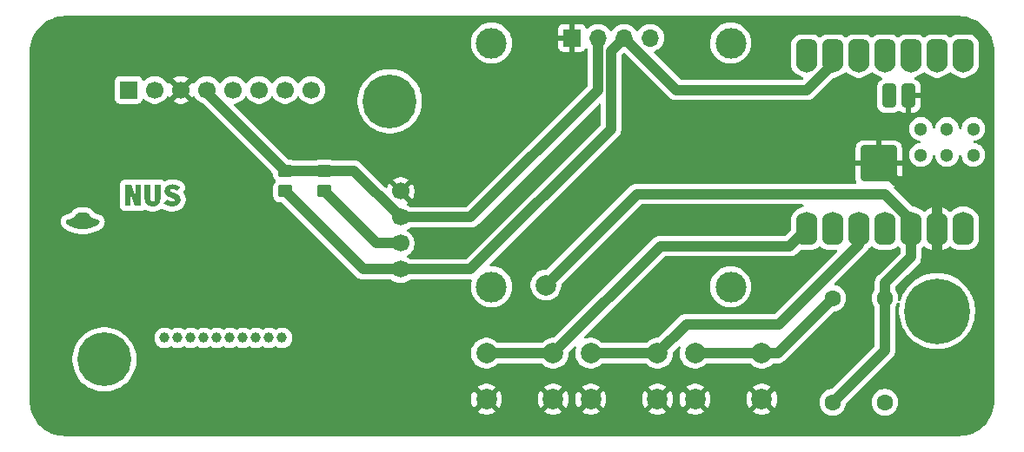
<source format=gbr>
%TF.GenerationSoftware,KiCad,Pcbnew,9.0.6*%
%TF.CreationDate,2025-12-26T01:47:03+08:00*%
%TF.ProjectId,hnr26-controller,686e7232-362d-4636-9f6e-74726f6c6c65,v0.0.6*%
%TF.SameCoordinates,Original*%
%TF.FileFunction,Copper,L1,Top*%
%TF.FilePolarity,Positive*%
%FSLAX46Y46*%
G04 Gerber Fmt 4.6, Leading zero omitted, Abs format (unit mm)*
G04 Created by KiCad (PCBNEW 9.0.6) date 2025-12-26 01:47:03*
%MOMM*%
%LPD*%
G01*
G04 APERTURE LIST*
G04 Aperture macros list*
%AMRoundRect*
0 Rectangle with rounded corners*
0 $1 Rounding radius*
0 $2 $3 $4 $5 $6 $7 $8 $9 X,Y pos of 4 corners*
0 Add a 4 corners polygon primitive as box body*
4,1,4,$2,$3,$4,$5,$6,$7,$8,$9,$2,$3,0*
0 Add four circle primitives for the rounded corners*
1,1,$1+$1,$2,$3*
1,1,$1+$1,$4,$5*
1,1,$1+$1,$6,$7*
1,1,$1+$1,$8,$9*
0 Add four rect primitives between the rounded corners*
20,1,$1+$1,$2,$3,$4,$5,0*
20,1,$1+$1,$4,$5,$6,$7,0*
20,1,$1+$1,$6,$7,$8,$9,0*
20,1,$1+$1,$8,$9,$2,$3,0*%
G04 Aperture macros list end*
%TA.AperFunction,EtchedComponent*%
%ADD10C,0.000000*%
%TD*%
%TA.AperFunction,ComponentPad*%
%ADD11C,1.600000*%
%TD*%
%TA.AperFunction,ComponentPad*%
%ADD12C,2.000000*%
%TD*%
%TA.AperFunction,ComponentPad*%
%ADD13C,1.300000*%
%TD*%
%TA.AperFunction,SMDPad,CuDef*%
%ADD14RoundRect,0.500000X-0.500000X1.000000X-0.500000X-1.000000X0.500000X-1.000000X0.500000X1.000000X0*%
%TD*%
%TA.AperFunction,ComponentPad*%
%ADD15C,1.700000*%
%TD*%
%TA.AperFunction,HeatsinkPad*%
%ADD16RoundRect,0.250000X-1.500000X1.500000X-1.500000X-1.500000X1.500000X-1.500000X1.500000X1.500000X0*%
%TD*%
%TA.AperFunction,ComponentPad*%
%ADD17RoundRect,0.250000X-0.400000X0.900000X-0.400000X-0.900000X0.400000X-0.900000X0.400000X0.900000X0*%
%TD*%
%TA.AperFunction,ComponentPad*%
%ADD18C,0.800000*%
%TD*%
%TA.AperFunction,ComponentPad*%
%ADD19C,6.400000*%
%TD*%
%TA.AperFunction,WasherPad*%
%ADD20C,3.000000*%
%TD*%
%TA.AperFunction,ComponentPad*%
%ADD21R,1.700000X1.700000*%
%TD*%
%TA.AperFunction,ComponentPad*%
%ADD22O,1.700000X1.700000*%
%TD*%
%TA.AperFunction,SMDPad,CuDef*%
%ADD23RoundRect,0.250000X-0.450000X0.350000X-0.450000X-0.350000X0.450000X-0.350000X0.450000X0.350000X0*%
%TD*%
%TA.AperFunction,WasherPad*%
%ADD24C,5.250000*%
%TD*%
%TA.AperFunction,ComponentPad*%
%ADD25C,1.000000*%
%TD*%
%TA.AperFunction,ViaPad*%
%ADD26C,2.000000*%
%TD*%
%TA.AperFunction,ViaPad*%
%ADD27C,1.000000*%
%TD*%
%TA.AperFunction,Conductor*%
%ADD28C,1.000000*%
%TD*%
G04 APERTURE END LIST*
D10*
%TA.AperFunction,EtchedComponent*%
%TO.C,REF\u002A\u002A*%
G36*
X10716152Y24109945D02*
G01*
X10884630Y23645833D01*
X10897344Y23645833D01*
X10887212Y23732853D01*
X10875887Y23825437D01*
X10849663Y24027295D01*
X10842957Y24080938D01*
X10837146Y24133786D01*
X10832229Y24185840D01*
X10828206Y24237099D01*
X10825077Y24287563D01*
X10822841Y24337233D01*
X10821500Y24386108D01*
X10821053Y24434188D01*
X10821053Y25031811D01*
X11342384Y25031811D01*
X11342384Y22965560D01*
X10789265Y22965560D01*
X10442770Y23890605D01*
X10274291Y24351538D01*
X10261579Y24351538D01*
X10271711Y24261735D01*
X10283036Y24167165D01*
X10295552Y24067826D01*
X10309258Y23963718D01*
X10315964Y23911565D01*
X10321776Y23860008D01*
X10326693Y23809047D01*
X10330717Y23758683D01*
X10333847Y23708914D01*
X10336083Y23659741D01*
X10337424Y23611164D01*
X10337872Y23563183D01*
X10337872Y22965560D01*
X9816537Y22965560D01*
X9816537Y25031811D01*
X10369657Y25031811D01*
X10716152Y24109945D01*
G37*
%TD.AperFunction*%
%TA.AperFunction,EtchedComponent*%
G36*
X12262986Y23703053D02*
G01*
X12263283Y23681098D01*
X12264174Y23659740D01*
X12265661Y23638979D01*
X12267744Y23618813D01*
X12270424Y23599244D01*
X12273703Y23580270D01*
X12277581Y23561892D01*
X12282059Y23544110D01*
X12284955Y23535865D01*
X12288075Y23527819D01*
X12291419Y23519971D01*
X12294985Y23512322D01*
X12298775Y23504872D01*
X12302788Y23497620D01*
X12307024Y23490567D01*
X12311483Y23483713D01*
X12316164Y23477057D01*
X12321069Y23470600D01*
X12326196Y23464342D01*
X12331546Y23458282D01*
X12337119Y23452421D01*
X12342914Y23446759D01*
X12348932Y23441295D01*
X12355172Y23436030D01*
X12361670Y23431410D01*
X12368439Y23427089D01*
X12375482Y23423066D01*
X12382796Y23419341D01*
X12390384Y23415913D01*
X12398244Y23412784D01*
X12406377Y23409953D01*
X12414783Y23407420D01*
X12423461Y23405185D01*
X12432413Y23403248D01*
X12441638Y23401609D01*
X12451136Y23400268D01*
X12460907Y23399225D01*
X12470952Y23398480D01*
X12481270Y23398033D01*
X12491862Y23397884D01*
X12502843Y23398033D01*
X12513526Y23398480D01*
X12523910Y23399225D01*
X12533996Y23400268D01*
X12543784Y23401609D01*
X12553273Y23403248D01*
X12562463Y23405185D01*
X12571355Y23407420D01*
X12579948Y23409953D01*
X12588243Y23412785D01*
X12596238Y23415914D01*
X12603935Y23419341D01*
X12611333Y23423066D01*
X12618432Y23427089D01*
X12625231Y23431410D01*
X12631732Y23436030D01*
X12637982Y23441295D01*
X12644008Y23446759D01*
X12649810Y23452421D01*
X12655388Y23458282D01*
X12660743Y23464342D01*
X12665873Y23470600D01*
X12670780Y23477057D01*
X12675462Y23483713D01*
X12679920Y23490567D01*
X12684154Y23497620D01*
X12688164Y23504872D01*
X12691950Y23512322D01*
X12695511Y23519971D01*
X12698847Y23527819D01*
X12701959Y23535865D01*
X12704846Y23544110D01*
X12707544Y23552927D01*
X12710067Y23561893D01*
X12712415Y23571007D01*
X12714589Y23580270D01*
X12716589Y23589683D01*
X12718414Y23599244D01*
X12721543Y23618813D01*
X12723975Y23638979D01*
X12725711Y23659740D01*
X12726752Y23681098D01*
X12727099Y23703053D01*
X12727099Y25031811D01*
X13254788Y25031811D01*
X13254788Y23766630D01*
X13254094Y23718748D01*
X13252012Y23672059D01*
X13248539Y23626562D01*
X13243676Y23582257D01*
X13237420Y23539144D01*
X13229771Y23497223D01*
X13220727Y23456494D01*
X13210288Y23416957D01*
X13204931Y23398045D01*
X13199175Y23379456D01*
X13193021Y23361190D01*
X13186469Y23343247D01*
X13179518Y23325626D01*
X13172169Y23308329D01*
X13164421Y23291354D01*
X13156276Y23274702D01*
X13147732Y23258373D01*
X13138790Y23242367D01*
X13129449Y23226684D01*
X13119711Y23211324D01*
X13109575Y23196287D01*
X13099040Y23181572D01*
X13088107Y23167181D01*
X13076776Y23153112D01*
X13065045Y23139788D01*
X13052891Y23126836D01*
X13040315Y23114257D01*
X13027315Y23102051D01*
X13013894Y23090217D01*
X13000049Y23078756D01*
X12985783Y23067668D01*
X12971093Y23056952D01*
X12955981Y23046608D01*
X12940446Y23036637D01*
X12924489Y23027039D01*
X12908109Y23017813D01*
X12891307Y23008959D01*
X12874082Y23000478D01*
X12856434Y22992369D01*
X12838364Y22984633D01*
X12820247Y22977704D01*
X12801658Y22971222D01*
X12782598Y22965188D01*
X12763067Y22959600D01*
X12743063Y22954459D01*
X12722588Y22949765D01*
X12701641Y22945518D01*
X12680222Y22941719D01*
X12658330Y22938366D01*
X12635967Y22935460D01*
X12613132Y22933002D01*
X12589824Y22930990D01*
X12566044Y22929426D01*
X12541791Y22928308D01*
X12517066Y22927638D01*
X12491868Y22927414D01*
X12491867Y22927414D01*
X12441911Y22928308D01*
X12393738Y22930990D01*
X12347350Y22935460D01*
X12324825Y22938366D01*
X12302746Y22941719D01*
X12281114Y22945518D01*
X12259928Y22949765D01*
X12239189Y22954459D01*
X12218896Y22959599D01*
X12199050Y22965187D01*
X12179651Y22971222D01*
X12160699Y22977704D01*
X12142194Y22984633D01*
X12124120Y22992369D01*
X12106442Y23000478D01*
X12089160Y23008959D01*
X12072274Y23017813D01*
X12055785Y23027039D01*
X12039692Y23036637D01*
X12023995Y23046608D01*
X12008696Y23056952D01*
X11993793Y23067668D01*
X11979287Y23078757D01*
X11965179Y23090218D01*
X11951468Y23102051D01*
X11938155Y23114258D01*
X11925239Y23126836D01*
X11912721Y23139788D01*
X11900601Y23153112D01*
X11889255Y23167181D01*
X11878255Y23181572D01*
X11867602Y23196287D01*
X11857297Y23211324D01*
X11847338Y23226684D01*
X11837727Y23242368D01*
X11828464Y23258374D01*
X11819547Y23274702D01*
X11810978Y23291354D01*
X11802757Y23308329D01*
X11794883Y23325626D01*
X11787357Y23343247D01*
X11780179Y23361190D01*
X11773349Y23379456D01*
X11766866Y23398045D01*
X11760732Y23416957D01*
X11750305Y23456494D01*
X11741267Y23497223D01*
X11733618Y23539144D01*
X11727358Y23582257D01*
X11722488Y23626562D01*
X11719009Y23672059D01*
X11716921Y23718748D01*
X11716225Y23766630D01*
X11716225Y25031811D01*
X12262986Y25031811D01*
X12262986Y23703053D01*
G37*
%TD.AperFunction*%
%TA.AperFunction,EtchedComponent*%
G36*
X5989497Y22306321D02*
G01*
X6021177Y22302764D01*
X6051575Y22296990D01*
X6080782Y22289127D01*
X6108887Y22279304D01*
X6135982Y22267649D01*
X6162157Y22254289D01*
X6187503Y22239355D01*
X6212110Y22222972D01*
X6236069Y22205271D01*
X6282407Y22166424D01*
X6327240Y22123841D01*
X6371294Y22078548D01*
X6459964Y21983935D01*
X6506030Y21936669D01*
X6554218Y21890798D01*
X6605251Y21847348D01*
X6632061Y21826852D01*
X6659855Y21807347D01*
X6688722Y21788960D01*
X6718755Y21771819D01*
X6750042Y21756054D01*
X6782675Y21741792D01*
X6833570Y21721934D01*
X6877383Y21706123D01*
X6916255Y21693176D01*
X6952325Y21681913D01*
X7024622Y21659703D01*
X7065128Y21646393D01*
X7111391Y21630035D01*
X7126931Y21624584D01*
X7142197Y21619638D01*
X7171704Y21610808D01*
X7199511Y21602647D01*
X7212650Y21598535D01*
X7225214Y21594253D01*
X7237150Y21589687D01*
X7248409Y21584725D01*
X7253769Y21582060D01*
X7258941Y21579254D01*
X7263918Y21576293D01*
X7268695Y21573162D01*
X7273264Y21569848D01*
X7277620Y21566337D01*
X7281757Y21562613D01*
X7285667Y21558664D01*
X7289346Y21554476D01*
X7292786Y21550033D01*
X7295981Y21545323D01*
X7298924Y21540330D01*
X7304279Y21529444D01*
X7308881Y21517798D01*
X7312750Y21505503D01*
X7315908Y21492669D01*
X7318374Y21479407D01*
X7320170Y21465828D01*
X7321315Y21452043D01*
X7321832Y21438161D01*
X7321739Y21424295D01*
X7321058Y21410554D01*
X7319810Y21397049D01*
X7318014Y21383891D01*
X7315692Y21371191D01*
X7312865Y21359059D01*
X7309552Y21347606D01*
X7305774Y21336943D01*
X7303623Y21327501D01*
X7302458Y21322721D01*
X7301223Y21317892D01*
X7299907Y21313009D01*
X7298502Y21308067D01*
X7297000Y21303058D01*
X7295391Y21297976D01*
X7288779Y21282761D01*
X7278616Y21266620D01*
X7248164Y21231866D01*
X7205090Y21194329D01*
X7150446Y21154624D01*
X7085287Y21113366D01*
X7010667Y21071169D01*
X6927639Y21028647D01*
X6837258Y20986416D01*
X6740576Y20945089D01*
X6638649Y20905282D01*
X6532528Y20867610D01*
X6423270Y20832686D01*
X6311926Y20801126D01*
X6199552Y20773543D01*
X6087200Y20750554D01*
X5975925Y20732771D01*
X5938888Y20727715D01*
X5902056Y20723333D01*
X5883738Y20721438D01*
X5865498Y20719763D01*
X5847343Y20718325D01*
X5829282Y20717142D01*
X5787663Y20714934D01*
X5749644Y20713396D01*
X5714008Y20712506D01*
X5679534Y20712242D01*
X5645061Y20712487D01*
X5609424Y20713379D01*
X5571406Y20714928D01*
X5529787Y20717142D01*
X5511726Y20718326D01*
X5493571Y20719767D01*
X5475330Y20721445D01*
X5457013Y20723344D01*
X5420181Y20727728D01*
X5383144Y20732771D01*
X5271869Y20750553D01*
X5159517Y20773542D01*
X5047142Y20801125D01*
X4935799Y20832685D01*
X4826540Y20867608D01*
X4720420Y20905281D01*
X4618492Y20945088D01*
X4521810Y20986415D01*
X4431429Y21028646D01*
X4348401Y21071168D01*
X4273781Y21113365D01*
X4208622Y21154624D01*
X4153978Y21194329D01*
X4130929Y21213407D01*
X4110904Y21231866D01*
X4094034Y21249629D01*
X4080452Y21266620D01*
X4070289Y21282761D01*
X4063677Y21297976D01*
X4062068Y21303058D01*
X4060566Y21308068D01*
X4059162Y21313012D01*
X4057847Y21317895D01*
X4056612Y21322724D01*
X4055448Y21327504D01*
X4053294Y21336943D01*
X4049517Y21347606D01*
X4046204Y21359058D01*
X4043376Y21371190D01*
X4041054Y21383890D01*
X4039259Y21397048D01*
X4038010Y21410553D01*
X4037329Y21424294D01*
X4037236Y21438161D01*
X4037753Y21452043D01*
X4038898Y21465829D01*
X4040694Y21479408D01*
X4043160Y21492670D01*
X4046318Y21505504D01*
X4050187Y21517799D01*
X4054789Y21529445D01*
X4060144Y21540330D01*
X4063088Y21545323D01*
X4066283Y21550033D01*
X4069722Y21554476D01*
X4073401Y21558665D01*
X4077311Y21562614D01*
X4081448Y21566337D01*
X4090373Y21573163D01*
X4100127Y21579256D01*
X4110659Y21584727D01*
X4121918Y21589689D01*
X4133854Y21594256D01*
X4146417Y21598538D01*
X4159556Y21602650D01*
X4187363Y21610812D01*
X4216870Y21619640D01*
X4232136Y21624586D01*
X4247676Y21630036D01*
X4293940Y21646394D01*
X4334445Y21659704D01*
X4406742Y21681913D01*
X4442813Y21693176D01*
X4481685Y21706122D01*
X4525498Y21721933D01*
X4576392Y21741792D01*
X4609025Y21756054D01*
X4640313Y21771819D01*
X4670345Y21788960D01*
X4699213Y21807347D01*
X4727006Y21826852D01*
X4753817Y21847348D01*
X4779734Y21868706D01*
X4804850Y21890798D01*
X4853037Y21936669D01*
X4899103Y21983935D01*
X4987774Y22078547D01*
X5031827Y22123841D01*
X5076661Y22166424D01*
X5099596Y22186378D01*
X5122998Y22205271D01*
X5146957Y22222972D01*
X5171565Y22239354D01*
X5196910Y22254289D01*
X5223085Y22267648D01*
X5250180Y22279304D01*
X5278286Y22289127D01*
X5307492Y22296990D01*
X5337890Y22302764D01*
X5369571Y22306320D01*
X5402624Y22307532D01*
X5679534Y22307422D01*
X5956443Y22307532D01*
X5989497Y22306321D01*
G37*
%TD.AperFunction*%
%TA.AperFunction,EtchedComponent*%
G36*
X14465505Y25069684D02*
G01*
X14488547Y25068865D01*
X14511590Y25067499D01*
X14534634Y25065587D01*
X14557678Y25063128D01*
X14580724Y25060123D01*
X14603771Y25056572D01*
X14626818Y25052474D01*
X14649866Y25047830D01*
X14672914Y25042640D01*
X14695963Y25036903D01*
X14719012Y25030620D01*
X14742062Y25023790D01*
X14765112Y25016414D01*
X14788162Y25008491D01*
X14811212Y25000022D01*
X14834503Y24991392D01*
X14857497Y24982191D01*
X14880192Y24972418D01*
X14902590Y24962075D01*
X14924691Y24951160D01*
X14946493Y24939673D01*
X14967999Y24927616D01*
X14989206Y24914988D01*
X15010116Y24901788D01*
X15030729Y24888017D01*
X15051045Y24873675D01*
X15071064Y24858762D01*
X15090785Y24843277D01*
X15110210Y24827222D01*
X15129338Y24810595D01*
X15148169Y24793397D01*
X14874788Y24450082D01*
X14847111Y24467813D01*
X14819736Y24484452D01*
X14792663Y24499999D01*
X14765892Y24514453D01*
X14739421Y24527814D01*
X14713250Y24540083D01*
X14687378Y24551258D01*
X14661805Y24561341D01*
X14648898Y24565961D01*
X14635619Y24570282D01*
X14621968Y24574305D01*
X14607946Y24578030D01*
X14593553Y24581457D01*
X14578788Y24584587D01*
X14563651Y24587418D01*
X14548142Y24589951D01*
X14532261Y24592186D01*
X14516008Y24594123D01*
X14499383Y24595762D01*
X14482387Y24597103D01*
X14465017Y24598146D01*
X14447276Y24598891D01*
X14429162Y24599338D01*
X14410676Y24599487D01*
X14399671Y24599351D01*
X14388915Y24598941D01*
X14378408Y24598258D01*
X14368150Y24597302D01*
X14358141Y24596072D01*
X14348381Y24594570D01*
X14338870Y24592794D01*
X14329607Y24590745D01*
X14320594Y24588423D01*
X14311828Y24585828D01*
X14303311Y24582959D01*
X14295042Y24579818D01*
X14287022Y24576403D01*
X14279250Y24572715D01*
X14271725Y24568754D01*
X14264449Y24564520D01*
X14260928Y24562493D01*
X14257520Y24560385D01*
X14254223Y24558196D01*
X14251037Y24555927D01*
X14247964Y24553577D01*
X14245002Y24551146D01*
X14242152Y24548635D01*
X14239414Y24546042D01*
X14236788Y24543369D01*
X14234273Y24540616D01*
X14231870Y24537782D01*
X14229579Y24534867D01*
X14227400Y24531871D01*
X14225332Y24528794D01*
X14223377Y24525637D01*
X14221533Y24522399D01*
X14219800Y24519081D01*
X14218180Y24515682D01*
X14216671Y24512202D01*
X14215275Y24508641D01*
X14213989Y24505000D01*
X14212816Y24501278D01*
X14211754Y24497475D01*
X14210805Y24493591D01*
X14209966Y24489627D01*
X14209240Y24485582D01*
X14208625Y24481457D01*
X14208123Y24477251D01*
X14207731Y24472964D01*
X14207452Y24468596D01*
X14207229Y24459618D01*
X14207378Y24453720D01*
X14207824Y24447946D01*
X14208569Y24442296D01*
X14209612Y24436770D01*
X14210953Y24431369D01*
X14212592Y24426092D01*
X14214528Y24420939D01*
X14216763Y24415910D01*
X14219297Y24411005D01*
X14222128Y24406224D01*
X14225257Y24401568D01*
X14228685Y24397036D01*
X14232411Y24392627D01*
X14236435Y24388343D01*
X14240758Y24384183D01*
X14245378Y24380147D01*
X14250283Y24376186D01*
X14255460Y24372249D01*
X14260909Y24368338D01*
X14266631Y24364451D01*
X14272627Y24360589D01*
X14278895Y24356752D01*
X14285437Y24352940D01*
X14292252Y24349153D01*
X14299341Y24345391D01*
X14306704Y24341653D01*
X14314340Y24337940D01*
X14322251Y24334253D01*
X14330436Y24330590D01*
X14338896Y24326951D01*
X14347630Y24323338D01*
X14356639Y24319749D01*
X14436886Y24288756D01*
X14531475Y24252993D01*
X14769889Y24154449D01*
X14804156Y24141287D01*
X14837035Y24127230D01*
X14852954Y24119867D01*
X14868525Y24112280D01*
X14883749Y24104470D01*
X14898626Y24096436D01*
X14913155Y24088178D01*
X14927337Y24079698D01*
X14941171Y24070993D01*
X14954657Y24062065D01*
X14967795Y24052913D01*
X14980586Y24043538D01*
X14993028Y24033939D01*
X15005123Y24024117D01*
X15017249Y24014456D01*
X15029003Y24004547D01*
X15040386Y23994390D01*
X15051397Y23983984D01*
X15062037Y23973330D01*
X15072305Y23962428D01*
X15082202Y23951277D01*
X15091726Y23939878D01*
X15100879Y23928231D01*
X15109660Y23916335D01*
X15118069Y23904191D01*
X15126106Y23891798D01*
X15133770Y23879157D01*
X15141062Y23866268D01*
X15147982Y23853130D01*
X15154530Y23839743D01*
X15160682Y23826096D01*
X15166439Y23812176D01*
X15171800Y23797983D01*
X15176765Y23783517D01*
X15181334Y23768777D01*
X15185506Y23753765D01*
X15189282Y23738479D01*
X15192661Y23722920D01*
X15195643Y23707088D01*
X15198228Y23690983D01*
X15200416Y23674604D01*
X15202206Y23657953D01*
X15203599Y23641028D01*
X15204594Y23623830D01*
X15205191Y23606359D01*
X15205390Y23588615D01*
X15205017Y23566847D01*
X15203900Y23545252D01*
X15202037Y23523832D01*
X15199430Y23502586D01*
X15196077Y23481514D01*
X15191979Y23460615D01*
X15187136Y23439891D01*
X15181549Y23419340D01*
X15175216Y23398963D01*
X15168139Y23378760D01*
X15160316Y23358731D01*
X15151749Y23338876D01*
X15142436Y23319194D01*
X15132379Y23299687D01*
X15121577Y23280353D01*
X15110030Y23261193D01*
X15097761Y23242741D01*
X15084796Y23224736D01*
X15071135Y23207178D01*
X15056778Y23190067D01*
X15041726Y23173403D01*
X15025979Y23157185D01*
X15009536Y23141415D01*
X14992398Y23126092D01*
X14974565Y23111216D01*
X14956038Y23096786D01*
X14936816Y23082804D01*
X14916899Y23069269D01*
X14896288Y23056181D01*
X14874983Y23043541D01*
X14852984Y23031347D01*
X14830291Y23019600D01*
X14806918Y23008438D01*
X14782901Y22997995D01*
X14758238Y22988272D01*
X14732931Y22979270D01*
X14706978Y22970987D01*
X14680380Y22963425D01*
X14653137Y22956583D01*
X14625248Y22950461D01*
X14596714Y22945059D01*
X14567535Y22940378D01*
X14537709Y22936417D01*
X14507238Y22933176D01*
X14476121Y22930655D01*
X14444358Y22928854D01*
X14411950Y22927774D01*
X14378896Y22927415D01*
X14353425Y22927699D01*
X14327879Y22928556D01*
X14302259Y22929984D01*
X14276565Y22931984D01*
X14250796Y22934554D01*
X14224953Y22937696D01*
X14199037Y22941409D01*
X14173046Y22945693D01*
X14120843Y22955975D01*
X14068345Y22968541D01*
X14015553Y22983392D01*
X13962468Y23000528D01*
X13936379Y23009965D01*
X13910562Y23019998D01*
X13885018Y23030627D01*
X13859747Y23041852D01*
X13834748Y23053674D01*
X13810023Y23066091D01*
X13785571Y23079105D01*
X13761392Y23092714D01*
X13737488Y23106920D01*
X13713856Y23121722D01*
X13690499Y23137119D01*
X13667416Y23153113D01*
X13644607Y23169703D01*
X13622073Y23186888D01*
X13599813Y23204670D01*
X13577828Y23223047D01*
X13889355Y23598151D01*
X13918998Y23576395D01*
X13949143Y23555633D01*
X13979789Y23535865D01*
X14010934Y23517090D01*
X14042577Y23499308D01*
X14074717Y23482520D01*
X14107354Y23466726D01*
X14140485Y23451924D01*
X14157577Y23445381D01*
X14174695Y23439259D01*
X14191839Y23433560D01*
X14209008Y23428282D01*
X14226203Y23423427D01*
X14243424Y23418994D01*
X14260670Y23414983D01*
X14277943Y23411394D01*
X14295240Y23408228D01*
X14312564Y23405483D01*
X14329913Y23403161D01*
X14347288Y23401261D01*
X14364689Y23399783D01*
X14382115Y23398728D01*
X14399567Y23398094D01*
X14417045Y23397883D01*
X14432256Y23398020D01*
X14446895Y23398430D01*
X14460963Y23399113D01*
X14474460Y23400069D01*
X14487385Y23401298D01*
X14499739Y23402801D01*
X14511522Y23404577D01*
X14522734Y23406626D01*
X14533375Y23408948D01*
X14543445Y23411543D01*
X14552944Y23414411D01*
X14561873Y23417553D01*
X14570231Y23420967D01*
X14578018Y23424655D01*
X14585234Y23428616D01*
X14591881Y23432850D01*
X14598422Y23437283D01*
X14604542Y23441840D01*
X14610240Y23446521D01*
X14615516Y23451326D01*
X14620371Y23456256D01*
X14624804Y23461310D01*
X14628815Y23466488D01*
X14632404Y23471790D01*
X14635572Y23477216D01*
X14636997Y23479976D01*
X14638317Y23482767D01*
X14639531Y23485589D01*
X14640640Y23488442D01*
X14641643Y23491326D01*
X14642541Y23494241D01*
X14643333Y23497187D01*
X14644019Y23500164D01*
X14644600Y23503172D01*
X14645076Y23506211D01*
X14645445Y23509282D01*
X14645709Y23512383D01*
X14645921Y23518679D01*
X14645784Y23526130D01*
X14645374Y23533382D01*
X14644690Y23540435D01*
X14643733Y23547290D01*
X14642503Y23553946D01*
X14641000Y23560403D01*
X14639223Y23566661D01*
X14637173Y23572721D01*
X14634850Y23578582D01*
X14632255Y23584244D01*
X14629386Y23589707D01*
X14626244Y23594972D01*
X14622830Y23600038D01*
X14619143Y23604906D01*
X14615183Y23609574D01*
X14610950Y23614044D01*
X14606449Y23618390D01*
X14601701Y23622686D01*
X14596706Y23626933D01*
X14591464Y23631130D01*
X14585974Y23635277D01*
X14580238Y23639375D01*
X14574253Y23643423D01*
X14568021Y23647422D01*
X14561541Y23651370D01*
X14554813Y23655270D01*
X14547837Y23659119D01*
X14540613Y23662919D01*
X14533140Y23666669D01*
X14525418Y23670369D01*
X14517447Y23674020D01*
X14509228Y23677621D01*
X14474060Y23692522D01*
X14435319Y23708615D01*
X14393002Y23725900D01*
X14347107Y23744377D01*
X14089619Y23852458D01*
X14060457Y23864081D01*
X14031793Y23876697D01*
X14003628Y23890306D01*
X13975961Y23904909D01*
X13948793Y23920505D01*
X13922123Y23937095D01*
X13895951Y23954678D01*
X13870278Y23973255D01*
X13858107Y23983313D01*
X13846233Y23993620D01*
X13834657Y24004175D01*
X13823379Y24014978D01*
X13812400Y24026030D01*
X13801718Y24037330D01*
X13791336Y24048878D01*
X13781251Y24060675D01*
X13771466Y24072719D01*
X13761979Y24085012D01*
X13752790Y24097554D01*
X13743901Y24110344D01*
X13735311Y24123382D01*
X13727020Y24136668D01*
X13719028Y24150203D01*
X13711335Y24163985D01*
X13704406Y24178427D01*
X13697923Y24193141D01*
X13691888Y24208129D01*
X13686300Y24223390D01*
X13681159Y24238925D01*
X13676465Y24254732D01*
X13672218Y24270813D01*
X13668419Y24287166D01*
X13665066Y24303793D01*
X13662161Y24320693D01*
X13659702Y24337867D01*
X13657691Y24355313D01*
X13656126Y24373033D01*
X13655009Y24391025D01*
X13654338Y24409291D01*
X13654115Y24427830D01*
X13654499Y24449945D01*
X13655654Y24471787D01*
X13657578Y24493356D01*
X13660271Y24514651D01*
X13663734Y24535674D01*
X13667968Y24556423D01*
X13672971Y24576900D01*
X13678744Y24597103D01*
X13685287Y24617033D01*
X13692600Y24636690D01*
X13700683Y24656073D01*
X13709537Y24675184D01*
X13719161Y24694021D01*
X13729555Y24712585D01*
X13740720Y24730876D01*
X13752655Y24748894D01*
X13765277Y24766936D01*
X13778521Y24784507D01*
X13792386Y24801606D01*
X13806874Y24818233D01*
X13821982Y24834388D01*
X13837713Y24850071D01*
X13854066Y24865283D01*
X13871040Y24880022D01*
X13888636Y24894289D01*
X13906853Y24908085D01*
X13925692Y24921409D01*
X13945154Y24934260D01*
X13965236Y24946640D01*
X13985941Y24958549D01*
X14007267Y24969985D01*
X14029215Y24980949D01*
X14051687Y24991728D01*
X14074606Y25001811D01*
X14097972Y25011199D01*
X14121786Y25019891D01*
X14146046Y25027888D01*
X14170755Y25035190D01*
X14195911Y25041796D01*
X14221514Y25047706D01*
X14247565Y25052922D01*
X14274064Y25057441D01*
X14301011Y25061266D01*
X14328405Y25064395D01*
X14356248Y25066828D01*
X14384539Y25068567D01*
X14413278Y25069610D01*
X14442465Y25069957D01*
X14465505Y25069684D01*
G37*
%TD.AperFunction*%
%TD*%
D11*
%TO.P,R1,1*%
%TO.N,VCC*%
X83820000Y13970000D03*
%TO.P,R1,2*%
%TO.N,Net-(U1-GPIO2{slash}A0{slash}D0)*%
X83820000Y3810000D03*
%TD*%
D12*
%TO.P,SW2,1,1*%
%TO.N,/BTN.D*%
X55170000Y8600000D03*
X61670000Y8600000D03*
%TO.P,SW2,2,2*%
%TO.N,GND*%
X55170000Y4100000D03*
X61670000Y4100000D03*
%TD*%
D13*
%TO.P,U1,*%
%TO.N,*%
X92440000Y30480000D03*
X89860000Y30480000D03*
X87320000Y30480000D03*
X92440000Y27940000D03*
X89860000Y27940000D03*
X87320000Y27940000D03*
D14*
%TO.P,U1,1,GPIO2/A0/D0*%
%TO.N,Net-(U1-GPIO2{slash}A0{slash}D0)*%
X91440000Y37710000D03*
D15*
X91440000Y36830000D03*
D14*
%TO.P,U1,2,GPIO3/A1/D1*%
%TO.N,unconnected-(U1-GPIO3{slash}A1{slash}D1-Pad2)*%
X88900000Y37710000D03*
D15*
%TO.N,unconnected-(U1-GPIO3{slash}A1{slash}D1-Pad2)_1*%
X88900000Y36830000D03*
D14*
%TO.P,U1,3,GPIO4/A2/D2*%
%TO.N,unconnected-(U1-GPIO4{slash}A2{slash}D2-Pad3)*%
X86360000Y37710000D03*
D15*
%TO.N,unconnected-(U1-GPIO4{slash}A2{slash}D2-Pad3)_1*%
X86360000Y36830000D03*
D14*
%TO.P,U1,4,GPIO5/A3/D3*%
%TO.N,unconnected-(U1-GPIO5{slash}A3{slash}D3-Pad4)_1*%
X83820000Y37710000D03*
D15*
%TO.N,unconnected-(U1-GPIO5{slash}A3{slash}D3-Pad4)*%
X83820000Y36830000D03*
D14*
%TO.P,U1,5,GPIO6/D4/SDA*%
%TO.N,/I2C.SDA*%
X81280000Y37710000D03*
D15*
X81280000Y36830000D03*
D14*
%TO.P,U1,6,GPIO7/D5/SCL*%
%TO.N,/I2C.SCL*%
X78740000Y37710000D03*
D15*
X78740000Y36830000D03*
D14*
%TO.P,U1,7,GPIO21/D6/TX*%
%TO.N,unconnected-(U1-GPIO21{slash}D6{slash}TX-Pad7)_1*%
X76200000Y37710000D03*
D15*
%TO.N,unconnected-(U1-GPIO21{slash}D6{slash}TX-Pad7)*%
X76200000Y36830000D03*
%TO.P,U1,8,GPIO20/D7/RX*%
%TO.N,/BTN.U*%
X76200000Y21590000D03*
D14*
X76200000Y20710000D03*
D15*
%TO.P,U1,9,GPIO8/D8/SCK*%
%TO.N,/BTN.E*%
X78740000Y21590000D03*
D14*
X78740000Y20710000D03*
D15*
%TO.P,U1,10,GPIO9/D9/MISO*%
%TO.N,/BTN.D*%
X81280000Y21590000D03*
D14*
X81280000Y20710000D03*
D15*
%TO.P,U1,11,GPIO10/D10/MOSI*%
%TO.N,unconnected-(U1-GPIO10{slash}D10{slash}MOSI-Pad11)_1*%
X83820000Y21590000D03*
D14*
%TO.N,unconnected-(U1-GPIO10{slash}D10{slash}MOSI-Pad11)*%
X83820000Y20710000D03*
D15*
%TO.P,U1,12,3V3*%
%TO.N,VCC*%
X86360000Y21590000D03*
D14*
X86360000Y20710000D03*
D15*
%TO.P,U1,13,GND*%
%TO.N,GND*%
X88900000Y21590000D03*
D14*
X88900000Y20710000D03*
D15*
%TO.P,U1,14,VBUS*%
%TO.N,unconnected-(U1-VBUS-Pad14)*%
X91440000Y21590000D03*
D14*
%TO.N,unconnected-(U1-VBUS-Pad14)_1*%
X91440000Y20710000D03*
D16*
%TO.P,U1,15,GND*%
%TO.N,GND*%
X83220000Y27110000D03*
D17*
%TO.P,U1,16,BAT*%
%TO.N,unconnected-(U1-BAT-Pad16)*%
X84220000Y33710000D03*
%TO.P,U1,17,GND*%
%TO.N,GND*%
X86120000Y33710000D03*
%TD*%
D11*
%TO.P,R2,1*%
%TO.N,VCC*%
X78740000Y3810000D03*
%TO.P,R2,2*%
%TO.N,/BTN.E*%
X78740000Y13970000D03*
%TD*%
D18*
%TO.P,H1,1,1*%
%TO.N,unconnected-(H1-Pad1)_5*%
X86500000Y12700000D03*
%TO.N,unconnected-(H1-Pad1)_4*%
X87202944Y14397056D03*
%TO.N,unconnected-(H1-Pad1)_8*%
X87202944Y11002944D03*
%TO.N,unconnected-(H1-Pad1)_6*%
X88900000Y15100000D03*
D19*
%TO.N,unconnected-(H1-Pad1)_3*%
X88900000Y12700000D03*
D18*
%TO.N,unconnected-(H1-Pad1)_7*%
X88900000Y10300000D03*
%TO.N,unconnected-(H1-Pad1)_2*%
X90597056Y14397056D03*
%TO.N,unconnected-(H1-Pad1)_1*%
X90597056Y11002944D03*
%TO.N,unconnected-(H1-Pad1)*%
X91300000Y12700000D03*
%TD*%
D12*
%TO.P,SW3,1,1*%
%TO.N,/BTN.E*%
X65330000Y8600000D03*
X71830000Y8600000D03*
%TO.P,SW3,2,2*%
%TO.N,GND*%
X65330000Y4100000D03*
X71830000Y4100000D03*
%TD*%
D20*
%TO.P,U3,*%
%TO.N,*%
X45500000Y38870000D03*
X45500000Y15070000D03*
X68800000Y38870000D03*
X68800000Y15070000D03*
D21*
%TO.P,U3,1,GND*%
%TO.N,GND*%
X53340000Y39370000D03*
D22*
%TO.P,U3,2,VCC*%
%TO.N,VCC*%
X55880000Y39370000D03*
%TO.P,U3,3,SCL*%
%TO.N,/I2C.SCL*%
X58420000Y39370000D03*
%TO.P,U3,4,SDA*%
%TO.N,/I2C.SDA*%
X60960000Y39370000D03*
%TD*%
D23*
%TO.P,R3,1*%
%TO.N,VCC*%
X29210000Y26400000D03*
%TO.P,R3,2*%
%TO.N,/I2C.SDA*%
X29210000Y24400000D03*
%TD*%
D12*
%TO.P,SW1,1,1*%
%TO.N,/BTN.U*%
X45010000Y8600000D03*
X51510000Y8600000D03*
%TO.P,SW1,2,2*%
%TO.N,GND*%
X45010000Y4100000D03*
X51510000Y4100000D03*
%TD*%
D23*
%TO.P,R4,1*%
%TO.N,VCC*%
X25400000Y26400000D03*
%TO.P,R4,2*%
%TO.N,/I2C.SCL*%
X25400000Y24400000D03*
%TD*%
D24*
%TO.P,U2,*%
%TO.N,*%
X35590000Y33190000D03*
X7790000Y7990000D03*
D21*
%TO.P,U2,1,RSTO*%
%TO.N,unconnected-(U2-RSTO-Pad1)*%
X10160000Y34290000D03*
D15*
%TO.P,U2,2,IRQ*%
%TO.N,unconnected-(U2-IRQ-Pad2)*%
X12700000Y34290000D03*
%TO.P,U2,3,GND*%
%TO.N,GND*%
X15240000Y34290000D03*
%TO.P,U2,4,VCC*%
%TO.N,VCC*%
X17780000Y34290000D03*
%TO.P,U2,5,SS*%
%TO.N,unconnected-(U2-SS-Pad5)*%
X20320000Y34290000D03*
%TO.P,U2,6,MOSI*%
%TO.N,unconnected-(U2-MOSI-Pad6)*%
X22860000Y34290000D03*
%TO.P,U2,7,MISO*%
%TO.N,unconnected-(U2-MISO-Pad7)*%
X25400000Y34290000D03*
%TO.P,U2,8,SCK*%
%TO.N,unconnected-(U2-SCK-Pad8)*%
X27940000Y34290000D03*
%TO.P,U2,9,GND*%
%TO.N,GND*%
X36640000Y24400000D03*
%TO.P,U2,10,VCC*%
%TO.N,VCC*%
X36640000Y21860000D03*
%TO.P,U2,11,SDA/TXD*%
%TO.N,/I2C.SDA*%
X36640000Y19320000D03*
%TO.P,U2,12,SCL/RXD*%
%TO.N,/I2C.SCL*%
X36640000Y16780000D03*
D25*
%TO.P,U2,13,AUX1*%
%TO.N,unconnected-(U2-AUX1-Pad13)*%
X25090000Y10090000D03*
%TO.P,U2,14,AUX2*%
%TO.N,unconnected-(U2-AUX2-Pad14)*%
X23820000Y10090000D03*
%TO.P,U2,15,DBGRXD*%
%TO.N,unconnected-(U2-DBGRXD-Pad15)*%
X22550000Y10090000D03*
%TO.P,U2,16,DBGTXD*%
%TO.N,unconnected-(U2-DBGTXD-Pad16)*%
X21280000Y10090000D03*
%TO.P,U2,17,INT0*%
%TO.N,unconnected-(U2-INT0-Pad17)*%
X20010000Y10090000D03*
%TO.P,U2,18,INT1*%
%TO.N,unconnected-(U2-INT1-Pad18)*%
X18740000Y10090000D03*
%TO.P,U2,19,SIGCLK*%
%TO.N,unconnected-(U2-SIGCLK-Pad19)*%
X17470000Y10090000D03*
%TO.P,U2,20,SIGOUT*%
%TO.N,unconnected-(U2-SIGOUT-Pad20)*%
X16200000Y10090000D03*
%TO.P,U2,21,SIGIN*%
%TO.N,unconnected-(U2-SIGIN-Pad21)*%
X14930000Y10090000D03*
%TO.P,U2,22,RSTPDN*%
%TO.N,unconnected-(U2-RSTPDN-Pad22)*%
X13660000Y10090000D03*
%TD*%
D26*
%TO.N,VCC*%
X50800000Y15240000D03*
D27*
%TO.N,GND*%
X39370000Y13970000D03*
X60960000Y21590000D03*
X64770000Y16510000D03*
X25400000Y17780000D03*
X62230000Y29210000D03*
X7620000Y17780000D03*
X20320000Y5080000D03*
X54610000Y30480000D03*
X72390000Y38100000D03*
X81280000Y16510000D03*
%TD*%
D28*
%TO.N,VCC*%
X55880000Y34290000D02*
X55880000Y39370000D01*
X36640000Y21860000D02*
X43450000Y21860000D01*
X43450000Y21860000D02*
X55880000Y34290000D01*
X83820000Y13970000D02*
X83820000Y8890000D01*
X86360000Y21590000D02*
X83820000Y24130000D01*
X32100000Y26400000D02*
X29210000Y26400000D01*
X86360000Y17998424D02*
X83820000Y15458424D01*
X59690000Y24130000D02*
X50800000Y15240000D01*
X83820000Y24130000D02*
X59690000Y24130000D01*
X83820000Y8890000D02*
X78740000Y3810000D01*
X29210000Y26400000D02*
X25400000Y26400000D01*
X25400000Y26400000D02*
X17780000Y34020000D01*
X83820000Y13970000D02*
X83820000Y15458424D01*
X17780000Y34020000D02*
X17780000Y34290000D01*
X86360000Y20710000D02*
X86360000Y17998424D01*
X36640000Y21860000D02*
X32100000Y26400000D01*
%TO.N,/BTN.E*%
X71830000Y8600000D02*
X73370000Y8600000D01*
X65330000Y8600000D02*
X71830000Y8600000D01*
X73370000Y8600000D02*
X78740000Y13970000D01*
%TO.N,GND*%
X88900000Y17780000D02*
X88900000Y20710000D01*
X88900000Y24130000D02*
X87630000Y25400000D01*
X84930000Y25400000D02*
X83220000Y27110000D01*
X88900000Y21590000D02*
X88900000Y24130000D01*
X87630000Y25400000D02*
X84930000Y25400000D01*
%TO.N,/BTN.U*%
X51510000Y8600000D02*
X61960000Y19050000D01*
X74540000Y19050000D02*
X76200000Y20710000D01*
X45010000Y8600000D02*
X51510000Y8600000D01*
X61960000Y19050000D02*
X74540000Y19050000D01*
%TO.N,/I2C.SCL*%
X36640000Y16780000D02*
X43450000Y16780000D01*
X33020000Y16780000D02*
X25400000Y24400000D01*
X76200000Y34290000D02*
X78740000Y36830000D01*
X58420000Y39370000D02*
X63500000Y34290000D01*
X63500000Y34290000D02*
X76200000Y34290000D01*
X43450000Y16780000D02*
X57150000Y30480000D01*
X57150000Y30480000D02*
X57150000Y38100000D01*
X57150000Y38100000D02*
X58420000Y39370000D01*
X36640000Y16780000D02*
X33020000Y16780000D01*
%TO.N,/BTN.D*%
X81280000Y19210000D02*
X81280000Y20710000D01*
X55170000Y8600000D02*
X61670000Y8600000D01*
X73500000Y11430000D02*
X81280000Y19210000D01*
X64500000Y11430000D02*
X73500000Y11430000D01*
X61670000Y8600000D02*
X64500000Y11430000D01*
%TO.N,/I2C.SDA*%
X34290000Y19320000D02*
X29210000Y24400000D01*
X36640000Y19320000D02*
X34290000Y19320000D01*
%TD*%
%TA.AperFunction,Conductor*%
%TO.N,GND*%
G36*
X77524865Y18998116D02*
G01*
X77548357Y18983019D01*
X77686593Y18870302D01*
X77866951Y18776091D01*
X78062582Y18720114D01*
X78181963Y18709500D01*
X79065217Y18709501D01*
X79132256Y18689817D01*
X79178011Y18637013D01*
X79187955Y18567854D01*
X79158930Y18504298D01*
X79152898Y18497820D01*
X73121899Y12466819D01*
X73060576Y12433334D01*
X73034218Y12430500D01*
X64401456Y12430500D01*
X64208171Y12392054D01*
X64208167Y12392052D01*
X64208165Y12392052D01*
X64208164Y12392051D01*
X64132745Y12360812D01*
X64132743Y12360811D01*
X64026089Y12316634D01*
X64026079Y12316629D01*
X63862218Y12207140D01*
X63862214Y12207137D01*
X61791899Y10136819D01*
X61730576Y10103334D01*
X61704218Y10100500D01*
X61551903Y10100500D01*
X61318631Y10063554D01*
X61094003Y9990567D01*
X60883566Y9883343D01*
X60774550Y9804138D01*
X60692490Y9744517D01*
X60692488Y9744515D01*
X60692487Y9744515D01*
X60584792Y9636819D01*
X60523469Y9603334D01*
X60497111Y9600500D01*
X56342889Y9600500D01*
X56275850Y9620185D01*
X56255208Y9636819D01*
X56147512Y9744515D01*
X56147510Y9744517D01*
X55956433Y9883343D01*
X55745996Y9990567D01*
X55521368Y10063554D01*
X55288097Y10100500D01*
X55288092Y10100500D01*
X55051908Y10100500D01*
X55051903Y10100500D01*
X54818630Y10063553D01*
X54818627Y10063553D01*
X54672652Y10016122D01*
X54602811Y10014127D01*
X54542978Y10050207D01*
X54512150Y10112908D01*
X54520115Y10182323D01*
X54546650Y10221731D01*
X59526048Y15201128D01*
X66799500Y15201128D01*
X66799500Y14938873D01*
X66817064Y14805473D01*
X66833730Y14678884D01*
X66901602Y14425582D01*
X66901605Y14425572D01*
X67001953Y14183310D01*
X67001958Y14183300D01*
X67133075Y13956197D01*
X67292718Y13748149D01*
X67292726Y13748140D01*
X67478140Y13562726D01*
X67478148Y13562719D01*
X67686196Y13403076D01*
X67913299Y13271959D01*
X67913309Y13271954D01*
X68155571Y13171606D01*
X68155581Y13171602D01*
X68408884Y13103730D01*
X68668880Y13069500D01*
X68668887Y13069500D01*
X68931113Y13069500D01*
X68931120Y13069500D01*
X69191116Y13103730D01*
X69444419Y13171602D01*
X69686697Y13271957D01*
X69913803Y13403076D01*
X70121851Y13562718D01*
X70121855Y13562723D01*
X70121860Y13562726D01*
X70307274Y13748140D01*
X70307277Y13748145D01*
X70307282Y13748149D01*
X70466924Y13956197D01*
X70598043Y14183303D01*
X70698398Y14425581D01*
X70766270Y14678884D01*
X70800500Y14938880D01*
X70800500Y15201120D01*
X70766270Y15461116D01*
X70698398Y15714419D01*
X70683555Y15750253D01*
X70598046Y15956691D01*
X70598041Y15956701D01*
X70466924Y16183804D01*
X70344424Y16343446D01*
X70307282Y16391851D01*
X70307281Y16391852D01*
X70307274Y16391860D01*
X70121860Y16577274D01*
X70121851Y16577282D01*
X69913803Y16736925D01*
X69686700Y16868042D01*
X69686690Y16868047D01*
X69444428Y16968395D01*
X69444421Y16968397D01*
X69444419Y16968398D01*
X69191116Y17036270D01*
X69133339Y17043877D01*
X68931127Y17070500D01*
X68931120Y17070500D01*
X68668880Y17070500D01*
X68668872Y17070500D01*
X68437772Y17040074D01*
X68408884Y17036270D01*
X68155581Y16968398D01*
X68155571Y16968395D01*
X67913309Y16868047D01*
X67913299Y16868042D01*
X67686196Y16736925D01*
X67478148Y16577282D01*
X67292718Y16391852D01*
X67133075Y16183804D01*
X67001958Y15956701D01*
X67001953Y15956691D01*
X66901605Y15714429D01*
X66901602Y15714419D01*
X66833730Y15461115D01*
X66799500Y15201128D01*
X59526048Y15201128D01*
X62338102Y18013181D01*
X62399425Y18046666D01*
X62425783Y18049500D01*
X74638542Y18049500D01*
X74669566Y18055672D01*
X74735188Y18068725D01*
X74831836Y18087949D01*
X74885165Y18110039D01*
X75013914Y18163368D01*
X75177782Y18272861D01*
X75317139Y18412218D01*
X75317139Y18412220D01*
X75327347Y18422427D01*
X75327348Y18422430D01*
X75578104Y18673185D01*
X75639423Y18706667D01*
X75665771Y18709501D01*
X76758036Y18709501D01*
X76877418Y18720114D01*
X77073049Y18776091D01*
X77253407Y18870302D01*
X77391640Y18983017D01*
X77456035Y19010125D01*
X77524865Y18998116D01*
G37*
%TD.AperFunction*%
%TA.AperFunction,Conductor*%
G36*
X56068834Y32961401D02*
G01*
X56124767Y32919529D01*
X56149184Y32854065D01*
X56149500Y32845219D01*
X56149500Y30945782D01*
X56129815Y30878743D01*
X56113181Y30858101D01*
X43071899Y17816819D01*
X43010576Y17783334D01*
X42984218Y17780500D01*
X37600200Y17780500D01*
X37533161Y17800185D01*
X37520634Y17809494D01*
X37347820Y17935049D01*
X37347115Y17935409D01*
X37339054Y17939515D01*
X37288259Y17987488D01*
X37271463Y18055308D01*
X37293999Y18121444D01*
X37339054Y18160485D01*
X37347816Y18164949D01*
X37369789Y18180914D01*
X37519786Y18289891D01*
X37519788Y18289894D01*
X37519792Y18289896D01*
X37670104Y18440208D01*
X37670106Y18440212D01*
X37670109Y18440214D01*
X37795048Y18612180D01*
X37795047Y18612180D01*
X37795051Y18612184D01*
X37891557Y18801588D01*
X37957246Y19003757D01*
X37990500Y19213713D01*
X37990500Y19426287D01*
X37957246Y19636243D01*
X37891557Y19838412D01*
X37795051Y20027816D01*
X37795049Y20027819D01*
X37795048Y20027821D01*
X37670109Y20199787D01*
X37519786Y20350110D01*
X37347820Y20475049D01*
X37347115Y20475409D01*
X37339054Y20479515D01*
X37288259Y20527488D01*
X37271463Y20595308D01*
X37293999Y20661444D01*
X37339054Y20700485D01*
X37347816Y20704949D01*
X37378928Y20727553D01*
X37523734Y20832759D01*
X37524364Y20831892D01*
X37583419Y20858359D01*
X37600200Y20859500D01*
X43548543Y20859500D01*
X43583251Y20866405D01*
X43670483Y20883756D01*
X43741836Y20897949D01*
X43795165Y20920039D01*
X43923914Y20973368D01*
X44087782Y21082861D01*
X44227139Y21222218D01*
X44227139Y21222220D01*
X44237347Y21232427D01*
X44237348Y21232430D01*
X55937821Y32932902D01*
X55999142Y32966385D01*
X56068834Y32961401D01*
G37*
%TD.AperFunction*%
%TA.AperFunction,Conductor*%
G36*
X91003032Y41499352D02*
G01*
X91336929Y41482948D01*
X91349037Y41481755D01*
X91452146Y41466461D01*
X91676699Y41433151D01*
X91688617Y41430781D01*
X92009951Y41350291D01*
X92021588Y41346760D01*
X92092806Y41321278D01*
X92333467Y41235168D01*
X92344688Y41230521D01*
X92644163Y41088880D01*
X92654871Y41083156D01*
X92938988Y40912863D01*
X92949103Y40906105D01*
X93134779Y40768398D01*
X93215170Y40708776D01*
X93224576Y40701056D01*
X93470013Y40478605D01*
X93478604Y40470014D01*
X93562659Y40377274D01*
X93701055Y40224577D01*
X93708775Y40215171D01*
X93906102Y39949107D01*
X93912862Y39938989D01*
X94049813Y39710499D01*
X94083148Y39654884D01*
X94088883Y39644156D01*
X94194376Y39421109D01*
X94230514Y39344703D01*
X94235170Y39333460D01*
X94346759Y39021589D01*
X94350292Y39009945D01*
X94430777Y38688631D01*
X94433151Y38676695D01*
X94481754Y38349038D01*
X94482947Y38336929D01*
X94499351Y38003034D01*
X94499500Y37996949D01*
X94499500Y4003052D01*
X94499351Y3996967D01*
X94482947Y3663072D01*
X94481754Y3650963D01*
X94433151Y3323306D01*
X94430777Y3311370D01*
X94350292Y2990056D01*
X94346759Y2978412D01*
X94235170Y2666541D01*
X94230514Y2655298D01*
X94088885Y2355849D01*
X94083148Y2345117D01*
X93912862Y2061012D01*
X93906102Y2050894D01*
X93708775Y1784830D01*
X93701055Y1775424D01*
X93478611Y1529994D01*
X93470006Y1521389D01*
X93224576Y1298945D01*
X93215170Y1291225D01*
X92949106Y1093898D01*
X92938988Y1087138D01*
X92654883Y916852D01*
X92644151Y911115D01*
X92344702Y769486D01*
X92333459Y764830D01*
X92021588Y653241D01*
X92009944Y649708D01*
X91688630Y569223D01*
X91676694Y566849D01*
X91349037Y518246D01*
X91336928Y517053D01*
X91021989Y501581D01*
X91003031Y500649D01*
X90996949Y500500D01*
X4003051Y500500D01*
X3996968Y500649D01*
X3976900Y501635D01*
X3663071Y517053D01*
X3650962Y518246D01*
X3323305Y566849D01*
X3311369Y569223D01*
X2990055Y649708D01*
X2978411Y653241D01*
X2666540Y764830D01*
X2655301Y769485D01*
X2355844Y911117D01*
X2345121Y916850D01*
X2061011Y1087138D01*
X2050893Y1093898D01*
X1784829Y1291225D01*
X1775423Y1298945D01*
X1736475Y1334245D01*
X1529986Y1521396D01*
X1521395Y1529987D01*
X1298944Y1775424D01*
X1291224Y1784830D01*
X1093897Y2050894D01*
X1087137Y2061012D01*
X916844Y2345129D01*
X911120Y2355837D01*
X769479Y2655312D01*
X764838Y2666515D01*
X658833Y2962781D01*
X653240Y2978412D01*
X649707Y2990056D01*
X615057Y3128387D01*
X569219Y3311383D01*
X566848Y3323306D01*
X518245Y3650963D01*
X517052Y3663073D01*
X500649Y3996968D01*
X500500Y4003052D01*
X500500Y4218053D01*
X43510000Y4218053D01*
X43510000Y3981948D01*
X43546934Y3748753D01*
X43619897Y3524198D01*
X43727087Y3313826D01*
X43787338Y3230896D01*
X43787340Y3230895D01*
X44486212Y3929767D01*
X44497482Y3887708D01*
X44569890Y3762292D01*
X44672292Y3659890D01*
X44797708Y3587482D01*
X44839765Y3576213D01*
X44140893Y2877342D01*
X44223828Y2817086D01*
X44434197Y2709898D01*
X44658752Y2636935D01*
X44658751Y2636935D01*
X44891948Y2600000D01*
X45128052Y2600000D01*
X45361247Y2636935D01*
X45585802Y2709898D01*
X45796163Y2817082D01*
X45796169Y2817086D01*
X45879104Y2877342D01*
X45879105Y2877342D01*
X45180233Y3576213D01*
X45222292Y3587482D01*
X45347708Y3659890D01*
X45450110Y3762292D01*
X45522518Y3887708D01*
X45533787Y3929766D01*
X46232658Y3230895D01*
X46232658Y3230896D01*
X46292914Y3313831D01*
X46292918Y3313837D01*
X46400102Y3524198D01*
X46473065Y3748753D01*
X46510000Y3981948D01*
X46510000Y4218053D01*
X50010000Y4218053D01*
X50010000Y3981948D01*
X50046934Y3748753D01*
X50119897Y3524198D01*
X50227087Y3313826D01*
X50287338Y3230896D01*
X50287340Y3230895D01*
X50986212Y3929767D01*
X50997482Y3887708D01*
X51069890Y3762292D01*
X51172292Y3659890D01*
X51297708Y3587482D01*
X51339765Y3576213D01*
X50640893Y2877342D01*
X50723828Y2817086D01*
X50934197Y2709898D01*
X51158752Y2636935D01*
X51158751Y2636935D01*
X51391948Y2600000D01*
X51628052Y2600000D01*
X51861247Y2636935D01*
X52085802Y2709898D01*
X52296163Y2817082D01*
X52296169Y2817086D01*
X52379104Y2877342D01*
X52379105Y2877342D01*
X51680233Y3576213D01*
X51722292Y3587482D01*
X51847708Y3659890D01*
X51950110Y3762292D01*
X52022518Y3887708D01*
X52033787Y3929767D01*
X52732658Y3230895D01*
X52732658Y3230896D01*
X52792914Y3313831D01*
X52792918Y3313837D01*
X52900102Y3524198D01*
X52973065Y3748753D01*
X53010000Y3981948D01*
X53010000Y4218053D01*
X53670000Y4218053D01*
X53670000Y3981948D01*
X53706934Y3748753D01*
X53779897Y3524198D01*
X53887087Y3313826D01*
X53947338Y3230896D01*
X53947340Y3230895D01*
X54646212Y3929767D01*
X54657482Y3887708D01*
X54729890Y3762292D01*
X54832292Y3659890D01*
X54957708Y3587482D01*
X54999765Y3576213D01*
X54300893Y2877342D01*
X54383828Y2817086D01*
X54594197Y2709898D01*
X54818752Y2636935D01*
X54818751Y2636935D01*
X55051948Y2600000D01*
X55288052Y2600000D01*
X55521247Y2636935D01*
X55745802Y2709898D01*
X55956163Y2817082D01*
X55956169Y2817086D01*
X56039104Y2877342D01*
X56039105Y2877342D01*
X55340233Y3576213D01*
X55382292Y3587482D01*
X55507708Y3659890D01*
X55610110Y3762292D01*
X55682518Y3887708D01*
X55693787Y3929766D01*
X56392658Y3230895D01*
X56392658Y3230896D01*
X56452914Y3313831D01*
X56452918Y3313837D01*
X56560102Y3524198D01*
X56633065Y3748753D01*
X56670000Y3981948D01*
X56670000Y4218053D01*
X60170000Y4218053D01*
X60170000Y3981948D01*
X60206934Y3748753D01*
X60279897Y3524198D01*
X60387087Y3313826D01*
X60447338Y3230896D01*
X60447340Y3230895D01*
X61146212Y3929767D01*
X61157482Y3887708D01*
X61229890Y3762292D01*
X61332292Y3659890D01*
X61457708Y3587482D01*
X61499765Y3576213D01*
X60800893Y2877342D01*
X60883828Y2817086D01*
X61094197Y2709898D01*
X61318752Y2636935D01*
X61318751Y2636935D01*
X61551948Y2600000D01*
X61788052Y2600000D01*
X62021247Y2636935D01*
X62245802Y2709898D01*
X62456163Y2817082D01*
X62456169Y2817086D01*
X62539104Y2877342D01*
X62539105Y2877342D01*
X61840233Y3576213D01*
X61882292Y3587482D01*
X62007708Y3659890D01*
X62110110Y3762292D01*
X62182518Y3887708D01*
X62193787Y3929767D01*
X62892658Y3230895D01*
X62892658Y3230896D01*
X62952914Y3313831D01*
X62952918Y3313837D01*
X63060102Y3524198D01*
X63133065Y3748753D01*
X63170000Y3981948D01*
X63170000Y4218053D01*
X63830000Y4218053D01*
X63830000Y3981948D01*
X63866934Y3748753D01*
X63939897Y3524198D01*
X64047087Y3313826D01*
X64107338Y3230896D01*
X64107340Y3230895D01*
X64806212Y3929767D01*
X64817482Y3887708D01*
X64889890Y3762292D01*
X64992292Y3659890D01*
X65117708Y3587482D01*
X65159765Y3576213D01*
X64460893Y2877342D01*
X64543828Y2817086D01*
X64754197Y2709898D01*
X64978752Y2636935D01*
X64978751Y2636935D01*
X65211948Y2600000D01*
X65448052Y2600000D01*
X65681247Y2636935D01*
X65905802Y2709898D01*
X66116163Y2817082D01*
X66116169Y2817086D01*
X66199104Y2877342D01*
X66199105Y2877342D01*
X65500233Y3576213D01*
X65542292Y3587482D01*
X65667708Y3659890D01*
X65770110Y3762292D01*
X65842518Y3887708D01*
X65853787Y3929767D01*
X66552658Y3230895D01*
X66552658Y3230896D01*
X66612914Y3313831D01*
X66612918Y3313837D01*
X66720102Y3524198D01*
X66793065Y3748753D01*
X66830000Y3981948D01*
X66830000Y4218053D01*
X70330000Y4218053D01*
X70330000Y3981948D01*
X70366934Y3748753D01*
X70439897Y3524198D01*
X70547087Y3313826D01*
X70607338Y3230896D01*
X70607340Y3230895D01*
X71306212Y3929767D01*
X71317482Y3887708D01*
X71389890Y3762292D01*
X71492292Y3659890D01*
X71617708Y3587482D01*
X71659765Y3576213D01*
X70960893Y2877342D01*
X71043828Y2817086D01*
X71254197Y2709898D01*
X71478752Y2636935D01*
X71478751Y2636935D01*
X71711948Y2600000D01*
X71948052Y2600000D01*
X72181247Y2636935D01*
X72405802Y2709898D01*
X72616163Y2817082D01*
X72616169Y2817086D01*
X72699104Y2877342D01*
X72699105Y2877342D01*
X72000233Y3576213D01*
X72042292Y3587482D01*
X72167708Y3659890D01*
X72270110Y3762292D01*
X72342518Y3887708D01*
X72353787Y3929766D01*
X73052658Y3230895D01*
X73052658Y3230896D01*
X73112914Y3313831D01*
X73112918Y3313837D01*
X73220102Y3524198D01*
X73293065Y3748753D01*
X73330000Y3981948D01*
X73330000Y4218053D01*
X73293065Y4451248D01*
X73220102Y4675803D01*
X73112914Y4886172D01*
X73052658Y4969106D01*
X73052658Y4969107D01*
X72353787Y4270235D01*
X72342518Y4312292D01*
X72270110Y4437708D01*
X72167708Y4540110D01*
X72042292Y4612518D01*
X72000234Y4623788D01*
X72699105Y5322660D01*
X72699104Y5322662D01*
X72616174Y5382913D01*
X72405802Y5490103D01*
X72181247Y5563066D01*
X72181248Y5563066D01*
X71948052Y5600000D01*
X71711948Y5600000D01*
X71478752Y5563066D01*
X71254197Y5490103D01*
X71043830Y5382916D01*
X70960894Y5322660D01*
X71659766Y4623788D01*
X71617708Y4612518D01*
X71492292Y4540110D01*
X71389890Y4437708D01*
X71317482Y4312292D01*
X71306212Y4270234D01*
X70607340Y4969106D01*
X70547084Y4886170D01*
X70439897Y4675803D01*
X70366934Y4451248D01*
X70330000Y4218053D01*
X66830000Y4218053D01*
X66793065Y4451248D01*
X66720102Y4675803D01*
X66612914Y4886172D01*
X66552658Y4969106D01*
X66552658Y4969107D01*
X65853787Y4270235D01*
X65842518Y4312292D01*
X65770110Y4437708D01*
X65667708Y4540110D01*
X65542292Y4612518D01*
X65500234Y4623788D01*
X66199105Y5322660D01*
X66199104Y5322661D01*
X66116174Y5382913D01*
X65905802Y5490103D01*
X65681247Y5563066D01*
X65681248Y5563066D01*
X65448052Y5600000D01*
X65211948Y5600000D01*
X64978752Y5563066D01*
X64754197Y5490103D01*
X64543830Y5382916D01*
X64460894Y5322660D01*
X65159766Y4623788D01*
X65117708Y4612518D01*
X64992292Y4540110D01*
X64889890Y4437708D01*
X64817482Y4312292D01*
X64806212Y4270234D01*
X64107340Y4969106D01*
X64047084Y4886170D01*
X63939897Y4675803D01*
X63866934Y4451248D01*
X63830000Y4218053D01*
X63170000Y4218053D01*
X63133065Y4451248D01*
X63060102Y4675803D01*
X62952914Y4886172D01*
X62892658Y4969106D01*
X62892658Y4969107D01*
X62193787Y4270235D01*
X62182518Y4312292D01*
X62110110Y4437708D01*
X62007708Y4540110D01*
X61882292Y4612518D01*
X61840234Y4623788D01*
X62539105Y5322660D01*
X62539104Y5322661D01*
X62456174Y5382913D01*
X62245802Y5490103D01*
X62021247Y5563066D01*
X62021248Y5563066D01*
X61788052Y5600000D01*
X61551948Y5600000D01*
X61318752Y5563066D01*
X61094197Y5490103D01*
X60883830Y5382916D01*
X60800894Y5322660D01*
X61499766Y4623788D01*
X61457708Y4612518D01*
X61332292Y4540110D01*
X61229890Y4437708D01*
X61157482Y4312292D01*
X61146212Y4270234D01*
X60447340Y4969106D01*
X60387084Y4886170D01*
X60279897Y4675803D01*
X60206934Y4451248D01*
X60170000Y4218053D01*
X56670000Y4218053D01*
X56633065Y4451248D01*
X56560102Y4675803D01*
X56452914Y4886172D01*
X56392658Y4969106D01*
X56392658Y4969107D01*
X55693787Y4270235D01*
X55682518Y4312292D01*
X55610110Y4437708D01*
X55507708Y4540110D01*
X55382292Y4612518D01*
X55340234Y4623788D01*
X56039105Y5322660D01*
X56039104Y5322661D01*
X55956174Y5382913D01*
X55745802Y5490103D01*
X55521247Y5563066D01*
X55521248Y5563066D01*
X55288052Y5600000D01*
X55051948Y5600000D01*
X54818752Y5563066D01*
X54594197Y5490103D01*
X54383830Y5382916D01*
X54300894Y5322660D01*
X54999766Y4623788D01*
X54957708Y4612518D01*
X54832292Y4540110D01*
X54729890Y4437708D01*
X54657482Y4312292D01*
X54646212Y4270235D01*
X53947340Y4969106D01*
X53887084Y4886170D01*
X53779897Y4675803D01*
X53706934Y4451248D01*
X53670000Y4218053D01*
X53010000Y4218053D01*
X52973065Y4451248D01*
X52900102Y4675803D01*
X52792914Y4886172D01*
X52732658Y4969106D01*
X52732658Y4969107D01*
X52033787Y4270235D01*
X52022518Y4312292D01*
X51950110Y4437708D01*
X51847708Y4540110D01*
X51722292Y4612518D01*
X51680234Y4623788D01*
X52379105Y5322660D01*
X52379104Y5322661D01*
X52296174Y5382913D01*
X52085802Y5490103D01*
X51861247Y5563066D01*
X51861248Y5563066D01*
X51628052Y5600000D01*
X51391948Y5600000D01*
X51158752Y5563066D01*
X50934197Y5490103D01*
X50723830Y5382916D01*
X50640894Y5322660D01*
X51339766Y4623788D01*
X51297708Y4612518D01*
X51172292Y4540110D01*
X51069890Y4437708D01*
X50997482Y4312292D01*
X50986212Y4270234D01*
X50287340Y4969106D01*
X50227084Y4886170D01*
X50119897Y4675803D01*
X50046934Y4451248D01*
X50010000Y4218053D01*
X46510000Y4218053D01*
X46473065Y4451248D01*
X46400102Y4675803D01*
X46292914Y4886172D01*
X46232658Y4969106D01*
X46232658Y4969107D01*
X45533787Y4270235D01*
X45522518Y4312292D01*
X45450110Y4437708D01*
X45347708Y4540110D01*
X45222292Y4612518D01*
X45180234Y4623788D01*
X45879105Y5322660D01*
X45879104Y5322661D01*
X45796174Y5382913D01*
X45585802Y5490103D01*
X45361247Y5563066D01*
X45361248Y5563066D01*
X45128052Y5600000D01*
X44891948Y5600000D01*
X44658752Y5563066D01*
X44434197Y5490103D01*
X44223830Y5382916D01*
X44140894Y5322660D01*
X44839766Y4623788D01*
X44797708Y4612518D01*
X44672292Y4540110D01*
X44569890Y4437708D01*
X44497482Y4312292D01*
X44486212Y4270234D01*
X43787340Y4969106D01*
X43727084Y4886170D01*
X43619897Y4675803D01*
X43546934Y4451248D01*
X43510000Y4218053D01*
X500500Y4218053D01*
X500500Y8165529D01*
X4664500Y8165529D01*
X4664500Y7814472D01*
X4703803Y7465647D01*
X4703805Y7465631D01*
X4781919Y7123388D01*
X4781923Y7123376D01*
X4897861Y6792045D01*
X4897867Y6792031D01*
X5050177Y6475757D01*
X5050179Y6475754D01*
X5236948Y6178513D01*
X5455823Y5904052D01*
X5704052Y5655823D01*
X5978513Y5436948D01*
X6275754Y5250179D01*
X6592038Y5097864D01*
X6592044Y5097862D01*
X6923375Y4981924D01*
X6923387Y4981920D01*
X7265634Y4903805D01*
X7614472Y4864501D01*
X7614473Y4864500D01*
X7614476Y4864500D01*
X7965527Y4864500D01*
X7965527Y4864501D01*
X8314366Y4903805D01*
X8656613Y4981920D01*
X8987962Y5097864D01*
X9304246Y5250179D01*
X9454417Y5344538D01*
X9511484Y5380395D01*
X9530484Y5392335D01*
X9601487Y5436948D01*
X9875948Y5655823D01*
X10124177Y5904052D01*
X10343052Y6178513D01*
X10529821Y6475754D01*
X10682136Y6792038D01*
X10798080Y7123387D01*
X10876195Y7465634D01*
X10915500Y7814476D01*
X10915500Y8165524D01*
X10876195Y8514366D01*
X10829695Y8718098D01*
X43509500Y8718098D01*
X43509500Y8481903D01*
X43546446Y8248632D01*
X43619433Y8024004D01*
X43721921Y7822861D01*
X43726657Y7813567D01*
X43865483Y7622490D01*
X44032490Y7455483D01*
X44223567Y7316657D01*
X44322991Y7265998D01*
X44434003Y7209434D01*
X44434005Y7209434D01*
X44434008Y7209432D01*
X44554412Y7170311D01*
X44658631Y7136447D01*
X44891903Y7099500D01*
X44891908Y7099500D01*
X45128097Y7099500D01*
X45361368Y7136447D01*
X45585992Y7209432D01*
X45796433Y7316657D01*
X45987510Y7455483D01*
X46095208Y7563181D01*
X46156531Y7596666D01*
X46182889Y7599500D01*
X50337111Y7599500D01*
X50404150Y7579815D01*
X50424792Y7563181D01*
X50532490Y7455483D01*
X50723567Y7316657D01*
X50822991Y7265998D01*
X50934003Y7209434D01*
X50934005Y7209434D01*
X50934008Y7209432D01*
X51054412Y7170311D01*
X51158631Y7136447D01*
X51391903Y7099500D01*
X51391908Y7099500D01*
X51628097Y7099500D01*
X51861368Y7136447D01*
X52085992Y7209432D01*
X52296433Y7316657D01*
X52487510Y7455483D01*
X52654517Y7622490D01*
X52793343Y7813567D01*
X52900568Y8024008D01*
X52973553Y8248632D01*
X52974121Y8252220D01*
X53010500Y8481903D01*
X53010500Y8634218D01*
X53030185Y8701257D01*
X53046819Y8721899D01*
X53276293Y8951373D01*
X53548268Y9223349D01*
X53609589Y9256832D01*
X53679280Y9251848D01*
X53735214Y9209977D01*
X53759631Y9144512D01*
X53753878Y9097348D01*
X53706447Y8951373D01*
X53706447Y8951370D01*
X53669500Y8718098D01*
X53669500Y8481903D01*
X53706446Y8248632D01*
X53779433Y8024004D01*
X53881921Y7822861D01*
X53886657Y7813567D01*
X54025483Y7622490D01*
X54192490Y7455483D01*
X54383567Y7316657D01*
X54482991Y7265998D01*
X54594003Y7209434D01*
X54594005Y7209434D01*
X54594008Y7209432D01*
X54714412Y7170311D01*
X54818631Y7136447D01*
X55051903Y7099500D01*
X55051908Y7099500D01*
X55288097Y7099500D01*
X55521368Y7136447D01*
X55745992Y7209432D01*
X55956433Y7316657D01*
X56147510Y7455483D01*
X56255208Y7563181D01*
X56316531Y7596666D01*
X56342889Y7599500D01*
X60497111Y7599500D01*
X60564150Y7579815D01*
X60584792Y7563181D01*
X60692490Y7455483D01*
X60883567Y7316657D01*
X60982991Y7265998D01*
X61094003Y7209434D01*
X61094005Y7209434D01*
X61094008Y7209432D01*
X61214412Y7170311D01*
X61318631Y7136447D01*
X61551903Y7099500D01*
X61551908Y7099500D01*
X61788097Y7099500D01*
X62021368Y7136447D01*
X62245992Y7209432D01*
X62456433Y7316657D01*
X62647510Y7455483D01*
X62814517Y7622490D01*
X62953343Y7813567D01*
X63060568Y8024008D01*
X63133553Y8248632D01*
X63134121Y8252220D01*
X63170500Y8481903D01*
X63170500Y8634218D01*
X63190185Y8701257D01*
X63206819Y8721899D01*
X63436293Y8951373D01*
X63708268Y9223349D01*
X63769589Y9256832D01*
X63839280Y9251848D01*
X63895214Y9209977D01*
X63919631Y9144512D01*
X63913878Y9097348D01*
X63866447Y8951373D01*
X63866447Y8951370D01*
X63829500Y8718098D01*
X63829500Y8481903D01*
X63866446Y8248632D01*
X63939433Y8024004D01*
X64041921Y7822861D01*
X64046657Y7813567D01*
X64185483Y7622490D01*
X64352490Y7455483D01*
X64543567Y7316657D01*
X64642991Y7265998D01*
X64754003Y7209434D01*
X64754005Y7209434D01*
X64754008Y7209432D01*
X64874412Y7170311D01*
X64978631Y7136447D01*
X65211903Y7099500D01*
X65211908Y7099500D01*
X65448097Y7099500D01*
X65681368Y7136447D01*
X65905992Y7209432D01*
X66116433Y7316657D01*
X66307510Y7455483D01*
X66415208Y7563181D01*
X66476531Y7596666D01*
X66502889Y7599500D01*
X70657111Y7599500D01*
X70724150Y7579815D01*
X70744792Y7563181D01*
X70852490Y7455483D01*
X71043567Y7316657D01*
X71142991Y7265998D01*
X71254003Y7209434D01*
X71254005Y7209434D01*
X71254008Y7209432D01*
X71374412Y7170311D01*
X71478631Y7136447D01*
X71711903Y7099500D01*
X71711908Y7099500D01*
X71948097Y7099500D01*
X72181368Y7136447D01*
X72405992Y7209432D01*
X72616433Y7316657D01*
X72807510Y7455483D01*
X72915208Y7563181D01*
X72976531Y7596666D01*
X73002889Y7599500D01*
X73468543Y7599500D01*
X73514019Y7608547D01*
X73584118Y7622490D01*
X73661836Y7637949D01*
X73715165Y7660039D01*
X73843914Y7713368D01*
X74007782Y7822861D01*
X74147139Y7962218D01*
X74147140Y7962221D01*
X74154206Y7969286D01*
X74154209Y7969290D01*
X78828203Y12643285D01*
X78889524Y12676768D01*
X78896473Y12678073D01*
X79044534Y12701523D01*
X79239219Y12764780D01*
X79421610Y12857713D01*
X79514590Y12925268D01*
X79587213Y12978029D01*
X79587215Y12978032D01*
X79587219Y12978034D01*
X79731966Y13122781D01*
X79731968Y13122785D01*
X79731971Y13122787D01*
X79819768Y13243631D01*
X79852287Y13288390D01*
X79945220Y13470781D01*
X80008477Y13665466D01*
X80040500Y13867648D01*
X80040500Y14072352D01*
X80008477Y14274534D01*
X79945220Y14469219D01*
X79945218Y14469222D01*
X79945218Y14469224D01*
X79876178Y14604721D01*
X79852287Y14651610D01*
X79843279Y14664008D01*
X79731971Y14817214D01*
X79587213Y14961972D01*
X79421613Y15082285D01*
X79421612Y15082286D01*
X79421610Y15082287D01*
X79364653Y15111309D01*
X79239223Y15175219D01*
X79044536Y15238477D01*
X79007671Y15244316D01*
X78944537Y15274246D01*
X78907607Y15333558D01*
X78908605Y15403421D01*
X78939388Y15454468D01*
X82057140Y18572219D01*
X82166632Y18736086D01*
X82174294Y18754585D01*
X82218132Y18808987D01*
X82231435Y18817037D01*
X82333407Y18870302D01*
X82471640Y18983017D01*
X82536035Y19010125D01*
X82604865Y18998116D01*
X82628357Y18983019D01*
X82766593Y18870302D01*
X82946951Y18776091D01*
X83142582Y18720114D01*
X83261963Y18709500D01*
X84378036Y18709501D01*
X84497418Y18720114D01*
X84693049Y18776091D01*
X84873407Y18870302D01*
X85011640Y18983017D01*
X85040469Y18995153D01*
X85068497Y19009035D01*
X85072407Y19008598D01*
X85076035Y19010125D01*
X85106854Y19004748D01*
X85137935Y19001274D01*
X85142514Y18998527D01*
X85144865Y18998116D01*
X85168210Y18983138D01*
X85306593Y18870302D01*
X85307820Y18869661D01*
X85313712Y18864872D01*
X85330138Y18841001D01*
X85348869Y18818884D01*
X85350429Y18811512D01*
X85353318Y18807313D01*
X85353667Y18796208D01*
X85359500Y18768649D01*
X85359500Y18464207D01*
X85339815Y18397168D01*
X85323181Y18376526D01*
X83182220Y16235565D01*
X83182218Y16235563D01*
X83135041Y16188386D01*
X83042859Y16096205D01*
X82933371Y15932344D01*
X82933364Y15932331D01*
X82899470Y15850500D01*
X82869589Y15778359D01*
X82864090Y15765084D01*
X82859746Y15754599D01*
X82857948Y15750257D01*
X82857947Y15750253D01*
X82819500Y15556970D01*
X82819500Y14845763D01*
X82799815Y14778724D01*
X82795818Y14772878D01*
X82707715Y14651614D01*
X82614781Y14469224D01*
X82551522Y14274535D01*
X82519500Y14072352D01*
X82519500Y13867649D01*
X82551522Y13665466D01*
X82614781Y13470777D01*
X82649277Y13403076D01*
X82707713Y13288390D01*
X82795819Y13167123D01*
X82819298Y13101319D01*
X82819500Y13094239D01*
X82819500Y9355783D01*
X82799815Y9288744D01*
X82783181Y9268102D01*
X78651797Y5136719D01*
X78590474Y5103234D01*
X78583515Y5101927D01*
X78435468Y5078478D01*
X78240778Y5015219D01*
X78058386Y4922285D01*
X77892786Y4801972D01*
X77748028Y4657214D01*
X77627715Y4491614D01*
X77534781Y4309224D01*
X77471522Y4114535D01*
X77439500Y3912352D01*
X77439500Y3707649D01*
X77471522Y3505466D01*
X77534781Y3310777D01*
X77627715Y3128387D01*
X77748028Y2962787D01*
X77892786Y2818029D01*
X78041619Y2709898D01*
X78058390Y2697713D01*
X78174607Y2638497D01*
X78240776Y2604782D01*
X78240778Y2604782D01*
X78240781Y2604780D01*
X78345137Y2570873D01*
X78435465Y2541523D01*
X78536557Y2525512D01*
X78637648Y2509500D01*
X78637649Y2509500D01*
X78842351Y2509500D01*
X78842352Y2509500D01*
X79044534Y2541523D01*
X79239219Y2604780D01*
X79421610Y2697713D01*
X79514590Y2765268D01*
X79587213Y2818029D01*
X79587215Y2818032D01*
X79587219Y2818034D01*
X79731966Y2962781D01*
X79731968Y2962785D01*
X79731971Y2962787D01*
X79784732Y3035410D01*
X79852287Y3128390D01*
X79945220Y3310781D01*
X80008477Y3505466D01*
X80031925Y3653517D01*
X80061854Y3716650D01*
X80066699Y3721781D01*
X80257270Y3912352D01*
X82519500Y3912352D01*
X82519500Y3707649D01*
X82551522Y3505466D01*
X82614781Y3310777D01*
X82707715Y3128387D01*
X82828028Y2962787D01*
X82972786Y2818029D01*
X83121619Y2709898D01*
X83138390Y2697713D01*
X83254607Y2638497D01*
X83320776Y2604782D01*
X83320778Y2604782D01*
X83320781Y2604780D01*
X83425137Y2570873D01*
X83515465Y2541523D01*
X83616557Y2525512D01*
X83717648Y2509500D01*
X83717649Y2509500D01*
X83922351Y2509500D01*
X83922352Y2509500D01*
X84124534Y2541523D01*
X84319219Y2604780D01*
X84501610Y2697713D01*
X84594590Y2765268D01*
X84667213Y2818029D01*
X84667215Y2818032D01*
X84667219Y2818034D01*
X84811966Y2962781D01*
X84811968Y2962785D01*
X84811971Y2962787D01*
X84864732Y3035410D01*
X84932287Y3128390D01*
X85025220Y3310781D01*
X85088477Y3505466D01*
X85120500Y3707648D01*
X85120500Y3912352D01*
X85088477Y4114534D01*
X85025220Y4309219D01*
X85025218Y4309222D01*
X85025218Y4309224D01*
X84952852Y4451248D01*
X84932287Y4491610D01*
X84897050Y4540110D01*
X84811971Y4657214D01*
X84667213Y4801972D01*
X84501613Y4922285D01*
X84501612Y4922286D01*
X84501610Y4922287D01*
X84409721Y4969107D01*
X84319223Y5015219D01*
X84124534Y5078478D01*
X83936690Y5108229D01*
X83922352Y5110500D01*
X83717648Y5110500D01*
X83703310Y5108229D01*
X83515465Y5078478D01*
X83320776Y5015219D01*
X83138386Y4922285D01*
X82972786Y4801972D01*
X82828028Y4657214D01*
X82707715Y4491614D01*
X82614781Y4309224D01*
X82551522Y4114535D01*
X82519500Y3912352D01*
X80257270Y3912352D01*
X84457778Y8112859D01*
X84457782Y8112861D01*
X84597139Y8252218D01*
X84706632Y8416086D01*
X84782051Y8598165D01*
X84805906Y8718092D01*
X84820500Y8791457D01*
X84820500Y13094239D01*
X84840185Y13161278D01*
X84844165Y13167101D01*
X84932287Y13288390D01*
X85025220Y13470781D01*
X85033261Y13495530D01*
X85072695Y13553203D01*
X85137053Y13580402D01*
X85205900Y13568490D01*
X85257377Y13521247D01*
X85275141Y13453673D01*
X85272809Y13433021D01*
X85235136Y13243623D01*
X85199500Y12881791D01*
X85199500Y12518210D01*
X85235137Y12156370D01*
X85306064Y11799788D01*
X85306067Y11799777D01*
X85411614Y11451835D01*
X85550754Y11115922D01*
X85550756Y11115917D01*
X85722140Y10795280D01*
X85722151Y10795262D01*
X85924140Y10492965D01*
X85924150Y10492951D01*
X86154807Y10211894D01*
X86411893Y9954808D01*
X86411898Y9954804D01*
X86411899Y9954803D01*
X86692956Y9724146D01*
X86995268Y9522147D01*
X86995277Y9522142D01*
X86995279Y9522141D01*
X87315916Y9350757D01*
X87315918Y9350757D01*
X87315924Y9350753D01*
X87651836Y9211614D01*
X87999767Y9106070D01*
X87999773Y9106069D01*
X87999776Y9106068D01*
X87999787Y9106065D01*
X88356369Y9035138D01*
X88718206Y8999500D01*
X88718209Y8999500D01*
X89081791Y8999500D01*
X89081794Y8999500D01*
X89443631Y9035138D01*
X89513045Y9048946D01*
X89800212Y9106065D01*
X89800223Y9106068D01*
X89800223Y9106069D01*
X89800233Y9106070D01*
X90148164Y9211614D01*
X90484076Y9350753D01*
X90804732Y9522147D01*
X91107044Y9724146D01*
X91388101Y9954803D01*
X91645197Y10211899D01*
X91875854Y10492956D01*
X92077853Y10795268D01*
X92249247Y11115924D01*
X92388386Y11451836D01*
X92493930Y11799767D01*
X92493932Y11799777D01*
X92493935Y11799788D01*
X92564862Y12156370D01*
X92569862Y12207139D01*
X92600500Y12518206D01*
X92600500Y12881794D01*
X92564862Y13243631D01*
X92533147Y13403076D01*
X92493935Y13600213D01*
X92493932Y13600224D01*
X92493931Y13600227D01*
X92493930Y13600233D01*
X92388386Y13948164D01*
X92249247Y14284076D01*
X92150283Y14469224D01*
X92077859Y14604721D01*
X92077858Y14604723D01*
X92077853Y14604732D01*
X91875854Y14907044D01*
X91645197Y15188101D01*
X91645196Y15188102D01*
X91645192Y15188107D01*
X91388106Y15445193D01*
X91107049Y15675850D01*
X91107048Y15675851D01*
X91107044Y15675854D01*
X90804732Y15877853D01*
X90804727Y15877856D01*
X90804720Y15877860D01*
X90484083Y16049244D01*
X90484078Y16049246D01*
X90148165Y16188386D01*
X89800223Y16293933D01*
X89800212Y16293936D01*
X89443630Y16364863D01*
X89169517Y16391860D01*
X89081794Y16400500D01*
X88718206Y16400500D01*
X88635679Y16392372D01*
X88356369Y16364863D01*
X87999787Y16293936D01*
X87999776Y16293933D01*
X87651834Y16188386D01*
X87315921Y16049246D01*
X87315916Y16049244D01*
X86995279Y15877860D01*
X86995261Y15877849D01*
X86692964Y15675860D01*
X86692950Y15675850D01*
X86411893Y15445193D01*
X86154807Y15188107D01*
X85924150Y14907050D01*
X85924140Y14907036D01*
X85722151Y14604739D01*
X85722140Y14604721D01*
X85550756Y14284084D01*
X85550754Y14284079D01*
X85411615Y13948169D01*
X85352070Y13751873D01*
X85313772Y13693435D01*
X85249960Y13664978D01*
X85180893Y13675539D01*
X85128499Y13721763D01*
X85109414Y13788976D01*
X85110935Y13807261D01*
X85120500Y13867648D01*
X85120500Y14072352D01*
X85088477Y14274534D01*
X85025220Y14469219D01*
X85025218Y14469222D01*
X85025218Y14469224D01*
X84956178Y14604721D01*
X84932287Y14651610D01*
X84919654Y14668997D01*
X84844182Y14772878D01*
X84837029Y14792923D01*
X84825523Y14810828D01*
X84822068Y14834855D01*
X84820702Y14838684D01*
X84820500Y14845763D01*
X84820500Y14992642D01*
X84840185Y15059681D01*
X84856819Y15080323D01*
X85994007Y16217510D01*
X87137139Y17360642D01*
X87246631Y17524509D01*
X87246632Y17524510D01*
X87302667Y17659792D01*
X87322051Y17706588D01*
X87360500Y17899883D01*
X87360500Y18096964D01*
X87360500Y18768649D01*
X87361070Y18770592D01*
X87360561Y18772553D01*
X87370874Y18803980D01*
X87380185Y18835688D01*
X87381914Y18837622D01*
X87382347Y18838939D01*
X87388388Y18844861D01*
X87406288Y18864872D01*
X87412179Y18869661D01*
X87413407Y18870302D01*
X87552184Y18983461D01*
X87584366Y18996950D01*
X87616431Y19010448D01*
X87616528Y19010431D01*
X87616622Y19010470D01*
X87651131Y19004394D01*
X87685261Y18998439D01*
X87685378Y18998364D01*
X87685433Y18998354D01*
X87685524Y18998270D01*
X87708757Y18983339D01*
X87846870Y18870722D01*
X88027138Y18776558D01*
X88222671Y18720610D01*
X88222674Y18720609D01*
X88341999Y18710001D01*
X88342002Y18710000D01*
X89457998Y18710000D01*
X89458000Y18710001D01*
X89577325Y18720609D01*
X89577328Y18720610D01*
X89772861Y18776558D01*
X89953130Y18870722D01*
X90091241Y18983338D01*
X90155637Y19010448D01*
X90224467Y18998439D01*
X90247964Y18983339D01*
X90386593Y18870302D01*
X90566951Y18776091D01*
X90762582Y18720114D01*
X90881963Y18709500D01*
X91998036Y18709501D01*
X92117418Y18720114D01*
X92313049Y18776091D01*
X92493407Y18870302D01*
X92651109Y18998891D01*
X92779698Y19156593D01*
X92873909Y19336951D01*
X92929886Y19532582D01*
X92940500Y19651963D01*
X92940499Y21768036D01*
X92929886Y21887418D01*
X92884141Y22047291D01*
X92873910Y22083046D01*
X92873909Y22083047D01*
X92873909Y22083049D01*
X92779698Y22263407D01*
X92660532Y22409553D01*
X92651109Y22421110D01*
X92520449Y22527648D01*
X92493407Y22549698D01*
X92313049Y22643909D01*
X92313046Y22643910D01*
X92313044Y22643911D01*
X92291176Y22650168D01*
X92252405Y22669064D01*
X92147816Y22745051D01*
X92147814Y22745052D01*
X91958414Y22841556D01*
X91958413Y22841557D01*
X91958412Y22841557D01*
X91756243Y22907246D01*
X91756241Y22907247D01*
X91756240Y22907247D01*
X91594957Y22932792D01*
X91546287Y22940500D01*
X91333713Y22940500D01*
X91285042Y22932792D01*
X91123760Y22907247D01*
X90921585Y22841556D01*
X90732181Y22745050D01*
X90627595Y22669065D01*
X90588828Y22650170D01*
X90566956Y22643911D01*
X90566951Y22643909D01*
X90386587Y22549695D01*
X90247963Y22436662D01*
X90183567Y22409553D01*
X90114737Y22421563D01*
X90091242Y22436662D01*
X89953129Y22549279D01*
X89772866Y22643441D01*
X89772857Y22643444D01*
X89750947Y22649714D01*
X89712179Y22668610D01*
X89607557Y22744621D01*
X89418215Y22841097D01*
X89216124Y22906759D01*
X89150000Y22917232D01*
X89150000Y22023012D01*
X89092993Y22055925D01*
X88965826Y22090000D01*
X88834174Y22090000D01*
X88707007Y22055925D01*
X88650000Y22023012D01*
X88650000Y22917232D01*
X88649999Y22917232D01*
X88583875Y22906759D01*
X88381784Y22841097D01*
X88192447Y22744624D01*
X88192445Y22744623D01*
X88087817Y22668608D01*
X88049049Y22649713D01*
X88027144Y22643445D01*
X88027133Y22643441D01*
X87846870Y22549279D01*
X87708757Y22436662D01*
X87644361Y22409553D01*
X87575531Y22421562D01*
X87552035Y22436662D01*
X87499861Y22479204D01*
X87413407Y22549698D01*
X87233049Y22643909D01*
X87233046Y22643910D01*
X87233044Y22643911D01*
X87211176Y22650168D01*
X87172405Y22669064D01*
X87067816Y22745051D01*
X87067814Y22745052D01*
X86878414Y22841556D01*
X86878413Y22841557D01*
X86878412Y22841557D01*
X86676243Y22907246D01*
X86676241Y22907247D01*
X86676240Y22907247D01*
X86509544Y22933649D01*
X86466287Y22940500D01*
X86466286Y22940500D01*
X86461475Y22941262D01*
X86461641Y22942316D01*
X86401150Y22965379D01*
X86388497Y22976424D01*
X85564266Y23800655D01*
X84714005Y24650915D01*
X84680521Y24712237D01*
X84685505Y24781929D01*
X84727377Y24837862D01*
X84789086Y24861953D01*
X84872696Y24870494D01*
X85039119Y24925642D01*
X85039124Y24925644D01*
X85188345Y25017685D01*
X85312315Y25141655D01*
X85404356Y25290876D01*
X85404358Y25290881D01*
X85459505Y25457303D01*
X85459506Y25457310D01*
X85469999Y25560014D01*
X85470000Y25560027D01*
X85470000Y26860000D01*
X80970001Y26860000D01*
X80970001Y25560014D01*
X80980494Y25457303D01*
X81034772Y25293504D01*
X81037174Y25223676D01*
X81001442Y25163634D01*
X80938922Y25132441D01*
X80917066Y25130500D01*
X59794675Y25130500D01*
X59794655Y25130501D01*
X59788541Y25130501D01*
X59591460Y25130501D01*
X59591457Y25130501D01*
X59398172Y25092054D01*
X59398164Y25092052D01*
X59216088Y25016634D01*
X59216079Y25016629D01*
X59052219Y24907141D01*
X59052215Y24907138D01*
X50921899Y16776819D01*
X50860576Y16743334D01*
X50834218Y16740500D01*
X50681903Y16740500D01*
X50448631Y16703554D01*
X50224003Y16630567D01*
X50013566Y16523343D01*
X49904550Y16444138D01*
X49822490Y16384517D01*
X49822488Y16384515D01*
X49822487Y16384515D01*
X49655485Y16217513D01*
X49655485Y16217512D01*
X49655483Y16217510D01*
X49600781Y16142219D01*
X49516657Y16026434D01*
X49409433Y15815997D01*
X49336446Y15591369D01*
X49299500Y15358098D01*
X49299500Y15121903D01*
X49336446Y14888632D01*
X49409433Y14664004D01*
X49508679Y14469224D01*
X49516657Y14453567D01*
X49655483Y14262490D01*
X49822490Y14095483D01*
X50013567Y13956657D01*
X50112991Y13905998D01*
X50224003Y13849434D01*
X50224005Y13849434D01*
X50224008Y13849432D01*
X50344412Y13810311D01*
X50448631Y13776447D01*
X50681903Y13739500D01*
X50681908Y13739500D01*
X50918097Y13739500D01*
X51151368Y13776447D01*
X51189928Y13788976D01*
X51375992Y13849432D01*
X51586433Y13956657D01*
X51777510Y14095483D01*
X51944517Y14262490D01*
X52083343Y14453567D01*
X52190568Y14664008D01*
X52263553Y14888632D01*
X52266470Y14907050D01*
X52300500Y15121903D01*
X52300500Y15274218D01*
X52320185Y15341257D01*
X52336819Y15361899D01*
X60068102Y23093181D01*
X60129425Y23126666D01*
X60155783Y23129500D01*
X75784881Y23129500D01*
X75851920Y23109815D01*
X75897675Y23057011D01*
X75907619Y22987853D01*
X75878594Y22924297D01*
X75823200Y22887570D01*
X75681588Y22841557D01*
X75681585Y22841556D01*
X75492181Y22745050D01*
X75387595Y22669065D01*
X75348828Y22650170D01*
X75326956Y22643911D01*
X75326951Y22643909D01*
X75146593Y22549698D01*
X75146591Y22549697D01*
X75146590Y22549696D01*
X74988890Y22421110D01*
X74861086Y22264369D01*
X74860302Y22263407D01*
X74818688Y22183740D01*
X74766089Y22083046D01*
X74724692Y21938365D01*
X74710295Y21888048D01*
X74710114Y21887417D01*
X74710113Y21887414D01*
X74699500Y21768034D01*
X74699500Y20675784D01*
X74679815Y20608745D01*
X74663181Y20588103D01*
X74509506Y20434427D01*
X74274867Y20199787D01*
X74161899Y20086819D01*
X74100576Y20053334D01*
X74074218Y20050500D01*
X61861455Y20050500D01*
X61764812Y20031276D01*
X61668167Y20012053D01*
X61668161Y20012051D01*
X61614834Y19989963D01*
X61614834Y19989962D01*
X61571918Y19972186D01*
X61486084Y19936632D01*
X61486083Y19936632D01*
X61363045Y19854421D01*
X61363046Y19854420D01*
X61322218Y19827141D01*
X61322215Y19827138D01*
X51631899Y10136819D01*
X51570576Y10103334D01*
X51544218Y10100500D01*
X51391903Y10100500D01*
X51158631Y10063554D01*
X50934003Y9990567D01*
X50723566Y9883343D01*
X50614550Y9804138D01*
X50532490Y9744517D01*
X50532488Y9744515D01*
X50532487Y9744515D01*
X50424792Y9636819D01*
X50363469Y9603334D01*
X50337111Y9600500D01*
X46182889Y9600500D01*
X46115850Y9620185D01*
X46095208Y9636819D01*
X45987512Y9744515D01*
X45987510Y9744517D01*
X45796433Y9883343D01*
X45585996Y9990567D01*
X45361368Y10063554D01*
X45128097Y10100500D01*
X45128092Y10100500D01*
X44891908Y10100500D01*
X44891903Y10100500D01*
X44658631Y10063554D01*
X44434003Y9990567D01*
X44223566Y9883343D01*
X44114550Y9804138D01*
X44032490Y9744517D01*
X44032488Y9744515D01*
X44032487Y9744515D01*
X43865485Y9577513D01*
X43865485Y9577512D01*
X43865483Y9577510D01*
X43825263Y9522152D01*
X43726657Y9386434D01*
X43619433Y9175997D01*
X43546446Y8951369D01*
X43509500Y8718098D01*
X10829695Y8718098D01*
X10798080Y8856613D01*
X10764923Y8951369D01*
X10682138Y9187956D01*
X10682136Y9187962D01*
X10529821Y9504246D01*
X10343052Y9801487D01*
X10191556Y9991457D01*
X12659499Y9991457D01*
X12697947Y9798171D01*
X12697950Y9798161D01*
X12773364Y9616093D01*
X12773371Y9616080D01*
X12882860Y9452219D01*
X12882863Y9452215D01*
X13022214Y9312864D01*
X13022218Y9312861D01*
X13186079Y9203372D01*
X13186092Y9203365D01*
X13328178Y9144512D01*
X13368165Y9127949D01*
X13368169Y9127949D01*
X13368170Y9127948D01*
X13561456Y9089500D01*
X13561459Y9089500D01*
X13758543Y9089500D01*
X13888582Y9115368D01*
X13951835Y9127949D01*
X14133914Y9203368D01*
X14226109Y9264971D01*
X14292786Y9285849D01*
X14360166Y9267365D01*
X14363891Y9264971D01*
X14443744Y9211615D01*
X14456086Y9203368D01*
X14456088Y9203367D01*
X14456092Y9203365D01*
X14598178Y9144512D01*
X14638165Y9127949D01*
X14638169Y9127949D01*
X14638170Y9127948D01*
X14831456Y9089500D01*
X14831459Y9089500D01*
X15028543Y9089500D01*
X15158582Y9115368D01*
X15221835Y9127949D01*
X15403914Y9203368D01*
X15496109Y9264971D01*
X15562786Y9285849D01*
X15630166Y9267365D01*
X15633891Y9264971D01*
X15713744Y9211615D01*
X15726086Y9203368D01*
X15726088Y9203367D01*
X15726092Y9203365D01*
X15868178Y9144512D01*
X15908165Y9127949D01*
X15908169Y9127949D01*
X15908170Y9127948D01*
X16101456Y9089500D01*
X16101459Y9089500D01*
X16298543Y9089500D01*
X16428582Y9115368D01*
X16491835Y9127949D01*
X16673914Y9203368D01*
X16766109Y9264971D01*
X16832786Y9285849D01*
X16900166Y9267365D01*
X16903891Y9264971D01*
X16983744Y9211615D01*
X16996086Y9203368D01*
X16996088Y9203367D01*
X16996092Y9203365D01*
X17138178Y9144512D01*
X17178165Y9127949D01*
X17178169Y9127949D01*
X17178170Y9127948D01*
X17371456Y9089500D01*
X17371459Y9089500D01*
X17568543Y9089500D01*
X17698582Y9115368D01*
X17761835Y9127949D01*
X17943914Y9203368D01*
X18036109Y9264971D01*
X18102786Y9285849D01*
X18170166Y9267365D01*
X18173891Y9264971D01*
X18253744Y9211615D01*
X18266086Y9203368D01*
X18266088Y9203367D01*
X18266092Y9203365D01*
X18408178Y9144512D01*
X18448165Y9127949D01*
X18448169Y9127949D01*
X18448170Y9127948D01*
X18641456Y9089500D01*
X18641459Y9089500D01*
X18838543Y9089500D01*
X18968582Y9115368D01*
X19031835Y9127949D01*
X19213914Y9203368D01*
X19306109Y9264971D01*
X19372786Y9285849D01*
X19440166Y9267365D01*
X19443891Y9264971D01*
X19523744Y9211615D01*
X19536086Y9203368D01*
X19536088Y9203367D01*
X19536092Y9203365D01*
X19678178Y9144512D01*
X19718165Y9127949D01*
X19718169Y9127949D01*
X19718170Y9127948D01*
X19911456Y9089500D01*
X19911459Y9089500D01*
X20108543Y9089500D01*
X20238582Y9115368D01*
X20301835Y9127949D01*
X20483914Y9203368D01*
X20576109Y9264971D01*
X20642786Y9285849D01*
X20710166Y9267365D01*
X20713891Y9264971D01*
X20793744Y9211615D01*
X20806086Y9203368D01*
X20806088Y9203367D01*
X20806092Y9203365D01*
X20948178Y9144512D01*
X20988165Y9127949D01*
X20988169Y9127949D01*
X20988170Y9127948D01*
X21181456Y9089500D01*
X21181459Y9089500D01*
X21378543Y9089500D01*
X21508582Y9115368D01*
X21571835Y9127949D01*
X21753914Y9203368D01*
X21846109Y9264971D01*
X21912786Y9285849D01*
X21980166Y9267365D01*
X21983891Y9264971D01*
X22063744Y9211615D01*
X22076086Y9203368D01*
X22076088Y9203367D01*
X22076092Y9203365D01*
X22218178Y9144512D01*
X22258165Y9127949D01*
X22258169Y9127949D01*
X22258170Y9127948D01*
X22451456Y9089500D01*
X22451459Y9089500D01*
X22648543Y9089500D01*
X22778582Y9115368D01*
X22841835Y9127949D01*
X23023914Y9203368D01*
X23116109Y9264971D01*
X23182786Y9285849D01*
X23250166Y9267365D01*
X23253891Y9264971D01*
X23333744Y9211615D01*
X23346086Y9203368D01*
X23346088Y9203367D01*
X23346092Y9203365D01*
X23488178Y9144512D01*
X23528165Y9127949D01*
X23528169Y9127949D01*
X23528170Y9127948D01*
X23721456Y9089500D01*
X23721459Y9089500D01*
X23918543Y9089500D01*
X24048582Y9115368D01*
X24111835Y9127949D01*
X24293914Y9203368D01*
X24386109Y9264971D01*
X24452786Y9285849D01*
X24520166Y9267365D01*
X24523891Y9264971D01*
X24603744Y9211615D01*
X24616086Y9203368D01*
X24616088Y9203367D01*
X24616092Y9203365D01*
X24758178Y9144512D01*
X24798165Y9127949D01*
X24798169Y9127949D01*
X24798170Y9127948D01*
X24991456Y9089500D01*
X24991459Y9089500D01*
X25188543Y9089500D01*
X25318582Y9115368D01*
X25381835Y9127949D01*
X25563914Y9203368D01*
X25727782Y9312861D01*
X25867139Y9452218D01*
X25976632Y9616086D01*
X26052051Y9798165D01*
X26090500Y9991459D01*
X26090500Y10188541D01*
X26090500Y10188544D01*
X26052052Y10381830D01*
X26052051Y10381831D01*
X26052051Y10381835D01*
X26047351Y10393181D01*
X25976635Y10563908D01*
X25976628Y10563921D01*
X25867139Y10727782D01*
X25867136Y10727786D01*
X25727785Y10867137D01*
X25727781Y10867140D01*
X25563920Y10976629D01*
X25563907Y10976636D01*
X25381839Y11052050D01*
X25381829Y11052053D01*
X25188543Y11090500D01*
X25188541Y11090500D01*
X24991459Y11090500D01*
X24991457Y11090500D01*
X24798170Y11052053D01*
X24798160Y11052050D01*
X24616089Y10976634D01*
X24523890Y10915029D01*
X24457213Y10894152D01*
X24389833Y10912637D01*
X24386110Y10915029D01*
X24359740Y10932648D01*
X24293914Y10976632D01*
X24293911Y10976634D01*
X24293910Y10976634D01*
X24111839Y11052050D01*
X24111829Y11052053D01*
X23918543Y11090500D01*
X23918541Y11090500D01*
X23721459Y11090500D01*
X23721457Y11090500D01*
X23528170Y11052053D01*
X23528160Y11052050D01*
X23346089Y10976634D01*
X23253890Y10915029D01*
X23187213Y10894152D01*
X23119833Y10912637D01*
X23116110Y10915029D01*
X23089740Y10932648D01*
X23023914Y10976632D01*
X23023911Y10976634D01*
X23023910Y10976634D01*
X22841839Y11052050D01*
X22841829Y11052053D01*
X22648543Y11090500D01*
X22648541Y11090500D01*
X22451459Y11090500D01*
X22451457Y11090500D01*
X22258170Y11052053D01*
X22258160Y11052050D01*
X22076089Y10976634D01*
X21983890Y10915029D01*
X21917213Y10894152D01*
X21849833Y10912637D01*
X21846110Y10915029D01*
X21819740Y10932648D01*
X21753914Y10976632D01*
X21753911Y10976634D01*
X21753910Y10976634D01*
X21571839Y11052050D01*
X21571829Y11052053D01*
X21378543Y11090500D01*
X21378541Y11090500D01*
X21181459Y11090500D01*
X21181457Y11090500D01*
X20988170Y11052053D01*
X20988160Y11052050D01*
X20806089Y10976634D01*
X20713890Y10915029D01*
X20647213Y10894152D01*
X20579833Y10912637D01*
X20576110Y10915029D01*
X20549740Y10932648D01*
X20483914Y10976632D01*
X20483911Y10976634D01*
X20483910Y10976634D01*
X20301839Y11052050D01*
X20301829Y11052053D01*
X20108543Y11090500D01*
X20108541Y11090500D01*
X19911459Y11090500D01*
X19911457Y11090500D01*
X19718170Y11052053D01*
X19718160Y11052050D01*
X19536089Y10976634D01*
X19443890Y10915029D01*
X19377213Y10894152D01*
X19309833Y10912637D01*
X19306110Y10915029D01*
X19279740Y10932648D01*
X19213914Y10976632D01*
X19213911Y10976634D01*
X19213910Y10976634D01*
X19031839Y11052050D01*
X19031829Y11052053D01*
X18838543Y11090500D01*
X18838541Y11090500D01*
X18641459Y11090500D01*
X18641457Y11090500D01*
X18448170Y11052053D01*
X18448160Y11052050D01*
X18266089Y10976634D01*
X18173890Y10915029D01*
X18107213Y10894152D01*
X18039833Y10912637D01*
X18036110Y10915029D01*
X18009740Y10932648D01*
X17943914Y10976632D01*
X17943911Y10976634D01*
X17943910Y10976634D01*
X17761839Y11052050D01*
X17761829Y11052053D01*
X17568543Y11090500D01*
X17568541Y11090500D01*
X17371459Y11090500D01*
X17371457Y11090500D01*
X17178170Y11052053D01*
X17178160Y11052050D01*
X16996089Y10976634D01*
X16903890Y10915029D01*
X16837213Y10894152D01*
X16769833Y10912637D01*
X16766110Y10915029D01*
X16739740Y10932648D01*
X16673914Y10976632D01*
X16673911Y10976634D01*
X16673910Y10976634D01*
X16491839Y11052050D01*
X16491829Y11052053D01*
X16298543Y11090500D01*
X16298541Y11090500D01*
X16101459Y11090500D01*
X16101457Y11090500D01*
X15908170Y11052053D01*
X15908160Y11052050D01*
X15726089Y10976634D01*
X15633890Y10915029D01*
X15567213Y10894152D01*
X15499833Y10912637D01*
X15496110Y10915029D01*
X15469740Y10932648D01*
X15403914Y10976632D01*
X15403911Y10976634D01*
X15403910Y10976634D01*
X15221839Y11052050D01*
X15221829Y11052053D01*
X15028543Y11090500D01*
X15028541Y11090500D01*
X14831459Y11090500D01*
X14831457Y11090500D01*
X14638170Y11052053D01*
X14638160Y11052050D01*
X14456089Y10976634D01*
X14363890Y10915029D01*
X14297213Y10894152D01*
X14229833Y10912637D01*
X14226110Y10915029D01*
X14199740Y10932648D01*
X14133914Y10976632D01*
X14133911Y10976634D01*
X14133910Y10976634D01*
X13951839Y11052050D01*
X13951829Y11052053D01*
X13758543Y11090500D01*
X13758541Y11090500D01*
X13561459Y11090500D01*
X13561457Y11090500D01*
X13368170Y11052053D01*
X13368160Y11052050D01*
X13186092Y10976636D01*
X13186079Y10976629D01*
X13022218Y10867140D01*
X13022214Y10867137D01*
X12882863Y10727786D01*
X12882860Y10727782D01*
X12773371Y10563921D01*
X12773364Y10563908D01*
X12697950Y10381840D01*
X12697947Y10381830D01*
X12659500Y10188544D01*
X12659500Y10188541D01*
X12659500Y9991459D01*
X12659500Y9991457D01*
X12659499Y9991457D01*
X10191556Y9991457D01*
X10124177Y10075948D01*
X9875948Y10324177D01*
X9834775Y10357011D01*
X9768561Y10409815D01*
X9601487Y10543052D01*
X9304246Y10729821D01*
X9304243Y10729823D01*
X8987969Y10882133D01*
X8987955Y10882139D01*
X8656624Y10998077D01*
X8656612Y10998081D01*
X8314369Y11076195D01*
X8314353Y11076197D01*
X7965528Y11115500D01*
X7965524Y11115500D01*
X7614476Y11115500D01*
X7614471Y11115500D01*
X7265646Y11076197D01*
X7265630Y11076195D01*
X6923387Y10998081D01*
X6923375Y10998077D01*
X6592044Y10882139D01*
X6592030Y10882133D01*
X6275756Y10729823D01*
X5978514Y10543053D01*
X5704052Y10324178D01*
X5455822Y10075948D01*
X5236947Y9801486D01*
X5050177Y9504244D01*
X4897867Y9187970D01*
X4897861Y9187956D01*
X4781923Y8856625D01*
X4781919Y8856613D01*
X4703805Y8514370D01*
X4703803Y8514354D01*
X4664500Y8165529D01*
X500500Y8165529D01*
X500500Y21434745D01*
X3531747Y21434745D01*
X3531840Y21420913D01*
X3532448Y21399268D01*
X3533128Y21385549D01*
X3534658Y21363993D01*
X3535906Y21350502D01*
X3538400Y21328698D01*
X3540193Y21315562D01*
X3543792Y21293002D01*
X3543796Y21292980D01*
X3543797Y21292974D01*
X3546119Y21280274D01*
X3546122Y21280261D01*
X3546124Y21280250D01*
X3551068Y21256455D01*
X3553900Y21244308D01*
X3560621Y21218561D01*
X3563931Y21207120D01*
X3565114Y21203439D01*
X3567186Y21196255D01*
X3568109Y21192646D01*
X3569737Y21186446D01*
X3571052Y21181563D01*
X3572890Y21174920D01*
X3574294Y21169976D01*
X3574356Y21169762D01*
X3576369Y21162865D01*
X3577870Y21157857D01*
X3580134Y21150512D01*
X3581754Y21145395D01*
X3600071Y21096479D01*
X3606673Y21081288D01*
X3642524Y21013413D01*
X3642527Y21013408D01*
X3652677Y20997288D01*
X3652683Y20997279D01*
X3685594Y20950997D01*
X3699185Y20933995D01*
X3727495Y20901521D01*
X3744357Y20883766D01*
X3744364Y20883759D01*
X3744367Y20883756D01*
X3768290Y20860186D01*
X3788315Y20841727D01*
X3801857Y20829896D01*
X3808632Y20823977D01*
X3831662Y20804915D01*
X3856831Y20785385D01*
X3911470Y20745684D01*
X3911494Y20745668D01*
X3938192Y20727543D01*
X4003351Y20686284D01*
X4024955Y20673347D01*
X4099575Y20631150D01*
X4117975Y20621241D01*
X4201003Y20578719D01*
X4201015Y20578713D01*
X4201027Y20578707D01*
X4217444Y20570671D01*
X4307815Y20528445D01*
X4309955Y20527488D01*
X4323123Y20521599D01*
X4419805Y20480272D01*
X4434600Y20474223D01*
X4536528Y20434416D01*
X4551306Y20428909D01*
X4657426Y20391236D01*
X4672635Y20386107D01*
X4781894Y20351184D01*
X4790869Y20348479D01*
X4797939Y20346347D01*
X4819679Y20340185D01*
X4909290Y20314785D01*
X4926641Y20310197D01*
X4926662Y20310192D01*
X4926669Y20310190D01*
X4969179Y20299756D01*
X5039016Y20282614D01*
X5039025Y20282612D01*
X5058159Y20278308D01*
X5058178Y20278304D01*
X5058183Y20278303D01*
X5170535Y20255314D01*
X5192101Y20251386D01*
X5303376Y20233604D01*
X5314944Y20231893D01*
X5351981Y20226850D01*
X5360435Y20225771D01*
X5397267Y20221387D01*
X5404148Y20220622D01*
X5404974Y20220529D01*
X5414067Y20219588D01*
X5423202Y20218640D01*
X5429024Y20218070D01*
X5439555Y20217102D01*
X5447173Y20216400D01*
X5447243Y20216394D01*
X5447265Y20216392D01*
X5453574Y20215852D01*
X5471729Y20214411D01*
X5472820Y20214332D01*
X5478556Y20213916D01*
X5478622Y20213912D01*
X5478659Y20213909D01*
X5496720Y20212725D01*
X5502934Y20212356D01*
X5544553Y20210142D01*
X5550827Y20209847D01*
X5588845Y20208298D01*
X5596775Y20208037D01*
X5596802Y20208037D01*
X5596812Y20208036D01*
X5600446Y20207946D01*
X5632412Y20207145D01*
X5641468Y20207000D01*
X5675941Y20206755D01*
X5683357Y20206757D01*
X5683453Y20206757D01*
X5695483Y20206850D01*
X5717879Y20207021D01*
X5726629Y20207164D01*
X5726703Y20207166D01*
X5726712Y20207166D01*
X5731048Y20207275D01*
X5762265Y20208054D01*
X5770077Y20208309D01*
X5808096Y20209847D01*
X5814443Y20210144D01*
X5856062Y20212352D01*
X5862322Y20212723D01*
X5880383Y20213906D01*
X5887257Y20214403D01*
X5905412Y20215841D01*
X5911724Y20216381D01*
X5929964Y20218056D01*
X5935754Y20218621D01*
X5954072Y20220516D01*
X5961776Y20221373D01*
X5998608Y20225755D01*
X5998649Y20225761D01*
X5998689Y20225765D01*
X6007183Y20226850D01*
X6007187Y20226851D01*
X6007261Y20226860D01*
X6044298Y20231916D01*
X6055697Y20233605D01*
X6166972Y20251388D01*
X6188534Y20255315D01*
X6300886Y20278304D01*
X6320054Y20282616D01*
X6432428Y20310199D01*
X6449777Y20314785D01*
X6522778Y20335477D01*
X6561111Y20346342D01*
X6566973Y20348109D01*
X6577180Y20351186D01*
X6686438Y20386110D01*
X6701637Y20391236D01*
X6807758Y20428908D01*
X6822542Y20434417D01*
X6924469Y20474224D01*
X6939263Y20480273D01*
X7035945Y20521600D01*
X7051248Y20528444D01*
X7087400Y20545337D01*
X7141623Y20570672D01*
X7158040Y20578708D01*
X7158065Y20578720D01*
X7241093Y20621242D01*
X7259493Y20631151D01*
X7334113Y20673348D01*
X7355712Y20686282D01*
X7420871Y20727540D01*
X7447590Y20745679D01*
X7502234Y20785384D01*
X7537198Y20813233D01*
X7580272Y20850770D01*
X7628362Y20898730D01*
X7658814Y20933484D01*
X7706385Y20997280D01*
X7716548Y21013421D01*
X7752394Y21081287D01*
X7759006Y21096502D01*
X7777314Y21145396D01*
X7778923Y21150478D01*
X7781200Y21157866D01*
X7782702Y21162875D01*
X7784734Y21169832D01*
X7786139Y21174774D01*
X7787992Y21181467D01*
X7789308Y21186350D01*
X7790961Y21192643D01*
X7790963Y21192655D01*
X7790983Y21192727D01*
X7791337Y21194116D01*
X7791885Y21196255D01*
X7793962Y21203465D01*
X7795144Y21207139D01*
X7798457Y21218592D01*
X7805176Y21244341D01*
X7808003Y21256473D01*
X7812949Y21280275D01*
X7815271Y21292975D01*
X7818870Y21315527D01*
X7820666Y21328685D01*
X7823165Y21350534D01*
X7824413Y21364039D01*
X7825938Y21385532D01*
X7826619Y21399273D01*
X7827228Y21420905D01*
X7827321Y21434771D01*
X7826982Y21456974D01*
X7826465Y21470856D01*
X7825080Y21493886D01*
X7823935Y21507671D01*
X7823934Y21507672D01*
X7823933Y21507695D01*
X7822788Y21518334D01*
X7821306Y21532110D01*
X7819510Y21545689D01*
X7815355Y21571818D01*
X7812889Y21585080D01*
X7806766Y21613452D01*
X7803608Y21626286D01*
X7794939Y21657239D01*
X7791070Y21669534D01*
X7779007Y21703572D01*
X7774405Y21715218D01*
X7757869Y21752572D01*
X7752514Y21763458D01*
X7734405Y21797014D01*
X7731462Y21802007D01*
X7730469Y21803575D01*
X7714326Y21829079D01*
X7711110Y21833820D01*
X7704203Y21843344D01*
X7692486Y21859501D01*
X7690252Y21862387D01*
X7689041Y21863951D01*
X7669132Y21888081D01*
X7665480Y21892238D01*
X7665442Y21892282D01*
X7661035Y21897007D01*
X7644877Y21914331D01*
X7640977Y21918270D01*
X7619960Y21938311D01*
X7619954Y21938317D01*
X7615817Y21942041D01*
X7594845Y21959909D01*
X7594493Y21960193D01*
X7590506Y21963407D01*
X7584679Y21967864D01*
X7570063Y21979043D01*
X7565494Y21982357D01*
X7554271Y21990099D01*
X7545814Y21995933D01*
X7540988Y21999096D01*
X7522374Y22010725D01*
X7517414Y22013676D01*
X7500030Y22023558D01*
X7500001Y22023574D01*
X7494829Y22026380D01*
X7492016Y22027842D01*
X7478838Y22034691D01*
X7473473Y22037358D01*
X7468874Y22039514D01*
X7452270Y22047295D01*
X7448745Y22048849D01*
X7441030Y22052249D01*
X7441006Y22052259D01*
X7417760Y22061821D01*
X7414886Y22062921D01*
X7405825Y22066387D01*
X7388295Y22072725D01*
X7375693Y22077020D01*
X7363645Y22080957D01*
X7356959Y22083049D01*
X7350492Y22085073D01*
X7345545Y22086573D01*
X7341810Y22087706D01*
X7315742Y22095357D01*
X7315112Y22095543D01*
X7293882Y22101897D01*
X7291238Y22102721D01*
X7289910Y22103151D01*
X7287078Y22104106D01*
X7279760Y22106672D01*
X7279454Y22106780D01*
X7233698Y22122959D01*
X7231926Y22123564D01*
X7222931Y22126631D01*
X7182425Y22139941D01*
X7180172Y22140657D01*
X7173075Y22142913D01*
X7102155Y22164701D01*
X7101615Y22164868D01*
X7072578Y22173934D01*
X7070414Y22174633D01*
X7044528Y22183255D01*
X7041649Y22184253D01*
X7012732Y22194689D01*
X7009754Y22195808D01*
X6978140Y22208143D01*
X6973576Y22210029D01*
X6971326Y22211012D01*
X6968293Y22212337D01*
X6962094Y22215252D01*
X6960744Y22215933D01*
X6955165Y22218929D01*
X6952546Y22220423D01*
X6947426Y22223512D01*
X6943309Y22226134D01*
X6938679Y22229231D01*
X6936938Y22230453D01*
X6932953Y22233251D01*
X6928906Y22236216D01*
X6925402Y22238894D01*
X6920326Y22242990D01*
X6895216Y22264369D01*
X6890109Y22268968D01*
X6863116Y22294663D01*
X6859811Y22297929D01*
X6839156Y22319121D01*
X6826258Y22332356D01*
X6824647Y22334041D01*
X6740133Y22424219D01*
X6739372Y22425016D01*
X6733605Y22431056D01*
X6689611Y22476287D01*
X6675392Y22490337D01*
X6675367Y22490362D01*
X6630534Y22532945D01*
X6607163Y22553804D01*
X6560825Y22592651D01*
X6536448Y22611846D01*
X6523468Y22621436D01*
X6512499Y22629540D01*
X6492686Y22643441D01*
X6492254Y22643744D01*
X6492250Y22643747D01*
X6492241Y22643753D01*
X6467656Y22660121D01*
X6467647Y22660127D01*
X6444115Y22674878D01*
X6430999Y22682606D01*
X6418766Y22689814D01*
X6391975Y22704526D01*
X6391976Y22704526D01*
X6391966Y22704531D01*
X6365791Y22717891D01*
X6364618Y22718442D01*
X6335725Y22732013D01*
X6308636Y22743665D01*
X6275674Y22756496D01*
X6271142Y22758080D01*
X6247566Y22766320D01*
X6226934Y22772694D01*
X6212206Y22777244D01*
X6212197Y22777247D01*
X6212192Y22777248D01*
X6183011Y22785104D01*
X6182963Y22785117D01*
X6145916Y22793609D01*
X6115502Y22799386D01*
X6077595Y22805105D01*
X6077588Y22805106D01*
X6077580Y22805107D01*
X6064324Y22806596D01*
X6045895Y22808665D01*
X6012014Y22811184D01*
X6008005Y22811482D01*
X6001394Y22811725D01*
X5974955Y22812693D01*
X5970793Y22812769D01*
X5956242Y22813032D01*
X5956228Y22813032D01*
X5679581Y22812924D01*
X5679485Y22812924D01*
X5402836Y22813032D01*
X5402835Y22813032D01*
X5402825Y22813032D01*
X5384101Y22812693D01*
X5351048Y22811481D01*
X5341997Y22810808D01*
X5313163Y22808664D01*
X5281509Y22805111D01*
X5243570Y22799386D01*
X5243561Y22799385D01*
X5243559Y22799384D01*
X5213161Y22793610D01*
X5179260Y22785839D01*
X5176056Y22785104D01*
X5146892Y22777252D01*
X5146876Y22777248D01*
X5146872Y22777246D01*
X5111507Y22766322D01*
X5100264Y22762393D01*
X5083392Y22756496D01*
X5050401Y22743653D01*
X5023323Y22732004D01*
X4993301Y22717903D01*
X4967124Y22704544D01*
X4946687Y22693320D01*
X4940303Y22689814D01*
X4940272Y22689797D01*
X4914943Y22674872D01*
X4914932Y22674865D01*
X4891440Y22660139D01*
X4875779Y22649713D01*
X4866799Y22643735D01*
X4846588Y22629555D01*
X4822623Y22611851D01*
X4805464Y22598595D01*
X4782060Y22579699D01*
X4767776Y22567726D01*
X4744874Y22547801D01*
X4728530Y22532943D01*
X4683728Y22490390D01*
X4669424Y22476255D01*
X4625461Y22431053D01*
X4618939Y22424222D01*
X4534480Y22334106D01*
X4532807Y22332356D01*
X4499264Y22297939D01*
X4495958Y22294672D01*
X4465290Y22265478D01*
X4461696Y22262188D01*
X4453467Y22254949D01*
X4450425Y22252359D01*
X4441210Y22244765D01*
X4437659Y22241946D01*
X4430195Y22236240D01*
X4426118Y22233253D01*
X4420387Y22229231D01*
X4415765Y22226140D01*
X4411648Y22223518D01*
X4406519Y22220423D01*
X4403932Y22218946D01*
X4398244Y22215892D01*
X4396936Y22215233D01*
X4390796Y22212347D01*
X4385503Y22210034D01*
X4380926Y22208142D01*
X4349282Y22195794D01*
X4346294Y22194672D01*
X4317445Y22184262D01*
X4314536Y22183253D01*
X4288703Y22174650D01*
X4286484Y22173934D01*
X4257367Y22164842D01*
X4256822Y22164673D01*
X4185964Y22142905D01*
X4176665Y22139950D01*
X4136072Y22126611D01*
X4125506Y22123008D01*
X4102299Y22114803D01*
X4079805Y22106849D01*
X4076889Y22105827D01*
X4071985Y22104107D01*
X4069200Y22103167D01*
X4067831Y22102724D01*
X4065149Y22101888D01*
X4044045Y22095574D01*
X4043430Y22095392D01*
X4017188Y22087689D01*
X4008657Y22085102D01*
X4001439Y22082843D01*
X3995436Y22080964D01*
X3995427Y22080961D01*
X3995373Y22080944D01*
X3983384Y22077026D01*
X3970772Y22072728D01*
X3953187Y22066370D01*
X3941276Y22061812D01*
X3918074Y22052267D01*
X3906783Y22047291D01*
X3877648Y22033320D01*
X3877640Y22033317D01*
X3877634Y22033313D01*
X3872368Y22030578D01*
X3867088Y22027835D01*
X3842301Y22013684D01*
X3832315Y22007983D01*
X3826764Y22004516D01*
X3822563Y22001892D01*
X3783291Y21974698D01*
X3783281Y21974691D01*
X3774355Y21967864D01*
X3743296Y21942083D01*
X3739165Y21938365D01*
X3718104Y21918284D01*
X3714176Y21914317D01*
X3693593Y21892246D01*
X3689905Y21888048D01*
X3669967Y21863875D01*
X3666546Y21859454D01*
X3647952Y21833811D01*
X3644747Y21829085D01*
X3627648Y21802077D01*
X3624698Y21797076D01*
X3606561Y21763474D01*
X3601211Y21752599D01*
X3584666Y21715227D01*
X3580053Y21703555D01*
X3568004Y21669554D01*
X3564125Y21657230D01*
X3555462Y21626294D01*
X3552302Y21613455D01*
X3546175Y21585064D01*
X3543714Y21571828D01*
X3539555Y21545672D01*
X3537765Y21532141D01*
X3537762Y21532111D01*
X3535133Y21507669D01*
X3533989Y21493886D01*
X3533987Y21493867D01*
X3532603Y21470870D01*
X3532086Y21456989D01*
X3531747Y21434745D01*
X500500Y21434745D01*
X500500Y25031812D01*
X9311037Y25031812D01*
X9311037Y22965558D01*
X9316181Y22893620D01*
X9342183Y22805069D01*
X9356445Y22756497D01*
X9356719Y22755566D01*
X9434504Y22634530D01*
X9434508Y22634526D01*
X9542283Y22541138D01*
X9543243Y22540306D01*
X9576384Y22525171D01*
X9674117Y22480537D01*
X9674120Y22480537D01*
X9674121Y22480536D01*
X9816537Y22460060D01*
X9816540Y22460060D01*
X10337872Y22460060D01*
X10409812Y22465205D01*
X10530144Y22500539D01*
X10600011Y22500539D01*
X10616589Y22494355D01*
X10646846Y22480537D01*
X10646847Y22480537D01*
X10646849Y22480536D01*
X10789265Y22460060D01*
X10789268Y22460060D01*
X11342384Y22460060D01*
X11414324Y22465205D01*
X11552376Y22505741D01*
X11673416Y22583529D01*
X11673417Y22583531D01*
X11675917Y22585137D01*
X11742956Y22604822D01*
X11805009Y22588179D01*
X11807743Y22586599D01*
X11808968Y22585891D01*
X11825431Y22576679D01*
X11831716Y22573274D01*
X11837532Y22570123D01*
X11854418Y22561269D01*
X11866461Y22555158D01*
X11883743Y22546677D01*
X11895682Y22541011D01*
X11913360Y22532902D01*
X11925211Y22527648D01*
X11943285Y22519912D01*
X11964934Y22511231D01*
X11983439Y22504302D01*
X11987064Y22503004D01*
X11997117Y22499403D01*
X12016010Y22492942D01*
X12016063Y22492924D01*
X12029489Y22488540D01*
X12048888Y22482505D01*
X12048905Y22482500D01*
X12048921Y22482495D01*
X12062003Y22478619D01*
X12062033Y22478611D01*
X12062045Y22478607D01*
X12081891Y22473019D01*
X12094778Y22469574D01*
X12115071Y22464434D01*
X12127598Y22461430D01*
X12148337Y22456736D01*
X12148342Y22456735D01*
X12160530Y22454134D01*
X12162267Y22453786D01*
X12181757Y22449879D01*
X12193677Y22447638D01*
X12215309Y22443839D01*
X12226849Y22441949D01*
X12248928Y22438596D01*
X12260145Y22437021D01*
X12282670Y22434115D01*
X12298864Y22432291D01*
X12298895Y22432289D01*
X12298904Y22432287D01*
X12345219Y22427824D01*
X12345227Y22427824D01*
X12345252Y22427821D01*
X12365638Y22426272D01*
X12413811Y22423590D01*
X12432866Y22422889D01*
X12482822Y22421995D01*
X12491867Y22421914D01*
X12491868Y22421914D01*
X12496362Y22421934D01*
X12521560Y22422158D01*
X12530759Y22422323D01*
X12555484Y22422993D01*
X12565069Y22423344D01*
X12589322Y22424462D01*
X12599219Y22425016D01*
X12622999Y22426580D01*
X12623052Y22426584D01*
X12633312Y22427364D01*
X12638638Y22427824D01*
X12656606Y22429375D01*
X12667232Y22430405D01*
X12690067Y22432863D01*
X12701107Y22434175D01*
X12723470Y22437081D01*
X12731836Y22438266D01*
X12734791Y22438683D01*
X12734811Y22438687D01*
X12734860Y22438693D01*
X12756752Y22442046D01*
X12768503Y22443987D01*
X12779520Y22445941D01*
X12789861Y22447775D01*
X12789875Y22447778D01*
X12789922Y22447786D01*
X12802087Y22450098D01*
X12823034Y22454345D01*
X12835546Y22457047D01*
X12835594Y22457058D01*
X12856022Y22461741D01*
X12863270Y22463504D01*
X12868887Y22464869D01*
X12879249Y22467533D01*
X12888861Y22470002D01*
X12888880Y22470008D01*
X12888891Y22470010D01*
X12902116Y22473600D01*
X12921647Y22479188D01*
X12932657Y22482505D01*
X12935164Y22483260D01*
X12942403Y22485553D01*
X12954226Y22489295D01*
X12968098Y22493909D01*
X12983854Y22499403D01*
X12986651Y22500378D01*
X12992006Y22502335D01*
X13000823Y22505557D01*
X13000845Y22505566D01*
X13000863Y22505572D01*
X13018919Y22512478D01*
X13018917Y22512478D01*
X13018940Y22512486D01*
X13037310Y22519928D01*
X13055380Y22527664D01*
X13067186Y22532902D01*
X13067484Y22533034D01*
X13070920Y22534613D01*
X13085138Y22541146D01*
X13097374Y22546969D01*
X13099042Y22547790D01*
X13102066Y22549279D01*
X13114599Y22555450D01*
X13126968Y22561752D01*
X13126999Y22561769D01*
X13127016Y22561777D01*
X13143752Y22570596D01*
X13145484Y22571541D01*
X13156186Y22577372D01*
X13172566Y22586598D01*
X13185042Y22593862D01*
X13195615Y22600222D01*
X13201001Y22603461D01*
X13205012Y22605955D01*
X13213493Y22611225D01*
X13229028Y22621196D01*
X13241508Y22629469D01*
X13256620Y22639813D01*
X13269002Y22648564D01*
X13283692Y22659280D01*
X13295994Y22668545D01*
X13310260Y22679633D01*
X13310328Y22679688D01*
X13311011Y22680217D01*
X13311157Y22680029D01*
X13374903Y22706339D01*
X13443647Y22693847D01*
X13453825Y22688122D01*
X13469157Y22678518D01*
X13479236Y22672367D01*
X13503140Y22658161D01*
X13513450Y22652197D01*
X13534648Y22640266D01*
X13537659Y22638571D01*
X13545042Y22634530D01*
X13548073Y22632871D01*
X13572525Y22619857D01*
X13578908Y22616556D01*
X13583144Y22614365D01*
X13589396Y22611225D01*
X13607885Y22601940D01*
X13616202Y22597886D01*
X13618690Y22596673D01*
X13634441Y22589225D01*
X13643642Y22584874D01*
X13654544Y22579876D01*
X13676501Y22570123D01*
X13679840Y22568640D01*
X13681924Y22567744D01*
X13690818Y22563919D01*
X13716362Y22553290D01*
X13727456Y22548827D01*
X13753273Y22538794D01*
X13764431Y22534608D01*
X13782411Y22528104D01*
X13790533Y22525166D01*
X13802179Y22521182D01*
X13807181Y22519471D01*
X13860266Y22502335D01*
X13878663Y22496780D01*
X13931455Y22481929D01*
X13950672Y22476928D01*
X13979574Y22470010D01*
X14003144Y22464368D01*
X14003154Y22464366D01*
X14003170Y22464362D01*
X14023156Y22460004D01*
X14039845Y22456717D01*
X14075316Y22449730D01*
X14075345Y22449725D01*
X14075359Y22449722D01*
X14090836Y22446923D01*
X14116827Y22442639D01*
X14127346Y22441019D01*
X14143581Y22438693D01*
X14153197Y22437315D01*
X14153225Y22437312D01*
X14153262Y22437306D01*
X14163943Y22435891D01*
X14189786Y22432749D01*
X14200630Y22431549D01*
X14226399Y22428979D01*
X14226434Y22428976D01*
X14226463Y22428973D01*
X14237323Y22428009D01*
X14237336Y22428008D01*
X14263030Y22426008D01*
X14263053Y22426007D01*
X14263059Y22426006D01*
X14274075Y22425270D01*
X14274117Y22425268D01*
X14274127Y22425267D01*
X14299747Y22423839D01*
X14310930Y22423340D01*
X14321274Y22422993D01*
X14336474Y22422483D01*
X14338213Y22422445D01*
X14347769Y22422231D01*
X14353528Y22422167D01*
X14377842Y22421894D01*
X14377841Y22421813D01*
X14379971Y22421816D01*
X14379971Y22421896D01*
X14384397Y22421945D01*
X14384400Y22421944D01*
X14417455Y22422304D01*
X14428786Y22422554D01*
X14461194Y22423634D01*
X14472974Y22424165D01*
X14504737Y22425966D01*
X14513716Y22426584D01*
X14516900Y22426803D01*
X14516914Y22426805D01*
X14516941Y22426806D01*
X14548058Y22429327D01*
X14560703Y22430511D01*
X14591174Y22433752D01*
X14595858Y22434313D01*
X14604225Y22435313D01*
X14604238Y22435315D01*
X14604257Y22435317D01*
X14634083Y22439278D01*
X14647605Y22441260D01*
X14676784Y22445941D01*
X14690744Y22448381D01*
X14719278Y22453783D01*
X14733631Y22456717D01*
X14761520Y22462839D01*
X14776268Y22466309D01*
X14803511Y22473151D01*
X14818619Y22477194D01*
X14845217Y22484756D01*
X14860672Y22489418D01*
X14886625Y22497701D01*
X14902344Y22503004D01*
X14927651Y22512006D01*
X14943636Y22517998D01*
X14968299Y22527721D01*
X14984470Y22534422D01*
X15008487Y22544865D01*
X15024758Y22552285D01*
X15048131Y22563447D01*
X15062674Y22570681D01*
X15085367Y22582428D01*
X15098051Y22589225D01*
X15120050Y22601419D01*
X15132912Y22608796D01*
X15154217Y22621436D01*
X15167264Y22629447D01*
X15187875Y22642535D01*
X15201024Y22651174D01*
X15220941Y22664709D01*
X15231854Y22672383D01*
X15234172Y22674013D01*
X15238172Y22676924D01*
X15253392Y22687994D01*
X15266655Y22697978D01*
X15285182Y22712408D01*
X15298373Y22723043D01*
X15316206Y22737919D01*
X15329328Y22749252D01*
X15346466Y22764575D01*
X15359434Y22776584D01*
X15375877Y22792354D01*
X15388649Y22805048D01*
X15404396Y22821266D01*
X15416852Y22834565D01*
X15431904Y22851229D01*
X15444023Y22865149D01*
X15458380Y22882260D01*
X15470100Y22896763D01*
X15483761Y22914321D01*
X15495011Y22929349D01*
X15507976Y22947354D01*
X15518703Y22962851D01*
X15530972Y22981303D01*
X15542983Y23000269D01*
X15554530Y23019429D01*
X15562872Y23033799D01*
X15573674Y23053133D01*
X15581681Y23068045D01*
X15591738Y23087552D01*
X15599366Y23102987D01*
X15608679Y23122669D01*
X15615887Y23138611D01*
X15624454Y23158466D01*
X15631174Y23174821D01*
X15638997Y23194850D01*
X15645216Y23211643D01*
X15652293Y23231846D01*
X15657940Y23248936D01*
X15664273Y23269313D01*
X15669344Y23286728D01*
X15674931Y23307279D01*
X15679374Y23324860D01*
X15684217Y23345584D01*
X15688032Y23363346D01*
X15692130Y23384245D01*
X15695297Y23402078D01*
X15698650Y23423150D01*
X15701167Y23441020D01*
X15703774Y23462266D01*
X15705636Y23480032D01*
X15707499Y23501452D01*
X15708725Y23519140D01*
X15709842Y23540735D01*
X15710443Y23558186D01*
X15710816Y23579954D01*
X15710858Y23594284D01*
X15710659Y23612028D01*
X15710396Y23623622D01*
X15709799Y23641093D01*
X15709250Y23653027D01*
X15708255Y23670225D01*
X15707396Y23682493D01*
X15706003Y23699418D01*
X15704810Y23711983D01*
X15703020Y23728634D01*
X15701465Y23741537D01*
X15699277Y23757916D01*
X15697340Y23771095D01*
X15694755Y23787200D01*
X15692408Y23800655D01*
X15689426Y23816487D01*
X15686646Y23830200D01*
X15683267Y23845759D01*
X15680031Y23859705D01*
X15676255Y23874991D01*
X15672548Y23889119D01*
X15668376Y23904131D01*
X15664170Y23918443D01*
X15659601Y23933183D01*
X15654888Y23947618D01*
X15649923Y23962084D01*
X15644690Y23976604D01*
X15644684Y23976622D01*
X15639342Y23990763D01*
X15635727Y23999901D01*
X15633565Y24005369D01*
X15627808Y24019289D01*
X15621521Y24033840D01*
X15615369Y24047487D01*
X15608620Y24061853D01*
X15602072Y24075240D01*
X15595234Y24088705D01*
X15588314Y24101843D01*
X15581030Y24115182D01*
X15573738Y24128071D01*
X15566030Y24141228D01*
X15566010Y24141261D01*
X15558383Y24153842D01*
X15550241Y24166825D01*
X15550228Y24166846D01*
X15542191Y24179239D01*
X15533661Y24191964D01*
X15525252Y24204108D01*
X15516362Y24216541D01*
X15511430Y24223223D01*
X15507584Y24228434D01*
X15498319Y24240595D01*
X15489195Y24252205D01*
X15489180Y24252224D01*
X15488479Y24253089D01*
X15461552Y24317560D01*
X15473755Y24386355D01*
X15487794Y24408413D01*
X15543611Y24478507D01*
X15566144Y24509096D01*
X15629310Y24638369D01*
X15629491Y24639425D01*
X15653496Y24780197D01*
X15653497Y24780202D01*
X15636745Y24923104D01*
X15636743Y24923108D01*
X15636743Y24923110D01*
X15596948Y25016634D01*
X15580412Y25055497D01*
X15580409Y25055501D01*
X15580408Y25055503D01*
X15489066Y25166651D01*
X15489065Y25166652D01*
X15489061Y25166657D01*
X15470230Y25183855D01*
X15460968Y25192108D01*
X15441840Y25208735D01*
X15432252Y25216862D01*
X15412827Y25232917D01*
X15402968Y25240860D01*
X15383247Y25256345D01*
X15383237Y25256353D01*
X15383206Y25256377D01*
X15373054Y25264142D01*
X15353075Y25279024D01*
X15353031Y25279057D01*
X15342576Y25286640D01*
X15322260Y25300982D01*
X15311539Y25308345D01*
X15290926Y25322116D01*
X15290886Y25322143D01*
X15279970Y25329233D01*
X15259031Y25342451D01*
X15247849Y25349308D01*
X15226648Y25361932D01*
X15224487Y25363181D01*
X15215201Y25368549D01*
X15193695Y25380606D01*
X15193655Y25380628D01*
X15182115Y25386901D01*
X15160375Y25398355D01*
X15160351Y25398368D01*
X15160323Y25398382D01*
X15148532Y25404399D01*
X15148493Y25404419D01*
X15148470Y25404430D01*
X15126445Y25415308D01*
X15114512Y25421008D01*
X15092103Y25431356D01*
X15080162Y25436684D01*
X15057384Y25446492D01*
X15045328Y25451500D01*
X15022307Y25460711D01*
X15010091Y25465417D01*
X14986880Y25474017D01*
X14986846Y25474029D01*
X14985547Y25474509D01*
X14962497Y25482978D01*
X14962472Y25482987D01*
X14962420Y25483006D01*
X14952517Y25486526D01*
X14929467Y25494450D01*
X14922111Y25496890D01*
X14919176Y25497864D01*
X14919155Y25497871D01*
X14919121Y25497882D01*
X14896144Y25505235D01*
X14885687Y25508457D01*
X14862586Y25515302D01*
X14851997Y25518314D01*
X14851957Y25518325D01*
X14828908Y25524608D01*
X14828885Y25524614D01*
X14828874Y25524617D01*
X14818114Y25527422D01*
X14818085Y25527430D01*
X14818059Y25527436D01*
X14804869Y25530719D01*
X14794955Y25533187D01*
X14783994Y25535784D01*
X14760872Y25540991D01*
X14749726Y25543369D01*
X14726728Y25548004D01*
X14715314Y25550168D01*
X14710191Y25551079D01*
X14692266Y25554266D01*
X14680748Y25556177D01*
X14676211Y25556876D01*
X14657694Y25559730D01*
X14647333Y25561203D01*
X14646084Y25561380D01*
X14646073Y25561382D01*
X14646055Y25561384D01*
X14623046Y25564384D01*
X14611334Y25565772D01*
X14603312Y25566628D01*
X14588271Y25568233D01*
X14580742Y25568948D01*
X14576361Y25569363D01*
X14553457Y25571263D01*
X14553402Y25571267D01*
X14553389Y25571268D01*
X14545395Y25571837D01*
X14541477Y25572115D01*
X14518478Y25573478D01*
X14518477Y25573479D01*
X14518461Y25573479D01*
X14514758Y25573655D01*
X14506491Y25574047D01*
X14483436Y25574866D01*
X14471471Y25575151D01*
X14448481Y25575422D01*
X14436437Y25575422D01*
X14407278Y25575075D01*
X14394921Y25574777D01*
X14366197Y25573734D01*
X14353526Y25573116D01*
X14325247Y25571377D01*
X14312265Y25570412D01*
X14289521Y25568424D01*
X14284401Y25567976D01*
X14276504Y25567180D01*
X14271027Y25566628D01*
X14243682Y25563505D01*
X14238721Y25562870D01*
X14229970Y25561749D01*
X14223564Y25560840D01*
X14202974Y25557918D01*
X14189087Y25555748D01*
X14162645Y25551239D01*
X14148300Y25548580D01*
X14122236Y25543361D01*
X14107842Y25540260D01*
X14082239Y25534350D01*
X14082215Y25534344D01*
X14067519Y25530719D01*
X14060395Y25528849D01*
X14042330Y25524105D01*
X14027478Y25519962D01*
X14002809Y25512672D01*
X13987766Y25507970D01*
X13963537Y25499983D01*
X13948517Y25494768D01*
X13948465Y25494749D01*
X13924651Y25486057D01*
X13924624Y25486047D01*
X13924603Y25486039D01*
X13909522Y25480259D01*
X13886146Y25470867D01*
X13871024Y25464505D01*
X13848174Y25454452D01*
X13833042Y25447497D01*
X13810564Y25436715D01*
X13803328Y25433172D01*
X13781383Y25422210D01*
X13768362Y25415468D01*
X13747050Y25404039D01*
X13733939Y25396756D01*
X13728443Y25393595D01*
X13660515Y25377240D01*
X13594527Y25400205D01*
X13585425Y25407377D01*
X13528087Y25457061D01*
X13528085Y25457063D01*
X13528082Y25457065D01*
X13527546Y25457310D01*
X13397207Y25516835D01*
X13397202Y25516836D01*
X13254788Y25537311D01*
X12727099Y25537311D01*
X12727096Y25537311D01*
X12655156Y25532166D01*
X12527085Y25494561D01*
X12457215Y25494561D01*
X12440639Y25500743D01*
X12405402Y25516835D01*
X12405400Y25516836D01*
X12262986Y25537311D01*
X11716225Y25537311D01*
X11716222Y25537311D01*
X11644282Y25532166D01*
X11571155Y25510694D01*
X11501286Y25510694D01*
X11484889Y25516809D01*
X11484800Y25516836D01*
X11342384Y25537311D01*
X10821053Y25537311D01*
X10821050Y25537311D01*
X10749109Y25532166D01*
X10628779Y25496834D01*
X10558910Y25496834D01*
X10542336Y25503016D01*
X10512079Y25516834D01*
X10512071Y25516836D01*
X10369657Y25537311D01*
X9816537Y25537311D01*
X9816534Y25537311D01*
X9744596Y25532167D01*
X9624268Y25496834D01*
X9616187Y25494461D01*
X9606542Y25491629D01*
X9485506Y25413844D01*
X9485502Y25413840D01*
X9391287Y25305111D01*
X9391281Y25305102D01*
X9331513Y25174231D01*
X9331512Y25174226D01*
X9311037Y25031812D01*
X500500Y25031812D01*
X500500Y35187865D01*
X8809500Y35187865D01*
X8809500Y33392130D01*
X8809501Y33392124D01*
X8815908Y33332517D01*
X8866202Y33197672D01*
X8866206Y33197665D01*
X8952452Y33082456D01*
X8952455Y33082453D01*
X9067664Y32996207D01*
X9067671Y32996203D01*
X9202517Y32945909D01*
X9202516Y32945909D01*
X9209444Y32945165D01*
X9262127Y32939500D01*
X11057872Y32939501D01*
X11117483Y32945909D01*
X11252331Y32996204D01*
X11367546Y33082454D01*
X11453796Y33197669D01*
X11502810Y33329084D01*
X11544681Y33385016D01*
X11610145Y33409434D01*
X11678418Y33394583D01*
X11706673Y33373431D01*
X11820213Y33259891D01*
X11992179Y33134952D01*
X11992181Y33134951D01*
X11992184Y33134949D01*
X12181588Y33038443D01*
X12383757Y32972754D01*
X12593713Y32939500D01*
X12593714Y32939500D01*
X12806286Y32939500D01*
X12806287Y32939500D01*
X13016243Y32972754D01*
X13218412Y33038443D01*
X13407816Y33134949D01*
X13494138Y33197665D01*
X13579786Y33259891D01*
X13579788Y33259894D01*
X13579792Y33259896D01*
X13730104Y33410208D01*
X13730106Y33410212D01*
X13730109Y33410214D01*
X13815890Y33528283D01*
X13855051Y33582184D01*
X13859793Y33591492D01*
X13907763Y33642289D01*
X13975583Y33659089D01*
X14041719Y33636555D01*
X14080763Y33591500D01*
X14085373Y33582453D01*
X14124728Y33528284D01*
X14757037Y34160592D01*
X14774075Y34097007D01*
X14839901Y33982993D01*
X14932993Y33889901D01*
X15047007Y33824075D01*
X15110590Y33807038D01*
X14478282Y33174731D01*
X14478282Y33174730D01*
X14532449Y33135376D01*
X14721782Y33038905D01*
X14923870Y32973243D01*
X15133754Y32940000D01*
X15346246Y32940000D01*
X15556127Y32973243D01*
X15556130Y32973243D01*
X15758217Y33038905D01*
X15947554Y33135378D01*
X16001716Y33174730D01*
X16001717Y33174730D01*
X15369408Y33807038D01*
X15432993Y33824075D01*
X15547007Y33889901D01*
X15640099Y33982993D01*
X15705925Y34097007D01*
X15722962Y34160591D01*
X16355270Y33528283D01*
X16355270Y33528284D01*
X16394622Y33582445D01*
X16399232Y33591493D01*
X16447205Y33642291D01*
X16515025Y33659088D01*
X16581161Y33636553D01*
X16620204Y33591496D01*
X16624949Y33582183D01*
X16749890Y33410214D01*
X16900213Y33259891D01*
X17072179Y33134952D01*
X17072181Y33134951D01*
X17072184Y33134949D01*
X17161256Y33089565D01*
X17261587Y33038443D01*
X17261593Y33038441D01*
X17359258Y33006708D01*
X17408622Y32976458D01*
X24163181Y26221898D01*
X24196666Y26160575D01*
X24199500Y26134218D01*
X24199500Y26000000D01*
X24199501Y25999981D01*
X24210000Y25897204D01*
X24210001Y25897201D01*
X24265185Y25730669D01*
X24265187Y25730664D01*
X24357289Y25581343D01*
X24450951Y25487681D01*
X24484436Y25426358D01*
X24479452Y25356666D01*
X24450951Y25312319D01*
X24357289Y25218658D01*
X24265187Y25069337D01*
X24265186Y25069334D01*
X24210001Y24902797D01*
X24210001Y24902796D01*
X24210000Y24902796D01*
X24199500Y24800017D01*
X24199500Y23999999D01*
X24199501Y23999981D01*
X24210000Y23897204D01*
X24210001Y23897201D01*
X24265185Y23730669D01*
X24265187Y23730664D01*
X24276710Y23711983D01*
X24357288Y23581344D01*
X24481344Y23457288D01*
X24630666Y23365186D01*
X24797203Y23310001D01*
X24899991Y23299500D01*
X25034216Y23299501D01*
X25101256Y23279817D01*
X25121897Y23263183D01*
X32242860Y16142219D01*
X32242861Y16142218D01*
X32335832Y16049247D01*
X32382219Y16002860D01*
X32546079Y15893372D01*
X32546092Y15893365D01*
X32649578Y15850500D01*
X32649579Y15850500D01*
X32728164Y15817949D01*
X32921454Y15779501D01*
X32921457Y15779500D01*
X32921459Y15779500D01*
X33118540Y15779500D01*
X35679800Y15779500D01*
X35746839Y15759815D01*
X35759365Y15750507D01*
X35932179Y15624952D01*
X35932181Y15624951D01*
X35932184Y15624949D01*
X36121588Y15528443D01*
X36323757Y15462754D01*
X36533713Y15429500D01*
X36533714Y15429500D01*
X36746286Y15429500D01*
X36746287Y15429500D01*
X36956243Y15462754D01*
X37158412Y15528443D01*
X37347816Y15624949D01*
X37417876Y15675850D01*
X37523734Y15752759D01*
X37524364Y15751892D01*
X37583419Y15778359D01*
X37600200Y15779500D01*
X43457441Y15779500D01*
X43524480Y15759815D01*
X43570235Y15707011D01*
X43580179Y15637853D01*
X43577216Y15623407D01*
X43533730Y15461115D01*
X43499500Y15201128D01*
X43499500Y14938873D01*
X43517064Y14805473D01*
X43533730Y14678884D01*
X43601602Y14425582D01*
X43601605Y14425572D01*
X43701953Y14183310D01*
X43701958Y14183300D01*
X43833075Y13956197D01*
X43992718Y13748149D01*
X43992726Y13748140D01*
X44178140Y13562726D01*
X44178148Y13562719D01*
X44386196Y13403076D01*
X44613299Y13271959D01*
X44613309Y13271954D01*
X44855571Y13171606D01*
X44855581Y13171602D01*
X45108884Y13103730D01*
X45368880Y13069500D01*
X45368887Y13069500D01*
X45631113Y13069500D01*
X45631120Y13069500D01*
X45891116Y13103730D01*
X46144419Y13171602D01*
X46386697Y13271957D01*
X46613803Y13403076D01*
X46821851Y13562718D01*
X46821855Y13562723D01*
X46821860Y13562726D01*
X47007274Y13748140D01*
X47007277Y13748145D01*
X47007282Y13748149D01*
X47166924Y13956197D01*
X47298043Y14183303D01*
X47398398Y14425581D01*
X47466270Y14678884D01*
X47500500Y14938880D01*
X47500500Y15201120D01*
X47466270Y15461116D01*
X47398398Y15714419D01*
X47383555Y15750253D01*
X47298046Y15956691D01*
X47298041Y15956701D01*
X47166924Y16183804D01*
X47044424Y16343446D01*
X47007282Y16391851D01*
X47007281Y16391852D01*
X47007274Y16391860D01*
X46821860Y16577274D01*
X46821851Y16577282D01*
X46613803Y16736925D01*
X46386700Y16868042D01*
X46386690Y16868047D01*
X46144428Y16968395D01*
X46144421Y16968397D01*
X46144419Y16968398D01*
X45891116Y17036270D01*
X45833339Y17043877D01*
X45631127Y17070500D01*
X45631120Y17070500D01*
X45454781Y17070500D01*
X45387742Y17090185D01*
X45341987Y17142989D01*
X45332043Y17212147D01*
X45361068Y17275703D01*
X45367100Y17282181D01*
X51099970Y23015051D01*
X56744906Y28659987D01*
X80970000Y28659987D01*
X80970000Y27360000D01*
X82970000Y27360000D01*
X83470000Y27360000D01*
X85469999Y27360000D01*
X85469999Y28659972D01*
X85469998Y28659987D01*
X85459505Y28762698D01*
X85404358Y28929120D01*
X85404356Y28929125D01*
X85312315Y29078346D01*
X85188345Y29202316D01*
X85039124Y29294357D01*
X85039119Y29294359D01*
X84872697Y29349506D01*
X84872690Y29349507D01*
X84769986Y29360000D01*
X83470000Y29360000D01*
X83470000Y27360000D01*
X82970000Y27360000D01*
X82970000Y29360000D01*
X81670028Y29360000D01*
X81670012Y29359999D01*
X81567302Y29349506D01*
X81400880Y29294359D01*
X81400875Y29294357D01*
X81251654Y29202316D01*
X81127684Y29078346D01*
X81035643Y28929125D01*
X81035641Y28929120D01*
X80980494Y28762698D01*
X80980493Y28762691D01*
X80970000Y28659987D01*
X56744906Y28659987D01*
X57787778Y29702859D01*
X57787782Y29702861D01*
X57927139Y29842218D01*
X58036632Y30006086D01*
X58089961Y30134835D01*
X58112051Y30188164D01*
X58150500Y30381460D01*
X58150500Y30570552D01*
X86169500Y30570552D01*
X86169500Y30389449D01*
X86197829Y30210590D01*
X86253787Y30038364D01*
X86253788Y30038361D01*
X86336006Y29877003D01*
X86442441Y29730506D01*
X86442445Y29730501D01*
X86570500Y29602446D01*
X86570505Y29602442D01*
X86698287Y29509604D01*
X86717006Y29496004D01*
X86822484Y29442260D01*
X86878360Y29413789D01*
X86878363Y29413788D01*
X86955000Y29388888D01*
X87050591Y29357829D01*
X87123639Y29346260D01*
X87210678Y29332473D01*
X87273813Y29302544D01*
X87310744Y29243232D01*
X87309746Y29173369D01*
X87271136Y29115137D01*
X87210678Y29087527D01*
X87050589Y29062171D01*
X86878363Y29006213D01*
X86878360Y29006212D01*
X86717002Y28923994D01*
X86570505Y28817559D01*
X86570500Y28817555D01*
X86442445Y28689500D01*
X86442441Y28689495D01*
X86336006Y28542998D01*
X86253788Y28381640D01*
X86253787Y28381637D01*
X86197829Y28209411D01*
X86169500Y28030552D01*
X86169500Y27849449D01*
X86197829Y27670590D01*
X86253787Y27498364D01*
X86253788Y27498361D01*
X86336006Y27337003D01*
X86442441Y27190506D01*
X86442445Y27190501D01*
X86570500Y27062446D01*
X86570505Y27062442D01*
X86614180Y27030711D01*
X86717006Y26956004D01*
X86822484Y26902260D01*
X86878360Y26873789D01*
X86878363Y26873788D01*
X86964476Y26845809D01*
X87050591Y26817829D01*
X87133429Y26804709D01*
X87229449Y26789500D01*
X87229454Y26789500D01*
X87410551Y26789500D01*
X87497259Y26803235D01*
X87589409Y26817829D01*
X87761639Y26873789D01*
X87922994Y26956004D01*
X88069501Y27062447D01*
X88197553Y27190499D01*
X88303996Y27337006D01*
X88386211Y27498361D01*
X88442171Y27670591D01*
X88456422Y27760575D01*
X88467527Y27830679D01*
X88497456Y27893814D01*
X88556768Y27930745D01*
X88626630Y27929747D01*
X88684863Y27891137D01*
X88712473Y27830679D01*
X88737829Y27670590D01*
X88793787Y27498364D01*
X88793788Y27498361D01*
X88876006Y27337003D01*
X88982441Y27190506D01*
X88982445Y27190501D01*
X89110500Y27062446D01*
X89110505Y27062442D01*
X89154180Y27030711D01*
X89257006Y26956004D01*
X89362484Y26902260D01*
X89418360Y26873789D01*
X89418363Y26873788D01*
X89504476Y26845809D01*
X89590591Y26817829D01*
X89673429Y26804709D01*
X89769449Y26789500D01*
X89769454Y26789500D01*
X89950551Y26789500D01*
X90037259Y26803235D01*
X90129409Y26817829D01*
X90301639Y26873789D01*
X90462994Y26956004D01*
X90609501Y27062447D01*
X90737553Y27190499D01*
X90843996Y27337006D01*
X90926211Y27498361D01*
X90982171Y27670591D01*
X90993578Y27742616D01*
X91008275Y27835399D01*
X91022865Y27866176D01*
X91037035Y27897203D01*
X91037810Y27897702D01*
X91038205Y27898533D01*
X91067126Y27916542D01*
X91095813Y27934977D01*
X91097010Y27935150D01*
X91097516Y27935464D01*
X91130748Y27940000D01*
X91169252Y27940000D01*
X91236291Y27920315D01*
X91282046Y27867511D01*
X91291725Y27835399D01*
X91317829Y27670590D01*
X91373787Y27498364D01*
X91373788Y27498361D01*
X91456006Y27337003D01*
X91562441Y27190506D01*
X91562445Y27190501D01*
X91690500Y27062446D01*
X91690505Y27062442D01*
X91734180Y27030711D01*
X91837006Y26956004D01*
X91942484Y26902260D01*
X91998360Y26873789D01*
X91998363Y26873788D01*
X92084476Y26845809D01*
X92170591Y26817829D01*
X92253429Y26804709D01*
X92349449Y26789500D01*
X92349454Y26789500D01*
X92530551Y26789500D01*
X92617259Y26803235D01*
X92709409Y26817829D01*
X92881639Y26873789D01*
X93042994Y26956004D01*
X93189501Y27062447D01*
X93317553Y27190499D01*
X93423996Y27337006D01*
X93506211Y27498361D01*
X93562171Y27670591D01*
X93576765Y27762741D01*
X93590500Y27849449D01*
X93590500Y28030552D01*
X93574019Y28134603D01*
X93562171Y28209409D01*
X93506211Y28381639D01*
X93506211Y28381640D01*
X93477740Y28437516D01*
X93423996Y28542994D01*
X93339007Y28659972D01*
X93317558Y28689495D01*
X93317554Y28689500D01*
X93189499Y28817555D01*
X93189494Y28817559D01*
X93042997Y28923994D01*
X93042996Y28923995D01*
X93042994Y28923996D01*
X92991300Y28950336D01*
X92881639Y29006212D01*
X92881636Y29006213D01*
X92709410Y29062171D01*
X92549321Y29087527D01*
X92486186Y29117456D01*
X92449255Y29176768D01*
X92450253Y29246630D01*
X92488863Y29304863D01*
X92549321Y29332473D01*
X92619425Y29343578D01*
X92709409Y29357829D01*
X92881639Y29413789D01*
X93042994Y29496004D01*
X93189501Y29602447D01*
X93317553Y29730499D01*
X93423996Y29877006D01*
X93506211Y30038361D01*
X93562171Y30210591D01*
X93576765Y30302741D01*
X93590500Y30389449D01*
X93590500Y30570552D01*
X93574019Y30674603D01*
X93562171Y30749409D01*
X93527596Y30855823D01*
X93506212Y30921637D01*
X93506211Y30921640D01*
X93477740Y30977516D01*
X93423996Y31082994D01*
X93408696Y31104053D01*
X93317558Y31229495D01*
X93317554Y31229500D01*
X93189499Y31357555D01*
X93189494Y31357559D01*
X93042997Y31463994D01*
X93042996Y31463995D01*
X93042994Y31463996D01*
X92991300Y31490336D01*
X92881639Y31546212D01*
X92881636Y31546213D01*
X92709410Y31602171D01*
X92530551Y31630500D01*
X92530546Y31630500D01*
X92349454Y31630500D01*
X92349449Y31630500D01*
X92170589Y31602171D01*
X91998363Y31546213D01*
X91998360Y31546212D01*
X91837002Y31463994D01*
X91690505Y31357559D01*
X91690500Y31357555D01*
X91562445Y31229500D01*
X91562441Y31229495D01*
X91456006Y31082998D01*
X91373788Y30921640D01*
X91373787Y30921637D01*
X91317829Y30749411D01*
X91291725Y30584601D01*
X91277134Y30553825D01*
X91262965Y30522797D01*
X91262189Y30522299D01*
X91261795Y30521467D01*
X91232873Y30503459D01*
X91204187Y30485023D01*
X91202989Y30484851D01*
X91202484Y30484536D01*
X91169252Y30480000D01*
X91130748Y30480000D01*
X91063709Y30499685D01*
X91017954Y30552489D01*
X91008275Y30584601D01*
X90992261Y30685701D01*
X90982171Y30749409D01*
X90947596Y30855823D01*
X90926212Y30921637D01*
X90926211Y30921640D01*
X90897740Y30977516D01*
X90843996Y31082994D01*
X90828696Y31104053D01*
X90737558Y31229495D01*
X90737554Y31229500D01*
X90609499Y31357555D01*
X90609494Y31357559D01*
X90462997Y31463994D01*
X90462996Y31463995D01*
X90462994Y31463996D01*
X90411300Y31490336D01*
X90301639Y31546212D01*
X90301636Y31546213D01*
X90129410Y31602171D01*
X89950551Y31630500D01*
X89950546Y31630500D01*
X89769454Y31630500D01*
X89769449Y31630500D01*
X89590589Y31602171D01*
X89418363Y31546213D01*
X89418360Y31546212D01*
X89257002Y31463994D01*
X89110505Y31357559D01*
X89110500Y31357555D01*
X88982445Y31229500D01*
X88982441Y31229495D01*
X88876006Y31082998D01*
X88793788Y30921640D01*
X88793787Y30921637D01*
X88737829Y30749411D01*
X88712473Y30589322D01*
X88682544Y30526187D01*
X88623232Y30489256D01*
X88553369Y30490254D01*
X88495137Y30528864D01*
X88467527Y30589322D01*
X88453740Y30676361D01*
X88442171Y30749409D01*
X88407596Y30855823D01*
X88386212Y30921637D01*
X88386211Y30921640D01*
X88357740Y30977516D01*
X88303996Y31082994D01*
X88288696Y31104053D01*
X88197558Y31229495D01*
X88197554Y31229500D01*
X88069499Y31357555D01*
X88069494Y31357559D01*
X87922997Y31463994D01*
X87922996Y31463995D01*
X87922994Y31463996D01*
X87871300Y31490336D01*
X87761639Y31546212D01*
X87761636Y31546213D01*
X87589410Y31602171D01*
X87410551Y31630500D01*
X87410546Y31630500D01*
X87229454Y31630500D01*
X87229449Y31630500D01*
X87050589Y31602171D01*
X86878363Y31546213D01*
X86878360Y31546212D01*
X86717002Y31463994D01*
X86570505Y31357559D01*
X86570500Y31357555D01*
X86442445Y31229500D01*
X86442441Y31229495D01*
X86336006Y31082998D01*
X86253788Y30921640D01*
X86253787Y30921637D01*
X86197829Y30749411D01*
X86169500Y30570552D01*
X58150500Y30570552D01*
X58150500Y30578540D01*
X58150500Y37634218D01*
X58159144Y37663659D01*
X58165668Y37693645D01*
X58169422Y37698661D01*
X58170185Y37701257D01*
X58186819Y37721899D01*
X58332319Y37867399D01*
X58393642Y37900884D01*
X58463334Y37895900D01*
X58507681Y37867399D01*
X62719735Y33655345D01*
X62719764Y33655314D01*
X62862217Y33512861D01*
X62941330Y33460000D01*
X63026086Y33403368D01*
X63026088Y33403367D01*
X63026092Y33403365D01*
X63070392Y33385016D01*
X63144053Y33354505D01*
X63208164Y33327949D01*
X63241179Y33321382D01*
X63347210Y33300291D01*
X63401456Y33289500D01*
X63401459Y33289500D01*
X76298543Y33289500D01*
X76334706Y33296694D01*
X76458821Y33321382D01*
X76491836Y33327949D01*
X76555947Y33354505D01*
X76673914Y33403368D01*
X76837782Y33512861D01*
X76977139Y33652218D01*
X76977139Y33652220D01*
X76987347Y33662427D01*
X76987348Y33662430D01*
X78768499Y35443579D01*
X78829820Y35477062D01*
X78845291Y35479343D01*
X78846282Y35479500D01*
X78846287Y35479500D01*
X79056243Y35512754D01*
X79258412Y35578443D01*
X79447816Y35674949D01*
X79552405Y35750938D01*
X79591173Y35769833D01*
X79613049Y35776091D01*
X79793407Y35870302D01*
X79931640Y35983017D01*
X79996035Y36010125D01*
X80064865Y35998116D01*
X80088357Y35983019D01*
X80226593Y35870302D01*
X80406951Y35776091D01*
X80428824Y35769833D01*
X80467597Y35750935D01*
X80572184Y35674949D01*
X80761588Y35578443D01*
X80963757Y35512754D01*
X81173713Y35479500D01*
X81173714Y35479500D01*
X81386286Y35479500D01*
X81386287Y35479500D01*
X81596243Y35512754D01*
X81798412Y35578443D01*
X81987816Y35674949D01*
X82092405Y35750938D01*
X82131173Y35769833D01*
X82153049Y35776091D01*
X82333407Y35870302D01*
X82471640Y35983017D01*
X82536035Y36010125D01*
X82604865Y35998116D01*
X82628357Y35983019D01*
X82766593Y35870302D01*
X82946951Y35776091D01*
X82968824Y35769833D01*
X83007597Y35750935D01*
X83112184Y35674949D01*
X83301588Y35578443D01*
X83478321Y35521019D01*
X83535997Y35481581D01*
X83563195Y35417223D01*
X83551280Y35348376D01*
X83505100Y35297549D01*
X83351342Y35202711D01*
X83227289Y35078658D01*
X83135187Y34929337D01*
X83135185Y34929332D01*
X83107349Y34845330D01*
X83080001Y34762797D01*
X83080001Y34762796D01*
X83080000Y34762796D01*
X83069500Y34660017D01*
X83069500Y32759999D01*
X83069501Y32759982D01*
X83080000Y32657204D01*
X83080001Y32657201D01*
X83135115Y32490881D01*
X83135186Y32490666D01*
X83227288Y32341344D01*
X83351344Y32217288D01*
X83500666Y32125186D01*
X83667203Y32070001D01*
X83769991Y32059500D01*
X84670008Y32059501D01*
X84670016Y32059502D01*
X84670019Y32059502D01*
X84726302Y32065252D01*
X84772797Y32070001D01*
X84939334Y32125186D01*
X85088656Y32217288D01*
X85088661Y32217294D01*
X85093497Y32221116D01*
X85158293Y32247255D01*
X85226935Y32234213D01*
X85247317Y32221114D01*
X85251653Y32217686D01*
X85400875Y32125644D01*
X85400880Y32125642D01*
X85567302Y32070495D01*
X85567309Y32070494D01*
X85670019Y32060001D01*
X85869999Y32060001D01*
X86370000Y32060001D01*
X86569972Y32060001D01*
X86569986Y32060002D01*
X86672697Y32070495D01*
X86839119Y32125642D01*
X86839124Y32125644D01*
X86988345Y32217685D01*
X87112315Y32341655D01*
X87204356Y32490876D01*
X87204358Y32490881D01*
X87259505Y32657303D01*
X87259506Y32657310D01*
X87269999Y32760014D01*
X87270000Y32760027D01*
X87270000Y33460000D01*
X86370000Y33460000D01*
X86370000Y32060001D01*
X85869999Y32060001D01*
X85870000Y32060002D01*
X85870000Y33586000D01*
X85882761Y33629462D01*
X85908060Y33568386D01*
X85978386Y33498060D01*
X86070272Y33460000D01*
X86169728Y33460000D01*
X86261614Y33498060D01*
X86331940Y33568386D01*
X86370000Y33660272D01*
X86370000Y33759728D01*
X86331940Y33851614D01*
X86261614Y33921940D01*
X86195303Y33949407D01*
X86244000Y33960000D01*
X87269999Y33960000D01*
X87269999Y34659972D01*
X87269998Y34659987D01*
X87259505Y34762698D01*
X87204358Y34929120D01*
X87204356Y34929125D01*
X87112315Y35078346D01*
X86988345Y35202316D01*
X86839124Y35294357D01*
X86839119Y35294359D01*
X86784411Y35312487D01*
X86726966Y35352260D01*
X86700143Y35416775D01*
X86712458Y35485551D01*
X86760001Y35536751D01*
X86785092Y35548122D01*
X86878412Y35578443D01*
X87067816Y35674949D01*
X87172405Y35750938D01*
X87211173Y35769833D01*
X87233049Y35776091D01*
X87413407Y35870302D01*
X87551640Y35983017D01*
X87616035Y36010125D01*
X87684865Y35998116D01*
X87708357Y35983019D01*
X87846593Y35870302D01*
X88026951Y35776091D01*
X88048824Y35769833D01*
X88087597Y35750935D01*
X88192184Y35674949D01*
X88381588Y35578443D01*
X88583757Y35512754D01*
X88793713Y35479500D01*
X88793714Y35479500D01*
X89006286Y35479500D01*
X89006287Y35479500D01*
X89216243Y35512754D01*
X89418412Y35578443D01*
X89607816Y35674949D01*
X89712405Y35750938D01*
X89751173Y35769833D01*
X89773049Y35776091D01*
X89953407Y35870302D01*
X90091640Y35983017D01*
X90156035Y36010125D01*
X90224865Y35998116D01*
X90248357Y35983019D01*
X90386593Y35870302D01*
X90566951Y35776091D01*
X90588824Y35769833D01*
X90627597Y35750935D01*
X90732184Y35674949D01*
X90921588Y35578443D01*
X91123757Y35512754D01*
X91333713Y35479500D01*
X91333714Y35479500D01*
X91546286Y35479500D01*
X91546287Y35479500D01*
X91756243Y35512754D01*
X91958412Y35578443D01*
X92147816Y35674949D01*
X92252405Y35750938D01*
X92291173Y35769833D01*
X92313049Y35776091D01*
X92493407Y35870302D01*
X92651109Y35998891D01*
X92779698Y36156593D01*
X92873909Y36336951D01*
X92929886Y36532582D01*
X92940500Y36651963D01*
X92940499Y38768036D01*
X92929886Y38887418D01*
X92884237Y39046954D01*
X92873910Y39083046D01*
X92873909Y39083047D01*
X92873909Y39083049D01*
X92779698Y39263407D01*
X92705327Y39354616D01*
X92651109Y39421110D01*
X92493409Y39549696D01*
X92493410Y39549696D01*
X92493407Y39549698D01*
X92313049Y39643909D01*
X92313048Y39643910D01*
X92313045Y39643911D01*
X92195829Y39677450D01*
X92117418Y39699886D01*
X92117415Y39699887D01*
X92117413Y39699887D01*
X92051102Y39705783D01*
X91998037Y39710500D01*
X91998032Y39710500D01*
X90881971Y39710500D01*
X90881965Y39710500D01*
X90881964Y39710499D01*
X90870316Y39709464D01*
X90762584Y39699887D01*
X90566954Y39643911D01*
X90521179Y39620000D01*
X90386593Y39549698D01*
X90386591Y39549697D01*
X90386590Y39549696D01*
X90248361Y39436985D01*
X90183964Y39409876D01*
X90115135Y39421885D01*
X90091639Y39436985D01*
X89953409Y39549696D01*
X89953410Y39549696D01*
X89953407Y39549698D01*
X89773049Y39643909D01*
X89773048Y39643910D01*
X89773045Y39643911D01*
X89655829Y39677450D01*
X89577418Y39699886D01*
X89577415Y39699887D01*
X89577413Y39699887D01*
X89511102Y39705783D01*
X89458037Y39710500D01*
X89458032Y39710500D01*
X88341971Y39710500D01*
X88341965Y39710500D01*
X88341964Y39710499D01*
X88330316Y39709464D01*
X88222584Y39699887D01*
X88026954Y39643911D01*
X87981179Y39620000D01*
X87846593Y39549698D01*
X87846591Y39549697D01*
X87846590Y39549696D01*
X87708361Y39436985D01*
X87643964Y39409876D01*
X87575135Y39421885D01*
X87551639Y39436985D01*
X87413409Y39549696D01*
X87413410Y39549696D01*
X87413407Y39549698D01*
X87233049Y39643909D01*
X87233048Y39643910D01*
X87233045Y39643911D01*
X87115829Y39677450D01*
X87037418Y39699886D01*
X87037415Y39699887D01*
X87037413Y39699887D01*
X86971102Y39705783D01*
X86918037Y39710500D01*
X86918032Y39710500D01*
X85801971Y39710500D01*
X85801965Y39710500D01*
X85801964Y39710499D01*
X85790316Y39709464D01*
X85682584Y39699887D01*
X85486954Y39643911D01*
X85441179Y39620000D01*
X85306593Y39549698D01*
X85306591Y39549697D01*
X85306590Y39549696D01*
X85168361Y39436985D01*
X85103964Y39409876D01*
X85035135Y39421885D01*
X85011639Y39436985D01*
X84873409Y39549696D01*
X84873410Y39549696D01*
X84873407Y39549698D01*
X84693049Y39643909D01*
X84693048Y39643910D01*
X84693045Y39643911D01*
X84575829Y39677450D01*
X84497418Y39699886D01*
X84497415Y39699887D01*
X84497413Y39699887D01*
X84431102Y39705783D01*
X84378037Y39710500D01*
X84378032Y39710500D01*
X83261971Y39710500D01*
X83261965Y39710500D01*
X83261964Y39710499D01*
X83250316Y39709464D01*
X83142584Y39699887D01*
X82946954Y39643911D01*
X82901179Y39620000D01*
X82766593Y39549698D01*
X82766591Y39549697D01*
X82766590Y39549696D01*
X82628361Y39436985D01*
X82563964Y39409876D01*
X82495135Y39421885D01*
X82471639Y39436985D01*
X82333409Y39549696D01*
X82333410Y39549696D01*
X82333407Y39549698D01*
X82153049Y39643909D01*
X82153048Y39643910D01*
X82153045Y39643911D01*
X82035829Y39677450D01*
X81957418Y39699886D01*
X81957415Y39699887D01*
X81957413Y39699887D01*
X81891102Y39705783D01*
X81838037Y39710500D01*
X81838032Y39710500D01*
X80721971Y39710500D01*
X80721965Y39710500D01*
X80721964Y39710499D01*
X80710316Y39709464D01*
X80602584Y39699887D01*
X80406954Y39643911D01*
X80361179Y39620000D01*
X80226593Y39549698D01*
X80226591Y39549697D01*
X80226590Y39549696D01*
X80088361Y39436985D01*
X80023964Y39409876D01*
X79955135Y39421885D01*
X79931639Y39436985D01*
X79793409Y39549696D01*
X79793410Y39549696D01*
X79793407Y39549698D01*
X79613049Y39643909D01*
X79613048Y39643910D01*
X79613045Y39643911D01*
X79495829Y39677450D01*
X79417418Y39699886D01*
X79417415Y39699887D01*
X79417413Y39699887D01*
X79351102Y39705783D01*
X79298037Y39710500D01*
X79298032Y39710500D01*
X78181971Y39710500D01*
X78181965Y39710500D01*
X78181964Y39710499D01*
X78170316Y39709464D01*
X78062584Y39699887D01*
X77866954Y39643911D01*
X77821179Y39620000D01*
X77686593Y39549698D01*
X77686591Y39549697D01*
X77686590Y39549696D01*
X77548361Y39436985D01*
X77483964Y39409876D01*
X77415135Y39421885D01*
X77391639Y39436985D01*
X77253409Y39549696D01*
X77253410Y39549696D01*
X77253407Y39549698D01*
X77073049Y39643909D01*
X77073048Y39643910D01*
X77073045Y39643911D01*
X76955829Y39677450D01*
X76877418Y39699886D01*
X76877415Y39699887D01*
X76877413Y39699887D01*
X76811102Y39705783D01*
X76758037Y39710500D01*
X76758032Y39710500D01*
X75641971Y39710500D01*
X75641965Y39710500D01*
X75641964Y39710499D01*
X75630316Y39709464D01*
X75522584Y39699887D01*
X75326954Y39643911D01*
X75281179Y39620000D01*
X75146593Y39549698D01*
X75146591Y39549697D01*
X75146590Y39549696D01*
X74988890Y39421110D01*
X74860304Y39263410D01*
X74860302Y39263407D01*
X74859105Y39261115D01*
X74766089Y39083046D01*
X74710114Y38887417D01*
X74710113Y38887414D01*
X74699500Y38768034D01*
X74699500Y36651972D01*
X74699501Y36651966D01*
X74710113Y36532585D01*
X74766089Y36336955D01*
X74766090Y36336952D01*
X74766091Y36336951D01*
X74860302Y36156593D01*
X74860304Y36156591D01*
X74988890Y35998891D01*
X75117479Y35894042D01*
X75146593Y35870302D01*
X75326951Y35776091D01*
X75348824Y35769833D01*
X75387597Y35750935D01*
X75492184Y35674949D01*
X75681588Y35578443D01*
X75784958Y35544856D01*
X75787225Y35543306D01*
X75789964Y35543110D01*
X75815891Y35523705D01*
X75842634Y35505418D01*
X75843703Y35502888D01*
X75845901Y35501243D01*
X75857218Y35470908D01*
X75869832Y35441060D01*
X75869363Y35438353D01*
X75870323Y35435781D01*
X75863441Y35404134D01*
X75857917Y35372213D01*
X75855881Y35369370D01*
X75855477Y35367507D01*
X75834328Y35339251D01*
X75821905Y35326826D01*
X75760585Y35293336D01*
X75734217Y35290500D01*
X63965782Y35290500D01*
X63898743Y35310185D01*
X63878101Y35326819D01*
X61325676Y37879244D01*
X61292191Y37940567D01*
X61297175Y38010259D01*
X61339047Y38066192D01*
X61375033Y38084854D01*
X61478412Y38118443D01*
X61667816Y38214949D01*
X61689789Y38230914D01*
X61839786Y38339891D01*
X61839788Y38339894D01*
X61839792Y38339896D01*
X61990104Y38490208D01*
X61990106Y38490212D01*
X61990109Y38490214D01*
X62115048Y38662180D01*
X62115047Y38662180D01*
X62115051Y38662184D01*
X62211557Y38851588D01*
X62260146Y39001128D01*
X66799500Y39001128D01*
X66799500Y38738873D01*
X66819365Y38587993D01*
X66833730Y38478884D01*
X66901602Y38225582D01*
X66901605Y38225572D01*
X67001953Y37983310D01*
X67001958Y37983300D01*
X67133075Y37756197D01*
X67292718Y37548149D01*
X67292726Y37548140D01*
X67478140Y37362726D01*
X67478148Y37362719D01*
X67686196Y37203076D01*
X67913299Y37071959D01*
X67913309Y37071954D01*
X68155571Y36971606D01*
X68155581Y36971602D01*
X68408884Y36903730D01*
X68668880Y36869500D01*
X68668887Y36869500D01*
X68931113Y36869500D01*
X68931120Y36869500D01*
X69191116Y36903730D01*
X69444419Y36971602D01*
X69686697Y37071957D01*
X69913803Y37203076D01*
X70121851Y37362718D01*
X70121855Y37362723D01*
X70121860Y37362726D01*
X70307274Y37548140D01*
X70307277Y37548145D01*
X70307282Y37548149D01*
X70466924Y37756197D01*
X70598043Y37983303D01*
X70606216Y38003033D01*
X70672397Y38162810D01*
X70698398Y38225581D01*
X70766270Y38478884D01*
X70800500Y38738880D01*
X70800500Y39001120D01*
X70766270Y39261116D01*
X70698398Y39514419D01*
X70654665Y39620000D01*
X70598046Y39756691D01*
X70598041Y39756701D01*
X70466924Y39983804D01*
X70307281Y40191852D01*
X70307274Y40191860D01*
X70121860Y40377274D01*
X70121851Y40377282D01*
X69913803Y40536925D01*
X69686700Y40668042D01*
X69686690Y40668047D01*
X69444428Y40768395D01*
X69444421Y40768397D01*
X69444419Y40768398D01*
X69191116Y40836270D01*
X69133339Y40843877D01*
X68931127Y40870500D01*
X68931120Y40870500D01*
X68668880Y40870500D01*
X68668872Y40870500D01*
X68437772Y40840074D01*
X68408884Y40836270D01*
X68155581Y40768398D01*
X68155571Y40768395D01*
X67913309Y40668047D01*
X67913299Y40668042D01*
X67686196Y40536925D01*
X67478148Y40377282D01*
X67292718Y40191852D01*
X67133075Y39983804D01*
X67001958Y39756701D01*
X67001953Y39756691D01*
X66901605Y39514429D01*
X66901602Y39514419D01*
X66845268Y39304174D01*
X66833730Y39261115D01*
X66799500Y39001128D01*
X62260146Y39001128D01*
X62277246Y39053757D01*
X62310500Y39263713D01*
X62310500Y39476287D01*
X62277246Y39686243D01*
X62211557Y39888412D01*
X62115051Y40077816D01*
X62115049Y40077819D01*
X62115048Y40077821D01*
X61990109Y40249787D01*
X61839786Y40400110D01*
X61667820Y40525049D01*
X61478414Y40621556D01*
X61478413Y40621557D01*
X61478412Y40621557D01*
X61276243Y40687246D01*
X61276241Y40687247D01*
X61276240Y40687247D01*
X61114957Y40712792D01*
X61066287Y40720500D01*
X60853713Y40720500D01*
X60805042Y40712792D01*
X60643760Y40687247D01*
X60441585Y40621556D01*
X60252179Y40525049D01*
X60080213Y40400110D01*
X59929890Y40249787D01*
X59804949Y40077818D01*
X59800484Y40069054D01*
X59752509Y40018258D01*
X59684688Y40001464D01*
X59618553Y40024002D01*
X59579516Y40069054D01*
X59575050Y40077818D01*
X59450109Y40249787D01*
X59299786Y40400110D01*
X59127820Y40525049D01*
X58938414Y40621556D01*
X58938413Y40621557D01*
X58938412Y40621557D01*
X58736243Y40687246D01*
X58736241Y40687247D01*
X58736240Y40687247D01*
X58574957Y40712792D01*
X58526287Y40720500D01*
X58313713Y40720500D01*
X58265042Y40712792D01*
X58103760Y40687247D01*
X57901585Y40621556D01*
X57712179Y40525049D01*
X57540213Y40400110D01*
X57389890Y40249787D01*
X57264949Y40077818D01*
X57260484Y40069054D01*
X57212509Y40018258D01*
X57144688Y40001464D01*
X57078553Y40024002D01*
X57039516Y40069054D01*
X57035050Y40077818D01*
X56910109Y40249787D01*
X56759786Y40400110D01*
X56587820Y40525049D01*
X56398414Y40621556D01*
X56398413Y40621557D01*
X56398412Y40621557D01*
X56196243Y40687246D01*
X56196241Y40687247D01*
X56196240Y40687247D01*
X56034957Y40712792D01*
X55986287Y40720500D01*
X55773713Y40720500D01*
X55725042Y40712792D01*
X55563760Y40687247D01*
X55361585Y40621556D01*
X55172179Y40525049D01*
X55000215Y40400111D01*
X54886285Y40286181D01*
X54824962Y40252697D01*
X54755270Y40257681D01*
X54699337Y40299553D01*
X54682422Y40330530D01*
X54633354Y40462087D01*
X54633350Y40462094D01*
X54547190Y40577188D01*
X54547187Y40577191D01*
X54432093Y40663351D01*
X54432086Y40663355D01*
X54297379Y40713597D01*
X54297372Y40713599D01*
X54237844Y40720000D01*
X53590000Y40720000D01*
X53590000Y39803012D01*
X53532993Y39835925D01*
X53405826Y39870000D01*
X53274174Y39870000D01*
X53147007Y39835925D01*
X53090000Y39803012D01*
X53090000Y40720000D01*
X52442155Y40720000D01*
X52382627Y40713599D01*
X52382620Y40713597D01*
X52247913Y40663355D01*
X52247906Y40663351D01*
X52132812Y40577191D01*
X52132809Y40577188D01*
X52046649Y40462094D01*
X52046645Y40462087D01*
X51996403Y40327380D01*
X51996401Y40327373D01*
X51990000Y40267845D01*
X51990000Y39620000D01*
X52906988Y39620000D01*
X52874075Y39562993D01*
X52840000Y39435826D01*
X52840000Y39304174D01*
X52874075Y39177007D01*
X52906988Y39120000D01*
X51990000Y39120000D01*
X51990000Y38472156D01*
X51996401Y38412628D01*
X51996403Y38412621D01*
X52046645Y38277914D01*
X52046649Y38277907D01*
X52132809Y38162813D01*
X52132812Y38162810D01*
X52247906Y38076650D01*
X52247913Y38076646D01*
X52382620Y38026404D01*
X52382627Y38026402D01*
X52442155Y38020001D01*
X52442172Y38020000D01*
X53090000Y38020000D01*
X53090000Y38936988D01*
X53147007Y38904075D01*
X53274174Y38870000D01*
X53405826Y38870000D01*
X53532993Y38904075D01*
X53590000Y38936988D01*
X53590000Y38020000D01*
X54237828Y38020000D01*
X54237844Y38020001D01*
X54297372Y38026402D01*
X54297379Y38026404D01*
X54432086Y38076646D01*
X54432093Y38076650D01*
X54547187Y38162810D01*
X54547190Y38162813D01*
X54633350Y38277907D01*
X54633354Y38277914D01*
X54639318Y38293903D01*
X54681189Y38349837D01*
X54746653Y38374254D01*
X54814926Y38359403D01*
X54864332Y38309998D01*
X54879500Y38250570D01*
X54879500Y34755783D01*
X54859815Y34688744D01*
X54843181Y34668102D01*
X43071899Y22896819D01*
X43010576Y22863334D01*
X42984218Y22860500D01*
X37600200Y22860500D01*
X37533161Y22880185D01*
X37520634Y22889494D01*
X37347817Y23015051D01*
X37338504Y23019796D01*
X37287707Y23067770D01*
X37270912Y23135591D01*
X37293449Y23201726D01*
X37338507Y23240768D01*
X37347555Y23245378D01*
X37401716Y23284730D01*
X37401717Y23284730D01*
X36769408Y23917038D01*
X36832993Y23934075D01*
X36947007Y23999901D01*
X37040099Y24092993D01*
X37105925Y24207007D01*
X37122962Y24270591D01*
X37755270Y23638283D01*
X37755270Y23638284D01*
X37794622Y23692446D01*
X37891095Y23881783D01*
X37956757Y24083870D01*
X37956757Y24083873D01*
X37990000Y24293754D01*
X37990000Y24506247D01*
X37956757Y24716128D01*
X37956757Y24716131D01*
X37891095Y24918218D01*
X37794624Y25107551D01*
X37755270Y25161718D01*
X37755269Y25161718D01*
X37122962Y24529410D01*
X37105925Y24592993D01*
X37040099Y24707007D01*
X36947007Y24800099D01*
X36832993Y24865925D01*
X36769409Y24882963D01*
X37401716Y25515272D01*
X37347550Y25554625D01*
X37158217Y25651096D01*
X36956129Y25716758D01*
X36746246Y25750000D01*
X36533754Y25750000D01*
X36323872Y25716758D01*
X36323869Y25716758D01*
X36121782Y25651096D01*
X35932439Y25554620D01*
X35878282Y25515273D01*
X35878282Y25515272D01*
X36510591Y24882963D01*
X36447007Y24865925D01*
X36332993Y24800099D01*
X36239901Y24707007D01*
X36174075Y24592993D01*
X36157037Y24529409D01*
X35524728Y25161718D01*
X35524727Y25161718D01*
X35485380Y25107561D01*
X35388905Y24918219D01*
X35355251Y24814644D01*
X35315813Y24756969D01*
X35251454Y24729771D01*
X35182608Y24741686D01*
X35149639Y24765282D01*
X34534589Y25380332D01*
X32884209Y27030711D01*
X32884206Y27030715D01*
X32884206Y27030714D01*
X32877139Y27037781D01*
X32877139Y27037782D01*
X32737782Y27177139D01*
X32737781Y27177140D01*
X32737780Y27177141D01*
X32573920Y27286629D01*
X32573907Y27286636D01*
X32445719Y27339732D01*
X32445717Y27339733D01*
X32438524Y27342712D01*
X32391836Y27362051D01*
X32295188Y27381276D01*
X32290870Y27382135D01*
X32290866Y27382136D01*
X32198544Y27400500D01*
X32198541Y27400500D01*
X30070132Y27400500D01*
X30005036Y27418961D01*
X29979334Y27434814D01*
X29812797Y27489999D01*
X29812795Y27490000D01*
X29710010Y27500500D01*
X28709998Y27500500D01*
X28709980Y27500499D01*
X28607203Y27490000D01*
X28607200Y27489999D01*
X28440668Y27434815D01*
X28440663Y27434813D01*
X28424933Y27425111D01*
X28414963Y27418961D01*
X28349868Y27400500D01*
X26260132Y27400500D01*
X26195036Y27418961D01*
X26169334Y27434814D01*
X26002797Y27489999D01*
X26002795Y27490000D01*
X25900016Y27500500D01*
X25900009Y27500500D01*
X25765783Y27500500D01*
X25698744Y27520185D01*
X25678102Y27536819D01*
X23080086Y30134835D01*
X20468130Y32746790D01*
X20434646Y32808112D01*
X20439630Y32877804D01*
X20481502Y32933737D01*
X20536413Y32956943D01*
X20596478Y32966456D01*
X20636238Y32972753D01*
X20636238Y32972754D01*
X20636243Y32972754D01*
X20838412Y33038443D01*
X21027816Y33134949D01*
X21114138Y33197665D01*
X21199786Y33259891D01*
X21199788Y33259894D01*
X21199792Y33259896D01*
X21350104Y33410208D01*
X21350106Y33410212D01*
X21350109Y33410214D01*
X21475048Y33582180D01*
X21475047Y33582180D01*
X21475051Y33582184D01*
X21479514Y33590946D01*
X21527488Y33641741D01*
X21595308Y33658537D01*
X21661444Y33636001D01*
X21700486Y33590944D01*
X21704951Y33582180D01*
X21829890Y33410214D01*
X21980213Y33259891D01*
X22152179Y33134952D01*
X22152181Y33134951D01*
X22152184Y33134949D01*
X22341588Y33038443D01*
X22543757Y32972754D01*
X22753713Y32939500D01*
X22753714Y32939500D01*
X22966286Y32939500D01*
X22966287Y32939500D01*
X23176243Y32972754D01*
X23378412Y33038443D01*
X23567816Y33134949D01*
X23654138Y33197665D01*
X23739786Y33259891D01*
X23739788Y33259894D01*
X23739792Y33259896D01*
X23890104Y33410208D01*
X23890106Y33410212D01*
X23890109Y33410214D01*
X24015048Y33582180D01*
X24015047Y33582180D01*
X24015051Y33582184D01*
X24019514Y33590946D01*
X24067488Y33641741D01*
X24135308Y33658537D01*
X24201444Y33636001D01*
X24240486Y33590944D01*
X24244951Y33582180D01*
X24369890Y33410214D01*
X24520213Y33259891D01*
X24692179Y33134952D01*
X24692181Y33134951D01*
X24692184Y33134949D01*
X24881588Y33038443D01*
X25083757Y32972754D01*
X25293713Y32939500D01*
X25293714Y32939500D01*
X25506286Y32939500D01*
X25506287Y32939500D01*
X25716243Y32972754D01*
X25918412Y33038443D01*
X26107816Y33134949D01*
X26194138Y33197665D01*
X26279786Y33259891D01*
X26279788Y33259894D01*
X26279792Y33259896D01*
X26430104Y33410208D01*
X26430106Y33410212D01*
X26430109Y33410214D01*
X26555048Y33582180D01*
X26555047Y33582180D01*
X26555051Y33582184D01*
X26559514Y33590946D01*
X26607488Y33641741D01*
X26675308Y33658537D01*
X26741444Y33636001D01*
X26780486Y33590944D01*
X26784951Y33582180D01*
X26909890Y33410214D01*
X27060213Y33259891D01*
X27232179Y33134952D01*
X27232181Y33134951D01*
X27232184Y33134949D01*
X27421588Y33038443D01*
X27623757Y32972754D01*
X27833713Y32939500D01*
X27833714Y32939500D01*
X28046286Y32939500D01*
X28046287Y32939500D01*
X28256243Y32972754D01*
X28458412Y33038443D01*
X28647816Y33134949D01*
X28734138Y33197665D01*
X28819786Y33259891D01*
X28819788Y33259894D01*
X28819792Y33259896D01*
X28925425Y33365529D01*
X32464500Y33365529D01*
X32464500Y33014472D01*
X32503803Y32665647D01*
X32503805Y32665631D01*
X32581919Y32323388D01*
X32581923Y32323376D01*
X32697861Y31992045D01*
X32697867Y31992031D01*
X32850177Y31675757D01*
X32850179Y31675754D01*
X33036948Y31378513D01*
X33255823Y31104052D01*
X33504052Y30855823D01*
X33778513Y30636948D01*
X34075754Y30450179D01*
X34392038Y30297864D01*
X34392044Y30297862D01*
X34723375Y30181924D01*
X34723387Y30181920D01*
X35065634Y30103805D01*
X35414472Y30064501D01*
X35414473Y30064500D01*
X35414476Y30064500D01*
X35765527Y30064500D01*
X35765527Y30064501D01*
X36114366Y30103805D01*
X36456613Y30181920D01*
X36787962Y30297864D01*
X37104246Y30450179D01*
X37401487Y30636948D01*
X37675948Y30855823D01*
X37924177Y31104052D01*
X38143052Y31378513D01*
X38329821Y31675754D01*
X38482136Y31992038D01*
X38598080Y32323387D01*
X38676195Y32665634D01*
X38715500Y33014476D01*
X38715500Y33365524D01*
X38676195Y33714366D01*
X38598080Y34056613D01*
X38553605Y34183714D01*
X38482138Y34387956D01*
X38482136Y34387962D01*
X38329821Y34704246D01*
X38143052Y35001487D01*
X37924177Y35275948D01*
X37675948Y35524177D01*
X37654155Y35541556D01*
X37601188Y35583796D01*
X37401487Y35743052D01*
X37104246Y35929821D01*
X37104243Y35929823D01*
X36787969Y36082133D01*
X36787955Y36082139D01*
X36456624Y36198077D01*
X36456612Y36198081D01*
X36114369Y36276195D01*
X36114353Y36276197D01*
X35765528Y36315500D01*
X35765524Y36315500D01*
X35414476Y36315500D01*
X35414471Y36315500D01*
X35065646Y36276197D01*
X35065630Y36276195D01*
X34723387Y36198081D01*
X34723375Y36198077D01*
X34392044Y36082139D01*
X34392030Y36082133D01*
X34075756Y35929823D01*
X33778514Y35743053D01*
X33504052Y35524178D01*
X33255822Y35275948D01*
X33036947Y35001486D01*
X32850177Y34704244D01*
X32697867Y34387970D01*
X32697861Y34387956D01*
X32581923Y34056625D01*
X32581919Y34056613D01*
X32503805Y33714370D01*
X32503803Y33714354D01*
X32464500Y33365529D01*
X28925425Y33365529D01*
X28970104Y33410208D01*
X28980319Y33424269D01*
X28993122Y33441889D01*
X29055890Y33528283D01*
X29095051Y33582184D01*
X29191557Y33771588D01*
X29257246Y33973757D01*
X29290500Y34183713D01*
X29290500Y34396287D01*
X29257246Y34606243D01*
X29191557Y34808412D01*
X29095051Y34997816D01*
X29095049Y34997819D01*
X29095048Y34997821D01*
X28970109Y35169787D01*
X28819786Y35320110D01*
X28647820Y35445049D01*
X28458414Y35541556D01*
X28458413Y35541557D01*
X28458412Y35541557D01*
X28256243Y35607246D01*
X28256241Y35607247D01*
X28256240Y35607247D01*
X28094957Y35632792D01*
X28046287Y35640500D01*
X27833713Y35640500D01*
X27785042Y35632792D01*
X27623760Y35607247D01*
X27421585Y35541556D01*
X27232179Y35445049D01*
X27060213Y35320110D01*
X26909890Y35169787D01*
X26784949Y34997818D01*
X26780484Y34989054D01*
X26732509Y34938258D01*
X26664688Y34921464D01*
X26598553Y34944002D01*
X26559516Y34989054D01*
X26555050Y34997818D01*
X26430109Y35169787D01*
X26279786Y35320110D01*
X26107820Y35445049D01*
X25918414Y35541556D01*
X25918413Y35541557D01*
X25918412Y35541557D01*
X25716243Y35607246D01*
X25716241Y35607247D01*
X25716240Y35607247D01*
X25554957Y35632792D01*
X25506287Y35640500D01*
X25293713Y35640500D01*
X25245042Y35632792D01*
X25083760Y35607247D01*
X24881585Y35541556D01*
X24692179Y35445049D01*
X24520213Y35320110D01*
X24369890Y35169787D01*
X24244949Y34997818D01*
X24240484Y34989054D01*
X24192509Y34938258D01*
X24124688Y34921464D01*
X24058553Y34944002D01*
X24019516Y34989054D01*
X24015050Y34997818D01*
X23890109Y35169787D01*
X23739786Y35320110D01*
X23567820Y35445049D01*
X23378414Y35541556D01*
X23378413Y35541557D01*
X23378412Y35541557D01*
X23176243Y35607246D01*
X23176241Y35607247D01*
X23176240Y35607247D01*
X23014957Y35632792D01*
X22966287Y35640500D01*
X22753713Y35640500D01*
X22705042Y35632792D01*
X22543760Y35607247D01*
X22341585Y35541556D01*
X22152179Y35445049D01*
X21980213Y35320110D01*
X21829890Y35169787D01*
X21704949Y34997818D01*
X21700484Y34989054D01*
X21652509Y34938258D01*
X21584688Y34921464D01*
X21518553Y34944002D01*
X21479516Y34989054D01*
X21475050Y34997818D01*
X21350109Y35169787D01*
X21199786Y35320110D01*
X21027820Y35445049D01*
X20838414Y35541556D01*
X20838413Y35541557D01*
X20838412Y35541557D01*
X20636243Y35607246D01*
X20636241Y35607247D01*
X20636240Y35607247D01*
X20474957Y35632792D01*
X20426287Y35640500D01*
X20213713Y35640500D01*
X20165042Y35632792D01*
X20003760Y35607247D01*
X19801585Y35541556D01*
X19612179Y35445049D01*
X19440213Y35320110D01*
X19289890Y35169787D01*
X19164949Y34997818D01*
X19160484Y34989054D01*
X19112509Y34938258D01*
X19044688Y34921464D01*
X18978553Y34944002D01*
X18939516Y34989054D01*
X18935050Y34997818D01*
X18810109Y35169787D01*
X18659786Y35320110D01*
X18487820Y35445049D01*
X18298414Y35541556D01*
X18298413Y35541557D01*
X18298412Y35541557D01*
X18096243Y35607246D01*
X18096241Y35607247D01*
X18096240Y35607247D01*
X17934957Y35632792D01*
X17886287Y35640500D01*
X17673713Y35640500D01*
X17625042Y35632792D01*
X17463760Y35607247D01*
X17261585Y35541556D01*
X17072179Y35445049D01*
X16900213Y35320110D01*
X16749890Y35169787D01*
X16624949Y34997818D01*
X16620202Y34988501D01*
X16572227Y34937707D01*
X16504405Y34920913D01*
X16438271Y34943452D01*
X16399234Y34988505D01*
X16394626Y34997548D01*
X16355270Y35051718D01*
X16355269Y35051718D01*
X15722962Y34419410D01*
X15705925Y34482993D01*
X15640099Y34597007D01*
X15547007Y34690099D01*
X15432993Y34755925D01*
X15369409Y34772963D01*
X16001716Y35405272D01*
X15947550Y35444625D01*
X15758217Y35541096D01*
X15556129Y35606758D01*
X15346246Y35640000D01*
X15133754Y35640000D01*
X14923872Y35606758D01*
X14923869Y35606758D01*
X14721782Y35541096D01*
X14532439Y35444620D01*
X14478282Y35405273D01*
X14478282Y35405272D01*
X15110591Y34772963D01*
X15047007Y34755925D01*
X14932993Y34690099D01*
X14839901Y34597007D01*
X14774075Y34482993D01*
X14757037Y34419409D01*
X14124728Y35051718D01*
X14124727Y35051718D01*
X14085380Y34997560D01*
X14085376Y34997554D01*
X14080760Y34988495D01*
X14032781Y34937703D01*
X13964959Y34920913D01*
X13898826Y34943457D01*
X13859794Y34988507D01*
X13855051Y34997816D01*
X13855049Y34997819D01*
X13855048Y34997821D01*
X13730109Y35169787D01*
X13579786Y35320110D01*
X13407820Y35445049D01*
X13218414Y35541556D01*
X13218413Y35541557D01*
X13218412Y35541557D01*
X13016243Y35607246D01*
X13016241Y35607247D01*
X13016240Y35607247D01*
X12854957Y35632792D01*
X12806287Y35640500D01*
X12593713Y35640500D01*
X12545042Y35632792D01*
X12383760Y35607247D01*
X12181585Y35541556D01*
X11992179Y35445049D01*
X11820215Y35320111D01*
X11706673Y35206569D01*
X11645350Y35173085D01*
X11575658Y35178069D01*
X11519725Y35219941D01*
X11502810Y35250918D01*
X11453797Y35382329D01*
X11453793Y35382336D01*
X11367547Y35497545D01*
X11367544Y35497548D01*
X11252335Y35583794D01*
X11252328Y35583798D01*
X11117482Y35634092D01*
X11117483Y35634092D01*
X11057883Y35640499D01*
X11057881Y35640500D01*
X11057873Y35640500D01*
X11057864Y35640500D01*
X9262129Y35640500D01*
X9262123Y35640499D01*
X9202516Y35634092D01*
X9067671Y35583798D01*
X9067664Y35583794D01*
X8952455Y35497548D01*
X8952452Y35497545D01*
X8866206Y35382336D01*
X8866202Y35382329D01*
X8815908Y35247483D01*
X8809501Y35187884D01*
X8809500Y35187865D01*
X500500Y35187865D01*
X500500Y37996949D01*
X500649Y38003033D01*
X517052Y38336928D01*
X518245Y38349038D01*
X518364Y38349837D01*
X566849Y38676704D01*
X569218Y38688615D01*
X647498Y39001128D01*
X43499500Y39001128D01*
X43499500Y38738873D01*
X43519365Y38587993D01*
X43533730Y38478884D01*
X43601602Y38225582D01*
X43601605Y38225572D01*
X43701953Y37983310D01*
X43701958Y37983300D01*
X43833075Y37756197D01*
X43992718Y37548149D01*
X43992726Y37548140D01*
X44178140Y37362726D01*
X44178148Y37362719D01*
X44386196Y37203076D01*
X44613299Y37071959D01*
X44613309Y37071954D01*
X44855571Y36971606D01*
X44855581Y36971602D01*
X45108884Y36903730D01*
X45368880Y36869500D01*
X45368887Y36869500D01*
X45631113Y36869500D01*
X45631120Y36869500D01*
X45891116Y36903730D01*
X46144419Y36971602D01*
X46386697Y37071957D01*
X46613803Y37203076D01*
X46821851Y37362718D01*
X46821855Y37362723D01*
X46821860Y37362726D01*
X47007274Y37548140D01*
X47007277Y37548145D01*
X47007282Y37548149D01*
X47166924Y37756197D01*
X47298043Y37983303D01*
X47306216Y38003033D01*
X47372397Y38162810D01*
X47398398Y38225581D01*
X47466270Y38478884D01*
X47500500Y38738880D01*
X47500500Y39001120D01*
X47484849Y39120000D01*
X47480218Y39155177D01*
X47475892Y39188027D01*
X47466270Y39261116D01*
X47398398Y39514419D01*
X47354665Y39620000D01*
X47298046Y39756691D01*
X47298041Y39756701D01*
X47166924Y39983804D01*
X47090554Y40083329D01*
X47007282Y40191851D01*
X47007273Y40191860D01*
X47007268Y40191866D01*
X46821860Y40377274D01*
X46821851Y40377282D01*
X46613803Y40536925D01*
X46386700Y40668042D01*
X46386690Y40668047D01*
X46144428Y40768395D01*
X46144421Y40768397D01*
X46144419Y40768398D01*
X45891116Y40836270D01*
X45833339Y40843877D01*
X45631127Y40870500D01*
X45631120Y40870500D01*
X45368880Y40870500D01*
X45368872Y40870500D01*
X45137772Y40840074D01*
X45108884Y40836270D01*
X44855581Y40768398D01*
X44855571Y40768395D01*
X44613309Y40668047D01*
X44613299Y40668042D01*
X44386196Y40536925D01*
X44178148Y40377282D01*
X43992718Y40191852D01*
X43833075Y39983804D01*
X43701958Y39756701D01*
X43701953Y39756691D01*
X43601605Y39514429D01*
X43601602Y39514419D01*
X43545268Y39304174D01*
X43533730Y39261115D01*
X43499500Y39001128D01*
X647498Y39001128D01*
X649710Y39009957D01*
X653234Y39021575D01*
X764835Y39333475D01*
X769476Y39344682D01*
X911124Y39644172D01*
X916840Y39654864D01*
X1087145Y39939002D01*
X1093888Y39949095D01*
X1291232Y40215182D01*
X1298935Y40224567D01*
X1521405Y40470025D01*
X1529975Y40478595D01*
X1775433Y40701065D01*
X1784818Y40708768D01*
X2050905Y40906112D01*
X2060998Y40912855D01*
X2345136Y41083160D01*
X2355828Y41088876D01*
X2655318Y41230524D01*
X2666525Y41235165D01*
X2978412Y41346761D01*
X2990043Y41350290D01*
X3311385Y41430782D01*
X3323296Y41433151D01*
X3650962Y41481756D01*
X3663068Y41482948D01*
X3996967Y41499352D01*
X4003051Y41499500D01*
X4065892Y41499500D01*
X90934108Y41499500D01*
X90996949Y41499500D01*
X91003032Y41499352D01*
G37*
%TD.AperFunction*%
%TD*%
M02*

</source>
